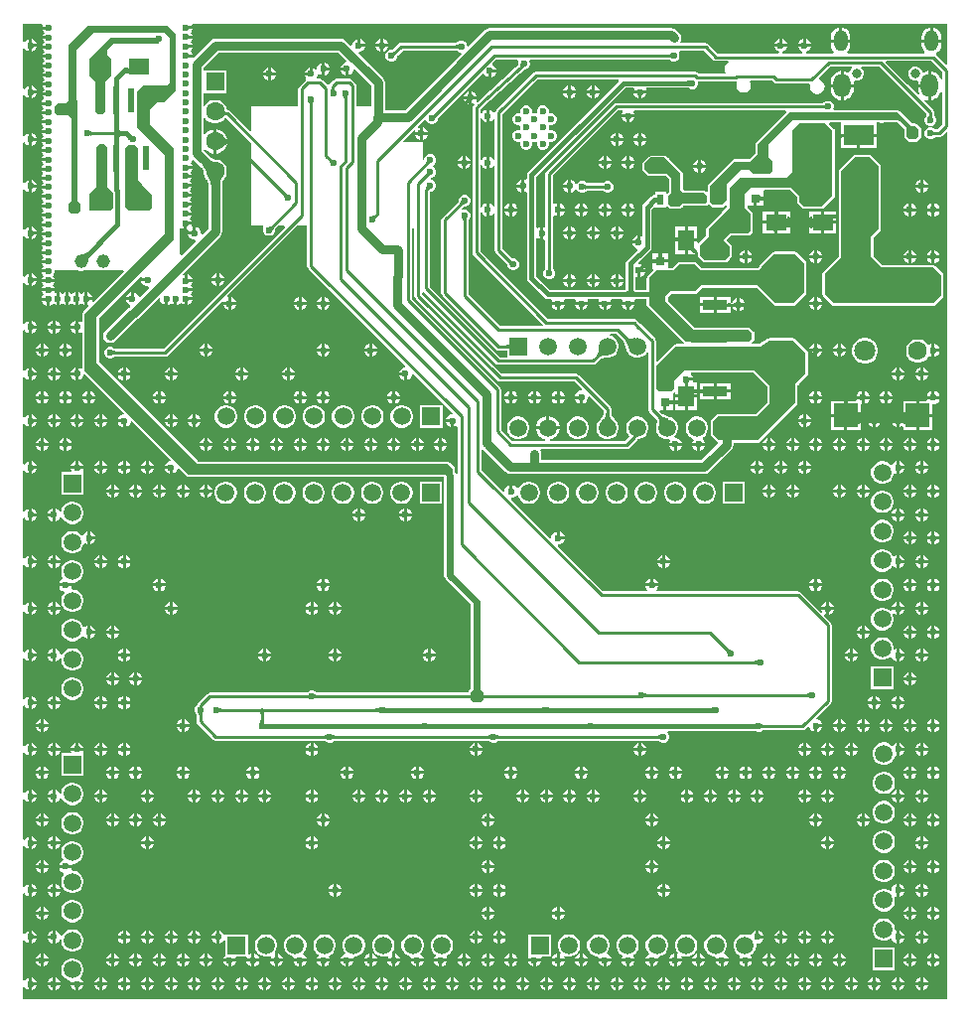
<source format=gbr>
%TF.GenerationSoftware,Altium Limited,Altium Designer,22.10.1 (41)*%
G04 Layer_Physical_Order=2*
G04 Layer_Color=16711680*
%FSLAX25Y25*%
%MOIN*%
%TF.SameCoordinates,BEAA4B2D-68BC-4382-99D5-5DCEA874A810*%
%TF.FilePolarity,Positive*%
%TF.FileFunction,Copper,L2,Bot,Signal*%
%TF.Part,Single*%
G01*
G75*
%TA.AperFunction,Conductor*%
%ADD10C,0.01000*%
%TA.AperFunction,SMDPad,CuDef*%
%ADD13R,0.03150X0.03150*%
%ADD21R,0.03150X0.03150*%
%ADD22R,0.02165X0.03543*%
%TA.AperFunction,Conductor*%
%ADD32C,0.03000*%
%ADD33C,0.01500*%
%TA.AperFunction,ComponentPad*%
%ADD34C,0.07087*%
%ADD35C,0.06299*%
%ADD36C,0.04559*%
%ADD37C,0.05984*%
%ADD38R,0.05984X0.05984*%
%ADD39C,0.05937*%
%ADD40R,0.05937X0.05937*%
%ADD41R,0.05937X0.05937*%
%ADD42O,0.05709X0.07874*%
%ADD43O,0.04528X0.07087*%
%ADD44C,0.03150*%
%ADD45R,0.06299X0.06299*%
%TA.AperFunction,ViaPad*%
%ADD46C,0.02362*%
%TA.AperFunction,SMDPad,CuDef*%
%ADD47R,0.07874X0.07874*%
%ADD48R,0.05906X0.04331*%
%ADD49R,0.06000X0.14000*%
%ADD50R,0.07150X0.05350*%
G04:AMPARAMS|DCode=51|XSize=77.56mil|YSize=23.23mil|CornerRadius=2.9mil|HoleSize=0mil|Usage=FLASHONLY|Rotation=90.000|XOffset=0mil|YOffset=0mil|HoleType=Round|Shape=RoundedRectangle|*
%AMROUNDEDRECTD51*
21,1,0.07756,0.01742,0,0,90.0*
21,1,0.07175,0.02323,0,0,90.0*
1,1,0.00581,0.00871,0.03588*
1,1,0.00581,0.00871,-0.03588*
1,1,0.00581,-0.00871,-0.03588*
1,1,0.00581,-0.00871,0.03588*
%
%ADD51ROUNDEDRECTD51*%
%ADD52R,0.09843X0.06693*%
%ADD53R,0.08465X0.12795*%
%ADD54R,0.08465X0.03543*%
%ADD55R,0.05350X0.07150*%
G36*
X148060Y320921D02*
X147993Y320983D01*
X147920Y321039D01*
X147841Y321088D01*
X147756Y321130D01*
X147666Y321166D01*
X147569Y321196D01*
X147467Y321218D01*
X147359Y321235D01*
X147245Y321245D01*
X147125Y321248D01*
Y322248D01*
X147245Y322251D01*
X147359Y322261D01*
X147467Y322277D01*
X147569Y322300D01*
X147666Y322329D01*
X147756Y322365D01*
X147841Y322408D01*
X147920Y322457D01*
X147993Y322513D01*
X148060Y322574D01*
Y320921D01*
D02*
G37*
G36*
X8483Y328687D02*
X8346Y328357D01*
X10500D01*
Y327357D01*
X8346D01*
X8651Y326622D01*
X8987Y326286D01*
X8651Y325950D01*
X8346Y325214D01*
X10500D01*
Y324214D01*
X8346D01*
X8651Y323479D01*
X8987Y323143D01*
X8651Y322807D01*
X8346Y322071D01*
X10500D01*
Y321071D01*
X8346D01*
X8651Y320336D01*
X8987Y320000D01*
X8651Y319664D01*
X8346Y318929D01*
X10500D01*
Y317929D01*
X8346D01*
X8651Y317193D01*
X8987Y316857D01*
X8651Y316521D01*
X8346Y315786D01*
X10500D01*
Y314786D01*
X8346D01*
X8651Y314050D01*
X8987Y313714D01*
X8651Y313378D01*
X8346Y312643D01*
X10500D01*
Y311643D01*
X8346D01*
X8651Y310907D01*
X8987Y310571D01*
X8651Y310236D01*
X8346Y309500D01*
X10500D01*
Y308500D01*
X8346D01*
X8651Y307765D01*
X8987Y307429D01*
X8651Y307093D01*
X8346Y306357D01*
X10500D01*
Y305357D01*
X8346D01*
X8651Y304622D01*
X8926Y304346D01*
X8434Y303854D01*
X8129Y303118D01*
X10283D01*
Y302118D01*
X8129D01*
X8434Y301383D01*
X8770Y301047D01*
X8434Y300711D01*
X8129Y299976D01*
X10283D01*
Y298976D01*
X8129D01*
X8434Y298240D01*
X8770Y297904D01*
X8434Y297568D01*
X8129Y296833D01*
X10283D01*
Y295833D01*
X8129D01*
X8434Y295097D01*
X8770Y294761D01*
X8434Y294425D01*
X8129Y293690D01*
X10283D01*
Y292690D01*
X8129D01*
X8434Y291954D01*
X8770Y291618D01*
X8434Y291283D01*
X8129Y290547D01*
X10283D01*
Y289547D01*
X8129D01*
X8434Y288811D01*
X8770Y288476D01*
X8434Y288140D01*
X8129Y287404D01*
X10283D01*
Y286404D01*
X8129D01*
X8434Y285669D01*
X8770Y285333D01*
X8434Y284997D01*
X8129Y284261D01*
X10283D01*
Y283261D01*
X8129D01*
X8434Y282526D01*
X8770Y282190D01*
X8434Y281854D01*
X8129Y281118D01*
X10283D01*
Y280118D01*
X8129D01*
X8434Y279383D01*
X8698Y279118D01*
X8434Y278854D01*
X8129Y278118D01*
X10283D01*
Y277118D01*
X8129D01*
X8434Y276383D01*
X8770Y276047D01*
X8434Y275711D01*
X8129Y274976D01*
X10283D01*
Y273976D01*
X8129D01*
X8434Y273240D01*
X8770Y272904D01*
X8434Y272568D01*
X8129Y271833D01*
X10283D01*
Y270833D01*
X8129D01*
X8434Y270097D01*
X8770Y269761D01*
X8434Y269425D01*
X8129Y268690D01*
X10283D01*
Y267690D01*
X8129D01*
X8434Y266954D01*
X8770Y266618D01*
X8434Y266283D01*
X8129Y265547D01*
X10283D01*
Y264547D01*
X8129D01*
X8434Y263811D01*
X8770Y263476D01*
X8434Y263140D01*
X8129Y262404D01*
X10283D01*
Y261404D01*
X8129D01*
X8434Y260669D01*
X8770Y260333D01*
X8434Y259997D01*
X8129Y259261D01*
X10283D01*
Y258261D01*
X8129D01*
X8434Y257526D01*
X8770Y257190D01*
X8434Y256854D01*
X8129Y256118D01*
X10283D01*
Y255118D01*
X8129D01*
X8434Y254383D01*
X8698Y254118D01*
X8434Y253854D01*
X8129Y253118D01*
X10283D01*
Y252118D01*
X8129D01*
X8434Y251383D01*
X8770Y251047D01*
X8434Y250711D01*
X8129Y249976D01*
X10283D01*
Y248976D01*
X8129D01*
X8434Y248240D01*
X8770Y247904D01*
X8434Y247568D01*
X8129Y246833D01*
X10283D01*
Y245833D01*
X8129D01*
X8434Y245097D01*
X8770Y244761D01*
X8434Y244425D01*
X8129Y243690D01*
X12437D01*
X12132Y244425D01*
X11796Y244761D01*
X12132Y245097D01*
X12464Y245899D01*
Y246171D01*
X12500Y246656D01*
X12926Y246656D01*
X19885D01*
X19994Y246594D01*
X20828Y246370D01*
X21692D01*
X22526Y246594D01*
X22634Y246656D01*
X28062D01*
X28336Y246583D01*
X29144D01*
X29419Y246656D01*
X35368D01*
X35559Y246194D01*
X25453Y236088D01*
X25029Y236371D01*
X25082Y236500D01*
X23429D01*
Y234846D01*
X23557Y234899D01*
X23840Y234476D01*
X21932Y232568D01*
X21758Y232307D01*
X21697Y232000D01*
Y229596D01*
X21235Y229405D01*
X21216Y229424D01*
X20480Y229729D01*
Y227575D01*
Y225421D01*
X21216Y225726D01*
X21235Y225745D01*
X21697Y225554D01*
X21697Y213848D01*
X21235Y213657D01*
X21216Y213676D01*
X20480Y213981D01*
Y211827D01*
Y209673D01*
X21216Y209978D01*
X21829Y210592D01*
X22162Y211393D01*
Y211550D01*
X22623Y211741D01*
X35643Y198722D01*
X35451Y198260D01*
X35295D01*
X34493Y197928D01*
X33879Y197314D01*
X33575Y196579D01*
X35728D01*
Y196079D01*
X36228D01*
Y193925D01*
X36964Y194230D01*
X37578Y194843D01*
X37909Y195645D01*
Y195802D01*
X38372Y195993D01*
X51391Y182974D01*
X51199Y182512D01*
X51043D01*
X50241Y182180D01*
X49627Y181566D01*
X49323Y180831D01*
X51477D01*
Y180331D01*
X51977D01*
Y178177D01*
X52712Y178482D01*
X53325Y179095D01*
X53658Y179897D01*
Y180054D01*
X54119Y180245D01*
X56932Y177432D01*
X57193Y177258D01*
X57500Y177197D01*
X143167D01*
X143187Y177177D01*
Y144029D01*
X143287Y143527D01*
X143572Y143101D01*
X152197Y134476D01*
Y106333D01*
X151432Y105568D01*
X151258Y105307D01*
X151197Y105000D01*
Y104836D01*
X100398D01*
X100355Y104842D01*
X100310Y104852D01*
X100275Y104863D01*
X100247Y104874D01*
X100226Y104884D01*
X100211Y104894D01*
X100199Y104903D01*
X100161Y104939D01*
X100106Y104972D01*
X99887Y105192D01*
X99163Y105492D01*
X98380D01*
X97656Y105192D01*
X97437Y104972D01*
X97382Y104939D01*
X97344Y104903D01*
X97332Y104894D01*
X97316Y104884D01*
X97296Y104874D01*
X97268Y104863D01*
X97233Y104852D01*
X97188Y104842D01*
X97145Y104836D01*
X64523D01*
X64021Y104736D01*
X63595Y104451D01*
X60604Y101460D01*
X60320Y101034D01*
X60260Y100735D01*
X60156Y100692D01*
X59603Y100138D01*
X59303Y99415D01*
Y98632D01*
X59603Y97908D01*
X59823Y97688D01*
X59856Y97634D01*
X59892Y97595D01*
X59901Y97583D01*
X59910Y97568D01*
X59921Y97548D01*
X59931Y97520D01*
X59942Y97484D01*
X59952Y97439D01*
X59959Y97397D01*
Y95228D01*
X60059Y94726D01*
X60343Y94300D01*
X65549Y89095D01*
X65974Y88810D01*
X66477Y88710D01*
X103145D01*
X103188Y88704D01*
X103233Y88694D01*
X103269Y88683D01*
X103296Y88672D01*
X103316Y88662D01*
X103332Y88652D01*
X103344Y88643D01*
X103382Y88608D01*
X103437Y88574D01*
X103656Y88354D01*
X104380Y88055D01*
X105163D01*
X105887Y88354D01*
X106106Y88574D01*
X106161Y88608D01*
X106199Y88643D01*
X106211Y88652D01*
X106227Y88662D01*
X106247Y88672D01*
X106274Y88683D01*
X106310Y88694D01*
X106355Y88704D01*
X106398Y88710D01*
X158145D01*
X158188Y88704D01*
X158233Y88694D01*
X158268Y88683D01*
X158296Y88672D01*
X158317Y88662D01*
X158332Y88652D01*
X158344Y88643D01*
X158382Y88608D01*
X158437Y88574D01*
X158656Y88354D01*
X159380Y88055D01*
X160163D01*
X160887Y88354D01*
X161106Y88574D01*
X161161Y88608D01*
X161199Y88643D01*
X161211Y88652D01*
X161226Y88662D01*
X161247Y88672D01*
X161275Y88683D01*
X161310Y88694D01*
X161355Y88704D01*
X161398Y88710D01*
X215145D01*
X215188Y88704D01*
X215233Y88694D01*
X215268Y88683D01*
X215296Y88672D01*
X215317Y88662D01*
X215332Y88652D01*
X215344Y88643D01*
X215382Y88608D01*
X215437Y88574D01*
X215656Y88354D01*
X216380Y88055D01*
X217163D01*
X217887Y88354D01*
X218440Y88908D01*
X218740Y89632D01*
Y90415D01*
X218440Y91138D01*
X218123Y91456D01*
X218330Y91956D01*
X247555D01*
X247656Y91854D01*
X248380Y91555D01*
X249163D01*
X249887Y91854D01*
X250106Y92074D01*
X250161Y92107D01*
X250199Y92143D01*
X250211Y92152D01*
X250226Y92162D01*
X250247Y92172D01*
X250274Y92183D01*
X250310Y92194D01*
X250355Y92204D01*
X250398Y92211D01*
X263523D01*
X264025Y92311D01*
X264451Y92595D01*
X265369Y93513D01*
X265831Y93321D01*
Y93283D01*
X266163Y92481D01*
X266776Y91868D01*
X267512Y91563D01*
Y93717D01*
X268012D01*
Y94217D01*
X270166D01*
X269861Y94952D01*
X269248Y95566D01*
X268446Y95898D01*
X268407D01*
X268216Y96360D01*
X272928Y101072D01*
X273213Y101498D01*
X273313Y102000D01*
Y127500D01*
X273213Y128002D01*
X272928Y128428D01*
X270622Y130735D01*
X270905Y131158D01*
X271449Y130933D01*
Y132587D01*
X269795D01*
X270021Y132043D01*
X269597Y131760D01*
X262856Y138500D01*
X262430Y138785D01*
X261928Y138885D01*
X214609D01*
X214402Y139385D01*
X214743Y139725D01*
X215048Y140461D01*
X210740D01*
X211045Y139725D01*
X211385Y139385D01*
X211178Y138885D01*
X196472D01*
X181329Y154028D01*
X181536Y154528D01*
X181832D01*
X182633Y154860D01*
X183247Y155473D01*
X183552Y156209D01*
X181398D01*
Y156709D01*
X180898D01*
Y158862D01*
X180162Y158558D01*
X179549Y157944D01*
X179217Y157143D01*
Y156847D01*
X178717Y156640D01*
X165580Y169776D01*
X165788Y170276D01*
X166084D01*
X166885Y170608D01*
X167381Y171104D01*
X167848Y171039D01*
X167928Y170997D01*
X168059Y170507D01*
X168553Y169650D01*
X169253Y168951D01*
X170109Y168456D01*
X171064Y168200D01*
X172053D01*
X173009Y168456D01*
X173865Y168951D01*
X174564Y169650D01*
X175059Y170507D01*
X175315Y171462D01*
Y172451D01*
X175059Y173406D01*
X174564Y174262D01*
X173865Y174962D01*
X173009Y175456D01*
X172053Y175712D01*
X171064D01*
X170109Y175456D01*
X169253Y174962D01*
X168553Y174262D01*
X168117Y173506D01*
X167779Y173470D01*
X167571Y173518D01*
X167499Y173692D01*
X166885Y174306D01*
X166150Y174611D01*
Y172457D01*
X165150D01*
Y174611D01*
X164414Y174306D01*
X163801Y173692D01*
X163469Y172891D01*
Y172595D01*
X162969Y172388D01*
X155813Y179544D01*
Y186233D01*
X156313Y186385D01*
X156351Y186328D01*
X163828Y178851D01*
X164585Y178345D01*
X165477Y178168D01*
X230500D01*
X231393Y178345D01*
X232149Y178851D01*
X239649Y186351D01*
X240155Y187108D01*
X240332Y188000D01*
Y188697D01*
X248500D01*
X248500Y188697D01*
X248807Y188758D01*
X249068Y188932D01*
X249068Y188932D01*
X261568Y201432D01*
X261742Y201693D01*
X261803Y202000D01*
Y207815D01*
X262275D01*
Y208639D01*
X265068Y211432D01*
X265242Y211693D01*
X265303Y212000D01*
X265303Y219000D01*
X265242Y219307D01*
X265068Y219568D01*
X265068Y219568D01*
X261068Y223568D01*
X260807Y223742D01*
X260500Y223803D01*
X252250D01*
X252173Y223787D01*
X252094Y223788D01*
X252021Y223757D01*
X251943Y223742D01*
X251877Y223698D01*
X251805Y223668D01*
X249007Y221803D01*
X246645D01*
X246438Y222303D01*
X247068Y222932D01*
X247242Y223193D01*
X247303Y223500D01*
Y225500D01*
X247242Y225807D01*
X247068Y226068D01*
X247068Y226068D01*
X246068Y227068D01*
X246068Y227068D01*
X245807Y227242D01*
X245500Y227303D01*
X227332D01*
X218303Y236333D01*
Y237599D01*
X219768Y238697D01*
X227500D01*
X227500Y238697D01*
X227807Y238758D01*
X228068Y238932D01*
X228068Y238932D01*
X229833Y240697D01*
X248167D01*
X250932Y237932D01*
X253932Y234932D01*
X254193Y234758D01*
X254500Y234697D01*
X260500D01*
X260500Y234697D01*
X260807Y234758D01*
X261068Y234932D01*
X261068Y234932D01*
X264568Y238432D01*
X264742Y238693D01*
X264803Y239000D01*
Y249000D01*
X264742Y249307D01*
X264568Y249568D01*
X261568Y252568D01*
X261307Y252742D01*
X261000Y252803D01*
X254000D01*
X254000Y252803D01*
X253693Y252742D01*
X253432Y252568D01*
X253432Y252568D01*
X249932Y249068D01*
X249900Y249020D01*
X249858Y248982D01*
X248599Y247303D01*
X229833D01*
X228068Y249068D01*
X227807Y249242D01*
X227500Y249303D01*
X222000D01*
X222000Y249303D01*
X221693Y249242D01*
X221432Y249068D01*
X221432Y249068D01*
X219668Y247303D01*
X218275D01*
Y249153D01*
X215700D01*
Y249653D01*
D01*
Y249153D01*
X214137D01*
Y248500D01*
X214127Y248595D01*
X214097Y248680D01*
X214047Y248755D01*
X213977Y248820D01*
X213887Y248875D01*
X213777Y248920D01*
X213647Y248955D01*
X213497Y248980D01*
X213327Y248995D01*
X213137Y249000D01*
Y249153D01*
X213125D01*
Y247078D01*
X213235D01*
X213443Y246578D01*
X211432Y244568D01*
X211258Y244307D01*
X211197Y244000D01*
Y240068D01*
X207819D01*
X207689Y240090D01*
X207586Y240125D01*
X207520Y240160D01*
X207477Y240195D01*
X207442Y240239D01*
X207406Y240305D01*
X207372Y240408D01*
X207349Y240537D01*
Y244166D01*
X207765Y244444D01*
X208000Y244346D01*
Y246500D01*
X208500D01*
Y247000D01*
X209193D01*
X208512Y247681D01*
X208603Y247685D01*
X208694Y247697D01*
X208784Y247718D01*
X208874Y247748D01*
X208964Y247786D01*
X209053Y247834D01*
X209141Y247890D01*
X209229Y247955D01*
X209317Y248029D01*
X209404Y248111D01*
X210111Y247404D01*
X210029Y247317D01*
X209955Y247229D01*
X209890Y247141D01*
X209834Y247053D01*
X209806Y247000D01*
X210654D01*
X210349Y247736D01*
X209735Y248349D01*
X208934Y248681D01*
X208472D01*
X208265Y249181D01*
X212327Y253243D01*
X212667Y253751D01*
X212786Y254351D01*
Y267069D01*
X213562Y267845D01*
X213921Y267696D01*
Y267696D01*
X217661D01*
Y267996D01*
X218161Y268203D01*
X218932Y267432D01*
X219193Y267258D01*
X219500Y267197D01*
X222000D01*
X222000Y267197D01*
X222307Y267258D01*
X222568Y267432D01*
X222568Y267432D01*
X222832Y267696D01*
X223370D01*
Y268197D01*
X231000D01*
X231000Y268197D01*
X231307Y268258D01*
X231568Y268432D01*
X231568Y268432D01*
X232000Y268865D01*
X232463Y268401D01*
Y268349D01*
X232516D01*
X232932Y267932D01*
X233193Y267758D01*
X233500Y267697D01*
X236500D01*
X236807Y267758D01*
X237068Y267932D01*
X237735Y268600D01*
X238197Y268408D01*
Y267832D01*
X236432Y266068D01*
X236432Y266068D01*
X235932Y265568D01*
X235932Y265568D01*
X235432Y265068D01*
X235432Y265068D01*
X231432Y261068D01*
X231258Y260807D01*
X231197Y260500D01*
Y258332D01*
X228583Y255718D01*
X228083Y255925D01*
Y256200D01*
X224908D01*
Y252125D01*
X227697D01*
X228083Y252125D01*
X228197Y251672D01*
Y251500D01*
X228258Y251193D01*
X228432Y250932D01*
X229932Y249432D01*
X230193Y249258D01*
X230500Y249197D01*
X237500D01*
X237807Y249258D01*
X238068Y249432D01*
X239092Y250457D01*
X239204D01*
Y250568D01*
X239568Y250932D01*
X239742Y251193D01*
X239803Y251500D01*
Y254500D01*
X239803Y254500D01*
X239742Y254807D01*
X239568Y255068D01*
X239568Y255068D01*
X239204Y255432D01*
Y255575D01*
X239061D01*
X237885Y256750D01*
X239333Y258197D01*
X245000D01*
X245307Y258258D01*
X245568Y258432D01*
X245568Y258432D01*
X246568Y259432D01*
X246742Y259693D01*
X246803Y260000D01*
Y265500D01*
X246803Y265500D01*
X246742Y265807D01*
X246568Y266068D01*
X246568Y266068D01*
X244943Y267692D01*
X245206Y268136D01*
X247153D01*
Y270711D01*
X247653D01*
Y271211D01*
X249203D01*
Y271711D01*
X249214Y271616D01*
X249244Y271531D01*
X249295Y271456D01*
X249365Y271391D01*
X249457Y271336D01*
X249568Y271291D01*
X249699Y271256D01*
X249851Y271231D01*
X250023Y271216D01*
X250216Y271211D01*
Y271211D01*
X250228D01*
Y273286D01*
X250630Y273521D01*
X259343D01*
X261697Y271167D01*
Y269500D01*
X261758Y269193D01*
X261932Y268932D01*
X263432Y267432D01*
X263693Y267258D01*
X264000Y267197D01*
X270000D01*
X270000Y267197D01*
X270307Y267258D01*
X270568Y267432D01*
X270568Y267432D01*
X274068Y270932D01*
X274242Y271193D01*
X274303Y271500D01*
Y293500D01*
X274242Y293807D01*
X274068Y294068D01*
X274068Y294068D01*
X272503Y295633D01*
X272609Y296127D01*
X272748Y296197D01*
X276453D01*
Y292354D01*
X276466D01*
X276657Y292359D01*
X276829Y292374D01*
X276981Y292399D01*
X277112Y292434D01*
X277224Y292479D01*
X277315Y292534D01*
X277386Y292599D01*
X277436Y292674D01*
X277467Y292759D01*
X277477Y292854D01*
Y292354D01*
X282374D01*
X288295D01*
Y296197D01*
X289209D01*
X289608Y296031D01*
X290392D01*
X290792Y296197D01*
X295446D01*
X297697Y293947D01*
Y291500D01*
X297758Y291193D01*
X297932Y290932D01*
X297932Y290932D01*
X298932Y289932D01*
X299193Y289758D01*
X299500Y289697D01*
X301500D01*
X301500Y289697D01*
X301807Y289758D01*
X302068Y289932D01*
X303068Y290932D01*
X303242Y291193D01*
X303303Y291500D01*
X303303Y294000D01*
X303242Y294307D01*
X303068Y294568D01*
X303068Y294568D01*
X302068Y295568D01*
X301807Y295742D01*
X301500Y295803D01*
X300332D01*
X296068Y300068D01*
X295807Y300242D01*
X295500Y300303D01*
X274189D01*
X273855Y300803D01*
X273969Y301077D01*
Y301860D01*
X273669Y302584D01*
X273115Y303137D01*
X272392Y303437D01*
X271608D01*
X270885Y303137D01*
X270665Y302918D01*
X270611Y302884D01*
X270572Y302848D01*
X270560Y302839D01*
X270545Y302830D01*
X270524Y302819D01*
X270497Y302808D01*
X270461Y302798D01*
X270416Y302788D01*
X270374Y302781D01*
X200969D01*
X200466Y302681D01*
X200040Y302397D01*
X177572Y279928D01*
X177287Y279502D01*
X177187Y279000D01*
Y261403D01*
X176772Y261125D01*
X176532Y261225D01*
Y259071D01*
Y256917D01*
X176772Y257017D01*
X177187Y256739D01*
Y247127D01*
X177181Y247084D01*
X177171Y247039D01*
X177160Y247003D01*
X177149Y246976D01*
X177139Y246955D01*
X177129Y246940D01*
X177120Y246928D01*
X177084Y246889D01*
X177051Y246835D01*
X176831Y246615D01*
X176532Y245892D01*
Y245108D01*
X176831Y244385D01*
X177385Y243831D01*
X178108Y243531D01*
X178892D01*
X179615Y243831D01*
X180169Y244385D01*
X180468Y245108D01*
Y245892D01*
X180169Y246615D01*
X179949Y246835D01*
X179916Y246889D01*
X179880Y246928D01*
X179871Y246940D01*
X179861Y246955D01*
X179851Y246976D01*
X179840Y247003D01*
X179829Y247039D01*
X179819Y247084D01*
X179813Y247127D01*
Y264792D01*
X180313Y265034D01*
X180898Y264791D01*
Y266945D01*
Y269099D01*
X180313Y268856D01*
X179813Y269098D01*
Y278456D01*
X201512Y300156D01*
X202997D01*
X203188Y299694D01*
X203171Y299677D01*
X202866Y298941D01*
X207174D01*
X206869Y299677D01*
X206852Y299694D01*
X207043Y300156D01*
X257813D01*
X258020Y299656D01*
X247932Y289568D01*
X247758Y289307D01*
X247697Y289000D01*
Y285833D01*
X246259Y284395D01*
X246121D01*
Y284256D01*
X245668Y283803D01*
X240500D01*
X240500Y283803D01*
X240193Y283742D01*
X239932Y283568D01*
X231932Y275568D01*
X231758Y275307D01*
X231697Y275000D01*
Y273279D01*
X231282Y273073D01*
X231059D01*
X230807Y273242D01*
X230500Y273303D01*
X223833D01*
X223303Y273833D01*
Y279000D01*
X223242Y279307D01*
X223068Y279568D01*
X223068Y279568D01*
X218562Y284073D01*
Y284395D01*
X218241D01*
X217568Y285068D01*
X217307Y285242D01*
X217000Y285303D01*
X212500D01*
X212500Y285303D01*
X212193Y285242D01*
X211932Y285068D01*
X211932Y285068D01*
X211260Y284395D01*
X211082D01*
Y284217D01*
X209932Y283068D01*
X209758Y282807D01*
X209697Y282500D01*
Y280500D01*
X209697Y280500D01*
X209758Y280193D01*
X209932Y279932D01*
X209932Y279932D01*
X211082Y278783D01*
Y278489D01*
X211375D01*
X211432Y278432D01*
X211432Y278432D01*
X211693Y278258D01*
X212000Y278197D01*
X217667D01*
X218697Y277168D01*
X218697Y272832D01*
X218161Y272297D01*
X217661Y272504D01*
Y272814D01*
X213921D01*
Y271823D01*
X213755D01*
X213155Y271703D01*
X212647Y271364D01*
X210110Y268827D01*
X209770Y268318D01*
X209651Y267719D01*
Y258334D01*
X209235Y258056D01*
X209000Y258154D01*
Y257779D01*
X209003Y257659D01*
X209013Y257544D01*
X209029Y257436D01*
X209052Y257334D01*
X209082Y257237D01*
X209118Y257147D01*
X209160Y257062D01*
X209209Y256983D01*
X209265Y256910D01*
X209327Y256843D01*
X209000D01*
Y256000D01*
X208500D01*
Y255500D01*
X206346D01*
X206651Y254765D01*
X207264Y254151D01*
X207851Y253908D01*
X208008Y253357D01*
X204673Y250023D01*
X204333Y249514D01*
X204214Y248914D01*
Y240537D01*
X204191Y240408D01*
X204157Y240305D01*
X204121Y240239D01*
X204086Y240195D01*
X204043Y240160D01*
X203977Y240125D01*
X203874Y240090D01*
X203744Y240068D01*
X178591D01*
X174067Y244591D01*
Y257243D01*
X174567Y257451D01*
X174796Y257222D01*
X175531Y256917D01*
Y259071D01*
Y261225D01*
X174796Y260920D01*
X174567Y260692D01*
X174067Y260899D01*
Y277851D01*
X204076Y307859D01*
X206763D01*
X207028Y307359D01*
X206803Y306815D01*
X211111D01*
X210885Y307359D01*
X211151Y307859D01*
X225284D01*
X225385Y307757D01*
X226108Y307458D01*
X226892D01*
X227615Y307757D01*
X228169Y308311D01*
X228468Y309035D01*
Y309818D01*
X228601Y310016D01*
X241009D01*
X241114Y310037D01*
X241290Y309855D01*
X241455Y309594D01*
X241282Y308727D01*
X241469Y307786D01*
X242002Y306989D01*
X242799Y306456D01*
X243740Y306269D01*
X244681Y306456D01*
X245478Y306989D01*
X246011Y307786D01*
X246198Y308727D01*
X246011Y309668D01*
X245866Y309884D01*
X246102Y310325D01*
X253142D01*
X253895Y309572D01*
X254321Y309287D01*
X254823Y309187D01*
X265688D01*
X266099Y308687D01*
X266011Y308244D01*
X266198Y307304D01*
X266730Y306506D01*
X267528Y305973D01*
X268468Y305786D01*
X269409Y305973D01*
X270206Y306506D01*
X270739Y307304D01*
X270926Y308244D01*
X270739Y309185D01*
X270206Y309982D01*
X269409Y310515D01*
X269063Y310584D01*
X268918Y311062D01*
X272878Y315022D01*
X279915D01*
X280122Y314522D01*
X279655Y314055D01*
X279320Y313247D01*
X278855Y312973D01*
X278778Y313032D01*
X277841Y313421D01*
X277335Y313487D01*
Y309083D01*
X280722D01*
Y309665D01*
X280665Y310102D01*
X281061Y310407D01*
X281188Y310354D01*
X282127D01*
X282996Y310714D01*
X283660Y311379D01*
X284020Y312247D01*
Y313186D01*
X283660Y314055D01*
X283193Y314522D01*
X283400Y315022D01*
X289122D01*
X296962Y307182D01*
X305187Y298956D01*
Y298626D01*
X305181Y298584D01*
X305171Y298539D01*
X305160Y298503D01*
X305149Y298476D01*
X305139Y298455D01*
X305129Y298440D01*
X305120Y298428D01*
X305084Y298389D01*
X305051Y298335D01*
X304831Y298115D01*
X304532Y297392D01*
Y296608D01*
X304831Y295885D01*
X305385Y295331D01*
X306108Y295031D01*
X306892D01*
X307615Y295331D01*
X308169Y295885D01*
X308469Y296608D01*
Y297392D01*
X308169Y298115D01*
X307949Y298335D01*
X307916Y298389D01*
X307880Y298428D01*
X307871Y298440D01*
X307861Y298455D01*
X307851Y298476D01*
X307840Y298503D01*
X307829Y298539D01*
X307819Y298584D01*
X307813Y298626D01*
Y299500D01*
X307713Y300002D01*
X307428Y300428D01*
X304294Y303562D01*
X304578Y303986D01*
X305159Y303745D01*
X305665Y303678D01*
Y308083D01*
X302278D01*
Y307500D01*
X302410Y306494D01*
X302651Y305912D01*
X302227Y305629D01*
X298818Y309038D01*
X298818Y309038D01*
X291509Y316348D01*
X291700Y316809D01*
X306834D01*
X310400Y313244D01*
Y310765D01*
X309921Y310671D01*
X309532Y311609D01*
X308914Y312414D01*
X308109Y313032D01*
X307172Y313421D01*
X306665Y313487D01*
Y308583D01*
Y303678D01*
X307172Y303745D01*
X308109Y304133D01*
X308914Y304751D01*
X309532Y305556D01*
X309921Y306494D01*
X310400Y306400D01*
Y295397D01*
X308815Y293813D01*
X308114D01*
X308071Y293819D01*
X308026Y293829D01*
X307990Y293840D01*
X307963Y293851D01*
X307942Y293861D01*
X307927Y293871D01*
X307915Y293880D01*
X307876Y293916D01*
X307822Y293949D01*
X307603Y294169D01*
X306879Y294468D01*
X306096D01*
X305372Y294169D01*
X304819Y293615D01*
X304519Y292892D01*
Y292108D01*
X304819Y291385D01*
X305372Y290831D01*
X306096Y290531D01*
X306879D01*
X307603Y290831D01*
X307822Y291051D01*
X307876Y291084D01*
X307915Y291120D01*
X307927Y291129D01*
X307942Y291139D01*
X307963Y291149D01*
X307990Y291160D01*
X308026Y291171D01*
X308071Y291181D01*
X308114Y291187D01*
X309359D01*
X309861Y291287D01*
X310287Y291572D01*
X311725Y293010D01*
X312187Y292819D01*
Y1813D01*
X1813D01*
Y5938D01*
X2313Y6038D01*
X2383Y5867D01*
X2997Y5253D01*
X3732Y4949D01*
Y7102D01*
Y9256D01*
X2997Y8952D01*
X2383Y8338D01*
X2313Y8167D01*
X1813Y8267D01*
Y21686D01*
X2313Y21786D01*
X2383Y21615D01*
X2997Y21001D01*
X3732Y20697D01*
Y22851D01*
Y25004D01*
X2997Y24700D01*
X2383Y24086D01*
X2313Y23915D01*
X1813Y24015D01*
X1813Y37434D01*
X2313Y37534D01*
X2383Y37363D01*
X2997Y36750D01*
X3732Y36445D01*
Y38598D01*
Y40752D01*
X2997Y40448D01*
X2383Y39834D01*
X2313Y39663D01*
X1813Y39763D01*
Y53182D01*
X2313Y53282D01*
X2383Y53111D01*
X2997Y52498D01*
X3732Y52193D01*
Y54347D01*
Y56500D01*
X2997Y56196D01*
X2383Y55582D01*
X2313Y55411D01*
X1813Y55511D01*
Y68930D01*
X2313Y69030D01*
X2383Y68859D01*
X2997Y68246D01*
X3732Y67941D01*
Y70095D01*
Y72248D01*
X2997Y71944D01*
X2383Y71330D01*
X2313Y71159D01*
X1813Y71259D01*
Y84678D01*
X2313Y84778D01*
X2383Y84607D01*
X2997Y83994D01*
X3732Y83689D01*
Y85843D01*
Y87996D01*
X2997Y87692D01*
X2383Y87078D01*
X2313Y86908D01*
X1813Y87007D01*
X1813Y100426D01*
X2313Y100526D01*
X2383Y100355D01*
X2997Y99742D01*
X3732Y99437D01*
Y101591D01*
Y103744D01*
X2997Y103440D01*
X2383Y102826D01*
X2313Y102655D01*
X1813Y102755D01*
Y116174D01*
X2313Y116274D01*
X2383Y116103D01*
X2997Y115490D01*
X3732Y115185D01*
Y117339D01*
Y119492D01*
X2997Y119188D01*
X2383Y118574D01*
X2313Y118404D01*
X1813Y118503D01*
Y131922D01*
X2313Y132022D01*
X2383Y131851D01*
X2997Y131238D01*
X3732Y130933D01*
Y133087D01*
Y135240D01*
X2997Y134936D01*
X2383Y134322D01*
X2313Y134152D01*
X1813Y134251D01*
Y147671D01*
X2313Y147770D01*
X2383Y147599D01*
X2997Y146986D01*
X3732Y146681D01*
Y148835D01*
Y150988D01*
X2997Y150684D01*
X2383Y150070D01*
X2313Y149900D01*
X1813Y149999D01*
Y163419D01*
X2313Y163518D01*
X2383Y163347D01*
X2997Y162734D01*
X3732Y162429D01*
Y164583D01*
Y166737D01*
X2997Y166432D01*
X2383Y165818D01*
X2313Y165648D01*
X1813Y165747D01*
Y179167D01*
X2313Y179266D01*
X2383Y179095D01*
X2997Y178482D01*
X3732Y178177D01*
Y180331D01*
Y182485D01*
X2997Y182180D01*
X2383Y181566D01*
X2313Y181396D01*
X1813Y181495D01*
Y194915D01*
X2313Y195014D01*
X2383Y194843D01*
X2997Y194230D01*
X3732Y193925D01*
Y196079D01*
Y198233D01*
X2997Y197928D01*
X2383Y197314D01*
X2313Y197144D01*
X1813Y197243D01*
Y210663D01*
X2313Y210762D01*
X2383Y210592D01*
X2997Y209978D01*
X3732Y209673D01*
Y211827D01*
Y213981D01*
X2997Y213676D01*
X2383Y213063D01*
X2313Y212892D01*
X1813Y212991D01*
Y226411D01*
X2313Y226510D01*
X2383Y226340D01*
X2997Y225726D01*
X3732Y225421D01*
Y227575D01*
Y229729D01*
X2997Y229424D01*
X2383Y228811D01*
X2313Y228640D01*
X1813Y228739D01*
X1813Y242159D01*
X2313Y242258D01*
X2383Y242088D01*
X2997Y241474D01*
X3732Y241169D01*
Y243323D01*
Y245477D01*
X2997Y245172D01*
X2383Y244559D01*
X2313Y244388D01*
X1813Y244487D01*
Y257907D01*
X2313Y258006D01*
X2383Y257836D01*
X2997Y257222D01*
X3732Y256917D01*
Y259071D01*
Y261225D01*
X2997Y260920D01*
X2383Y260307D01*
X2313Y260136D01*
X1813Y260235D01*
Y273655D01*
X2313Y273754D01*
X2383Y273584D01*
X2997Y272970D01*
X3732Y272665D01*
Y274819D01*
Y276973D01*
X2997Y276668D01*
X2383Y276055D01*
X2313Y275884D01*
X1813Y275983D01*
Y289403D01*
X2313Y289502D01*
X2383Y289332D01*
X2997Y288718D01*
X3732Y288414D01*
Y290567D01*
Y292721D01*
X2997Y292416D01*
X2383Y291803D01*
X2313Y291632D01*
X1813Y291731D01*
X1813Y305151D01*
X2313Y305251D01*
X2383Y305080D01*
X2997Y304466D01*
X3732Y304162D01*
Y306315D01*
Y308469D01*
X2997Y308164D01*
X2383Y307551D01*
X2313Y307380D01*
X1813Y307479D01*
Y320899D01*
X2313Y320999D01*
X2383Y320828D01*
X2997Y320214D01*
X3732Y319910D01*
Y322063D01*
Y324217D01*
X2997Y323912D01*
X2383Y323299D01*
X2313Y323128D01*
X1813Y323228D01*
Y329187D01*
X8149D01*
X8483Y328687D01*
D02*
G37*
G36*
X127111Y319404D02*
X127029Y319317D01*
X126955Y319229D01*
X126890Y319141D01*
X126834Y319053D01*
X126786Y318964D01*
X126748Y318874D01*
X126718Y318784D01*
X126697Y318694D01*
X126684Y318603D01*
X126681Y318512D01*
X125512Y319681D01*
X125603Y319685D01*
X125694Y319697D01*
X125784Y319718D01*
X125874Y319748D01*
X125964Y319786D01*
X126053Y319834D01*
X126141Y319890D01*
X126229Y319955D01*
X126317Y320029D01*
X126404Y320111D01*
X127111Y319404D01*
D02*
G37*
G36*
X219581Y317759D02*
X219504Y317805D01*
X219418Y317846D01*
X219321Y317882D01*
X219215Y317913D01*
X219100Y317940D01*
X218974Y317961D01*
X218694Y317990D01*
X218539Y317998D01*
X218374Y318000D01*
X218379Y319000D01*
X218500Y319004D01*
X218613Y319015D01*
X218719Y319034D01*
X218817Y319060D01*
X218907Y319094D01*
X218990Y319136D01*
X219066Y319185D01*
X219133Y319242D01*
X219193Y319306D01*
X219246Y319378D01*
X219581Y317759D01*
D02*
G37*
G36*
X233450Y317194D02*
X233876Y316909D01*
X234378Y316809D01*
X238411D01*
X238563Y316309D01*
X238065Y315977D01*
X237532Y315179D01*
X237345Y314239D01*
X237532Y313298D01*
X237677Y313082D01*
X237441Y312641D01*
X228651D01*
X228456Y312836D01*
X228030Y313120D01*
X227528Y313220D01*
X173907D01*
X173405Y313120D01*
X172979Y312836D01*
X160572Y300428D01*
X160287Y300002D01*
X160204Y299585D01*
X159985Y299505D01*
X159693Y299513D01*
X159625Y299677D01*
X159011Y300290D01*
X158276Y300595D01*
Y298441D01*
Y296287D01*
X159011Y296592D01*
X159625Y297206D01*
X159687Y297357D01*
X160187Y297257D01*
Y283877D01*
X159687Y283778D01*
X159625Y283929D01*
X159011Y284542D01*
X158276Y284847D01*
Y282693D01*
Y280539D01*
X159011Y280844D01*
X159625Y281458D01*
X159687Y281609D01*
X160187Y281509D01*
Y268129D01*
X159687Y268029D01*
X159625Y268181D01*
X159011Y268794D01*
X158276Y269099D01*
Y266945D01*
Y264791D01*
X159011Y265096D01*
X159625Y265710D01*
X159687Y265861D01*
X160187Y265761D01*
Y253207D01*
X160287Y252705D01*
X160572Y252279D01*
X164252Y248599D01*
X164280Y248562D01*
X164310Y248517D01*
X164333Y248478D01*
X164350Y248443D01*
X164362Y248413D01*
X164369Y248387D01*
X164374Y248364D01*
X164381Y248309D01*
X164387Y248291D01*
Y248108D01*
X164686Y247385D01*
X165240Y246831D01*
X165964Y246532D01*
X166747D01*
X167470Y246831D01*
X168024Y247385D01*
X168324Y248108D01*
Y248892D01*
X168024Y249615D01*
X167470Y250169D01*
X166747Y250468D01*
X166260D01*
X166202Y250477D01*
X166154Y250475D01*
X166148Y250475D01*
X166141Y250477D01*
X166129Y250480D01*
X166111Y250487D01*
X166086Y250499D01*
X166053Y250519D01*
X166022Y250542D01*
X162813Y253751D01*
Y298956D01*
X174451Y310595D01*
X201671D01*
X201878Y310095D01*
X171392Y279608D01*
X171052Y279100D01*
X170932Y278500D01*
Y277164D01*
X170432Y276830D01*
X170087Y276973D01*
Y274819D01*
Y272665D01*
X170432Y272809D01*
X170932Y272475D01*
Y243942D01*
X171052Y243342D01*
X171392Y242834D01*
X176833Y237392D01*
X177342Y237052D01*
X177942Y236932D01*
X179143D01*
X179444Y236433D01*
X179244Y235949D01*
X183552D01*
X183351Y236433D01*
X183652Y236932D01*
X187017D01*
X187318Y236433D01*
X187118Y235949D01*
X191426D01*
X191225Y236433D01*
X191526Y236932D01*
X194892D01*
X195192Y236433D01*
X194992Y235949D01*
X199300D01*
X199099Y236433D01*
X199400Y236932D01*
X202765D01*
X203066Y236433D01*
X202866Y235949D01*
X207174D01*
X206973Y236433D01*
X207274Y236932D01*
X211197D01*
Y235000D01*
X211197Y235000D01*
X211258Y234693D01*
X211432Y234432D01*
X223562Y222303D01*
X223355Y221803D01*
X221000D01*
X220693Y221742D01*
X220432Y221568D01*
X220432Y221568D01*
X217948Y219084D01*
X217458Y218756D01*
X215700Y216998D01*
X215372Y216508D01*
X214775Y215910D01*
X214313Y216101D01*
Y222887D01*
X214213Y223390D01*
X213928Y223815D01*
X209142Y228602D01*
X209142Y228602D01*
X207816Y229928D01*
X207390Y230213D01*
X206887Y230313D01*
X178044D01*
X155233Y253123D01*
Y266077D01*
X155733Y266177D01*
X155927Y265710D01*
X156540Y265096D01*
X157276Y264791D01*
Y266945D01*
Y269099D01*
X156540Y268794D01*
X155927Y268181D01*
X155733Y267714D01*
X155233Y267813D01*
Y281825D01*
X155733Y281925D01*
X155927Y281458D01*
X156540Y280844D01*
X157276Y280539D01*
Y282693D01*
Y284847D01*
X156540Y284542D01*
X155927Y283929D01*
X155733Y283462D01*
X155233Y283561D01*
Y297573D01*
X155733Y297673D01*
X155927Y297206D01*
X156540Y296592D01*
X157276Y296287D01*
Y298441D01*
Y300595D01*
X156540Y300290D01*
X155927Y299677D01*
X155733Y299210D01*
X155233Y299309D01*
Y300377D01*
X155413Y300556D01*
X168739Y312674D01*
X168739Y312675D01*
X168740Y312676D01*
X169384Y313262D01*
X169402Y313287D01*
X169427Y313304D01*
X170010Y313887D01*
X170046Y313915D01*
X170096Y313950D01*
X170140Y313977D01*
X170180Y313999D01*
X170216Y314015D01*
X170247Y314026D01*
X170267Y314032D01*
X170392D01*
X171115Y314331D01*
X171669Y314885D01*
X171968Y315608D01*
Y316392D01*
X171846Y316687D01*
X172180Y317187D01*
X218654D01*
X218864Y317166D01*
X218941Y317152D01*
X219012Y317136D01*
X219066Y317120D01*
X219080Y317115D01*
X219124Y317071D01*
X219848Y316771D01*
X220631D01*
X221354Y317071D01*
X221908Y317624D01*
X222208Y318348D01*
Y319131D01*
X221977Y319687D01*
X222229Y320187D01*
X230456D01*
X233450Y317194D01*
D02*
G37*
G36*
X312187Y315822D02*
X311725Y315631D01*
X308460Y318896D01*
X308437Y319099D01*
X308476Y319406D01*
X308524Y319506D01*
X309084Y319936D01*
X309607Y320618D01*
X309936Y321412D01*
X310048Y322264D01*
Y323043D01*
X306756D01*
X303464D01*
Y322264D01*
X303576Y321412D01*
X303905Y320618D01*
X304428Y319936D01*
X304465Y319908D01*
X304304Y319435D01*
X278696D01*
X278536Y319908D01*
X278572Y319936D01*
X279095Y320618D01*
X279424Y321412D01*
X279536Y322264D01*
Y323043D01*
X276244D01*
X272952D01*
Y322264D01*
X273064Y321412D01*
X273393Y320618D01*
X273916Y319936D01*
X273953Y319908D01*
X273792Y319435D01*
X264735D01*
X264636Y319935D01*
X265311Y320214D01*
X265924Y320828D01*
X266229Y321563D01*
X261921D01*
X262226Y320828D01*
X262840Y320214D01*
X263514Y319935D01*
X263415Y319435D01*
X256861D01*
X256762Y319935D01*
X257436Y320214D01*
X258050Y320828D01*
X258355Y321563D01*
X254047D01*
X254352Y320828D01*
X254965Y320214D01*
X255640Y319935D01*
X255541Y319435D01*
X234922D01*
X231928Y322428D01*
X231502Y322713D01*
X231000Y322813D01*
X222725D01*
X222458Y323313D01*
X222655Y323607D01*
X222832Y324500D01*
X222655Y325393D01*
X222149Y326149D01*
X221149Y327149D01*
X220392Y327655D01*
X219500Y327832D01*
X158500D01*
X157607Y327655D01*
X156851Y327149D01*
X151372Y321670D01*
X150872Y321877D01*
Y322139D01*
X150572Y322863D01*
X150018Y323417D01*
X149295Y323716D01*
X148512D01*
X147788Y323417D01*
X147568Y323197D01*
X147514Y323163D01*
X147475Y323128D01*
X147464Y323118D01*
X147448Y323109D01*
X147428Y323099D01*
X147400Y323088D01*
X147364Y323077D01*
X147319Y323067D01*
X147277Y323060D01*
X128748D01*
X128245Y322960D01*
X127820Y322676D01*
X125722Y320578D01*
X125687Y320553D01*
X125648Y320528D01*
X125615Y320510D01*
X125588Y320499D01*
X125566Y320491D01*
X125549Y320487D01*
X125534Y320485D01*
X125481Y320483D01*
X125419Y320468D01*
X125108D01*
X124385Y320169D01*
X123831Y319615D01*
X123531Y318892D01*
Y318108D01*
X123831Y317385D01*
X124385Y316831D01*
X125108Y316531D01*
X125892D01*
X126615Y316831D01*
X127169Y317385D01*
X127469Y318108D01*
Y318419D01*
X127483Y318481D01*
X127485Y318534D01*
X127487Y318549D01*
X127491Y318566D01*
X127499Y318588D01*
X127510Y318615D01*
X127528Y318648D01*
X127553Y318687D01*
X127578Y318722D01*
X129291Y320435D01*
X147277D01*
X147319Y320429D01*
X147364Y320419D01*
X147400Y320408D01*
X147428Y320397D01*
X147448Y320387D01*
X147464Y320377D01*
X147476Y320368D01*
X147514Y320332D01*
X147568Y320299D01*
X147788Y320079D01*
X148512Y319779D01*
X148774D01*
X148981Y319279D01*
X130034Y300332D01*
X123332D01*
Y309500D01*
X123155Y310392D01*
X122649Y311149D01*
X114416Y319382D01*
X114623Y319882D01*
X114902D01*
X115704Y320214D01*
X116318Y320828D01*
X116622Y321563D01*
X114469D01*
Y322063D01*
X113969D01*
Y324217D01*
X113233Y323912D01*
X112620Y323299D01*
X112287Y322497D01*
Y322218D01*
X111787Y322011D01*
X110149Y323649D01*
X109392Y324155D01*
X108500Y324332D01*
X66400D01*
X65508Y324155D01*
X64751Y323649D01*
X59143Y318041D01*
X59128Y318044D01*
X59078Y318072D01*
X56500D01*
Y319072D01*
X58654D01*
X58349Y319807D01*
X58013Y320143D01*
X58349Y320479D01*
X58654Y321214D01*
X56500D01*
Y322214D01*
X58654D01*
X58349Y322950D01*
X58013Y323286D01*
X58349Y323622D01*
X58654Y324357D01*
X56500D01*
Y325357D01*
X58654D01*
X58349Y326093D01*
X58013Y326429D01*
X58349Y326764D01*
X58654Y327500D01*
X56500D01*
Y328500D01*
X58654D01*
X58541Y328772D01*
X58819Y329187D01*
X312187Y329187D01*
Y315822D01*
D02*
G37*
G36*
X170177Y314832D02*
X170090Y314815D01*
X170002Y314791D01*
X169915Y314759D01*
X169828Y314721D01*
X169741Y314674D01*
X169654Y314621D01*
X169567Y314560D01*
X169481Y314492D01*
X169307Y314333D01*
X168473Y314913D01*
X168556Y315001D01*
X168628Y315090D01*
X168691Y315178D01*
X168742Y315266D01*
X168784Y315355D01*
X168815Y315443D01*
X168836Y315532D01*
X168846Y315621D01*
X168846Y315710D01*
X168836Y315800D01*
X170177Y314832D01*
D02*
G37*
G36*
X37149Y312370D02*
X37135Y312491D01*
X37093Y312598D01*
X37023Y312693D01*
X36926Y312776D01*
X36800Y312845D01*
X36647Y312902D01*
X36465Y312947D01*
X36256Y312978D01*
X36019Y312997D01*
X35754Y313004D01*
Y314504D01*
X36019Y314510D01*
X36256Y314529D01*
X36465Y314561D01*
X36647Y314605D01*
X36800Y314662D01*
X36926Y314732D01*
X37023Y314814D01*
X37093Y314909D01*
X37135Y315017D01*
X37149Y315137D01*
Y312370D01*
D02*
G37*
G36*
X110370Y316832D02*
X110178Y316370D01*
X110098D01*
X109296Y316038D01*
X108683Y315425D01*
X108378Y314689D01*
X110532D01*
Y314189D01*
X111032D01*
Y312035D01*
X111767Y312340D01*
X112381Y312954D01*
X112713Y313755D01*
Y313836D01*
X113175Y314027D01*
X118668Y308534D01*
Y301500D01*
X113813D01*
Y308469D01*
X113713Y308971D01*
X113428Y309397D01*
X112397Y310428D01*
X111971Y310713D01*
X111469Y310813D01*
X107000D01*
X106498Y310713D01*
X106072Y310428D01*
X104843Y309200D01*
X104651Y308912D01*
X104186Y308794D01*
X104055Y308802D01*
X102428Y310428D01*
X102002Y310713D01*
X101500Y310813D01*
X100550D01*
X100369Y311313D01*
X100681Y312066D01*
Y312374D01*
X101181Y312581D01*
X101422Y312340D01*
X102158Y312035D01*
Y314189D01*
Y316343D01*
X101422Y316038D01*
X100809Y315425D01*
X100477Y314623D01*
Y314315D01*
X99976Y314108D01*
X99735Y314349D01*
X99000Y314654D01*
Y312500D01*
X98500D01*
Y312000D01*
X97657D01*
Y311673D01*
X97589Y311735D01*
X97517Y311791D01*
X97438Y311840D01*
X97353Y311882D01*
X97263Y311918D01*
X97166Y311948D01*
X97064Y311971D01*
X96956Y311987D01*
X96841Y311997D01*
X96721Y312000D01*
X96346D01*
X96651Y311264D01*
X96776Y311140D01*
X96697Y310512D01*
X96572Y310428D01*
X94572Y308428D01*
X94287Y308002D01*
X94187Y307500D01*
Y301500D01*
X78500D01*
Y293510D01*
X78038Y293318D01*
X71190Y300167D01*
X70764Y300451D01*
X70262Y300551D01*
X70148D01*
X69937Y301340D01*
X69418Y302238D01*
X68685Y302971D01*
X67788Y303489D01*
X66786Y303757D01*
X65750D01*
X64748Y303489D01*
X63851Y302971D01*
X63118Y302238D01*
X62832Y301744D01*
X62332Y301877D01*
Y305883D01*
X70205D01*
Y313757D01*
X62332D01*
Y314634D01*
X67366Y319668D01*
X107534D01*
X110370Y316832D01*
D02*
G37*
G36*
X168154Y316687D02*
X168032Y316392D01*
Y315641D01*
X168031Y315640D01*
X168015Y315612D01*
X167995Y315584D01*
X167593Y315182D01*
X166973Y314617D01*
X154331Y303121D01*
X153912Y303415D01*
X154154Y304000D01*
X152500D01*
Y302346D01*
X152983Y302546D01*
X153266Y302122D01*
X152993Y301849D01*
X152708Y301423D01*
X152608Y300921D01*
X152608Y300506D01*
Y252579D01*
X152708Y252077D01*
X152993Y251651D01*
X176331Y228313D01*
X176124Y227813D01*
X162044D01*
X151313Y238544D01*
Y263373D01*
X151319Y263416D01*
X151329Y263461D01*
X151340Y263497D01*
X151351Y263524D01*
X151361Y263545D01*
X151371Y263560D01*
X151380Y263572D01*
X151416Y263611D01*
X151449Y263665D01*
X151669Y263885D01*
X151969Y264608D01*
Y265392D01*
X151669Y266115D01*
X151115Y266669D01*
X150392Y266968D01*
X149608D01*
X149478Y266914D01*
X149195Y267338D01*
X149778Y267922D01*
X149813Y267947D01*
X149852Y267972D01*
X149885Y267990D01*
X149912Y268001D01*
X149934Y268009D01*
X149951Y268013D01*
X149966Y268015D01*
X150019Y268017D01*
X150081Y268032D01*
X150392D01*
X151115Y268331D01*
X151669Y268885D01*
X151969Y269608D01*
Y270392D01*
X151669Y271115D01*
X151115Y271669D01*
X150392Y271969D01*
X149608D01*
X148885Y271669D01*
X148331Y271115D01*
X148031Y270392D01*
Y270081D01*
X148017Y270019D01*
X148015Y269966D01*
X148013Y269951D01*
X148009Y269934D01*
X148001Y269912D01*
X147990Y269885D01*
X147972Y269852D01*
X147947Y269813D01*
X147922Y269778D01*
X142572Y264428D01*
X142287Y264002D01*
X142187Y263500D01*
Y239000D01*
X142287Y238498D01*
X142572Y238072D01*
X160572Y220072D01*
X160998Y219787D01*
X161500Y219687D01*
X164220D01*
Y217442D01*
X161914D01*
X138313Y241044D01*
Y272947D01*
X138313Y272947D01*
X138352Y272972D01*
X138385Y272990D01*
X138412Y273001D01*
X138434Y273009D01*
X138451Y273013D01*
X138466Y273015D01*
X138519Y273017D01*
X138581Y273031D01*
X138892D01*
X139615Y273331D01*
X140169Y273885D01*
X140469Y274608D01*
Y275392D01*
X140169Y276115D01*
X139615Y276669D01*
X138980Y276932D01*
X138804Y277268D01*
X138746Y277468D01*
X138790Y277532D01*
X138892D01*
X139615Y277831D01*
X140169Y278385D01*
X140469Y279108D01*
Y279892D01*
X140169Y280615D01*
X139615Y281169D01*
X139469Y281229D01*
Y281771D01*
X139615Y281831D01*
X140169Y282385D01*
X140469Y283108D01*
Y283892D01*
X140169Y284615D01*
X139615Y285169D01*
X138892Y285469D01*
X138108D01*
X137385Y285169D01*
X136831Y284615D01*
X136531Y283892D01*
Y283857D01*
X136434Y283787D01*
X136381Y283785D01*
X136000Y284026D01*
Y289500D01*
X129510D01*
X129318Y289962D01*
X133122Y293766D01*
X133546Y293483D01*
X133346Y293000D01*
X135000D01*
Y294654D01*
X134517Y294454D01*
X134234Y294878D01*
X136570Y297213D01*
X137073Y297009D01*
X137331Y296385D01*
X137885Y295831D01*
X138608Y295532D01*
X139392D01*
X140115Y295831D01*
X140669Y296385D01*
X140969Y297108D01*
Y297419D01*
X140983Y297481D01*
X140985Y297534D01*
X140987Y297549D01*
X140991Y297566D01*
X140999Y297588D01*
X141010Y297615D01*
X141028Y297648D01*
X141053Y297687D01*
X141078Y297722D01*
X156012Y312655D01*
X156502Y312558D01*
X156629Y312251D01*
X157243Y311638D01*
X157978Y311333D01*
Y313487D01*
X158478D01*
Y313987D01*
X160632D01*
X160327Y314722D01*
X159713Y315336D01*
X159407Y315463D01*
X159310Y315953D01*
X160544Y317187D01*
X167820D01*
X168154Y316687D01*
D02*
G37*
G36*
X225657Y308599D02*
X225635Y308614D01*
X225601Y308627D01*
X225555Y308639D01*
X225496Y308649D01*
X225341Y308664D01*
X225135Y308673D01*
X224879Y308676D01*
Y310176D01*
X225013Y310177D01*
X225555Y310214D01*
X225601Y310225D01*
X225635Y310239D01*
X225657Y310253D01*
Y308599D01*
D02*
G37*
G36*
X33753Y308853D02*
X33801Y308206D01*
X33830Y308036D01*
X33866Y307889D01*
X33908Y307765D01*
X33956Y307664D01*
X34011Y307587D01*
X34072Y307532D01*
X31928D01*
X31989Y307587D01*
X32044Y307664D01*
X32092Y307765D01*
X32134Y307889D01*
X32170Y308036D01*
X32199Y308206D01*
X32221Y308398D01*
X32247Y308853D01*
X32250Y309116D01*
X33750D01*
X33753Y308853D01*
D02*
G37*
G36*
X106275Y307756D02*
X106287Y307642D01*
X106305Y307536D01*
X106331Y307437D01*
X106365Y307346D01*
X106406Y307262D01*
X106455Y307186D01*
X106511Y307116D01*
X106574Y307054D01*
X106645Y307000D01*
X105018Y306707D01*
X105066Y306781D01*
X105109Y306860D01*
X105147Y306944D01*
X105180Y307033D01*
X105208Y307128D01*
X105231Y307227D01*
X105249Y307332D01*
X105261Y307441D01*
X105271Y307676D01*
X106272Y307877D01*
X106275Y307756D01*
D02*
G37*
G36*
X110765Y305089D02*
X110709Y305017D01*
X110660Y304938D01*
X110618Y304853D01*
X110582Y304763D01*
X110552Y304666D01*
X110529Y304564D01*
X110513Y304455D01*
X110503Y304341D01*
X110500Y304221D01*
X109500D01*
X109497Y304341D01*
X109487Y304455D01*
X109471Y304564D01*
X109448Y304666D01*
X109418Y304763D01*
X109382Y304853D01*
X109340Y304938D01*
X109291Y305017D01*
X109235Y305089D01*
X109173Y305156D01*
X110827D01*
X110765Y305089D01*
D02*
G37*
G36*
X99265Y303089D02*
X99209Y303017D01*
X99160Y302938D01*
X99118Y302853D01*
X99082Y302763D01*
X99052Y302666D01*
X99029Y302564D01*
X99013Y302455D01*
X99003Y302341D01*
X99000Y302221D01*
X98000D01*
X97997Y302341D01*
X97987Y302455D01*
X97971Y302564D01*
X97948Y302666D01*
X97918Y302763D01*
X97882Y302853D01*
X97840Y302938D01*
X97791Y303017D01*
X97735Y303089D01*
X97673Y303156D01*
X99327D01*
X99265Y303089D01*
D02*
G37*
G36*
X271157Y300642D02*
X271090Y300704D01*
X271017Y300759D01*
X270938Y300808D01*
X270853Y300851D01*
X270763Y300887D01*
X270666Y300916D01*
X270564Y300939D01*
X270456Y300955D01*
X270341Y300965D01*
X270221Y300969D01*
Y301969D01*
X270341Y301972D01*
X270456Y301982D01*
X270564Y301998D01*
X270666Y302021D01*
X270763Y302050D01*
X270853Y302086D01*
X270938Y302129D01*
X271017Y302178D01*
X271090Y302233D01*
X271157Y302295D01*
Y300642D01*
D02*
G37*
G36*
X47500Y324000D02*
Y323000D01*
X47000Y322500D01*
X32000D01*
X30000Y320500D01*
Y319000D01*
X31500Y317500D01*
X31500Y312000D01*
X29500Y310000D01*
Y300000D01*
X28500Y299000D01*
X27000D01*
X26000Y300000D01*
Y310000D01*
X24000Y312000D01*
X24000Y317500D01*
X31000Y324500D01*
X47000D01*
X47500Y324000D01*
D02*
G37*
G36*
X34011Y299901D02*
X33956Y299824D01*
X33908Y299723D01*
X33866Y299599D01*
X33830Y299452D01*
X33801Y299283D01*
X33779Y299090D01*
X33753Y298635D01*
X33750Y298373D01*
X32250D01*
X32247Y298635D01*
X32199Y299283D01*
X32170Y299452D01*
X32134Y299599D01*
X32092Y299723D01*
X32044Y299824D01*
X31989Y299901D01*
X31928Y299956D01*
X34072D01*
X34011Y299901D01*
D02*
G37*
G36*
X69405Y300195D02*
X69444Y300099D01*
X69497Y300014D01*
X69563Y299941D01*
X69644Y299879D01*
X69740Y299829D01*
X69849Y299789D01*
X69972Y299761D01*
X70110Y299744D01*
X70262Y299738D01*
Y298738D01*
X70072Y298733D01*
X69897Y298719D01*
X69736Y298694D01*
X69588Y298659D01*
X69454Y298614D01*
X69334Y298560D01*
X69228Y298495D01*
X69136Y298421D01*
X69058Y298336D01*
X68993Y298242D01*
X69381Y300302D01*
X69405Y300195D01*
D02*
G37*
G36*
X307003Y298659D02*
X307013Y298545D01*
X307029Y298436D01*
X307052Y298334D01*
X307082Y298237D01*
X307118Y298147D01*
X307160Y298062D01*
X307209Y297983D01*
X307265Y297910D01*
X307327Y297844D01*
X305673D01*
X305735Y297910D01*
X305791Y297983D01*
X305840Y298062D01*
X305882Y298147D01*
X305918Y298237D01*
X305948Y298334D01*
X305971Y298436D01*
X305987Y298545D01*
X305997Y298659D01*
X306000Y298779D01*
X307000D01*
X307003Y298659D01*
D02*
G37*
G36*
X140611Y298404D02*
X140529Y298317D01*
X140455Y298229D01*
X140390Y298141D01*
X140334Y298053D01*
X140286Y297964D01*
X140248Y297874D01*
X140218Y297784D01*
X140197Y297694D01*
X140184Y297603D01*
X140181Y297512D01*
X139012Y298681D01*
X139103Y298685D01*
X139194Y298697D01*
X139284Y298718D01*
X139374Y298748D01*
X139464Y298786D01*
X139553Y298834D01*
X139641Y298890D01*
X139729Y298955D01*
X139817Y299029D01*
X139904Y299111D01*
X140611Y298404D01*
D02*
G37*
G36*
X33765Y294465D02*
X33810Y294210D01*
X33885Y293985D01*
X33990Y293790D01*
X34125Y293625D01*
X34290Y293490D01*
X34485Y293385D01*
X34710Y293310D01*
X34965Y293265D01*
X35250Y293250D01*
Y291750D01*
X34965Y291735D01*
X34710Y291690D01*
X34485Y291615D01*
X34290Y291510D01*
X34125Y291375D01*
X33990Y291210D01*
X33885Y291015D01*
X33810Y290790D01*
X33765Y290535D01*
X33750Y290250D01*
X32470Y292170D01*
Y291969D01*
X32449Y291975D01*
X32399Y291980D01*
X32211Y291989D01*
X30941Y292000D01*
Y293000D01*
X32470Y293031D01*
Y292830D01*
X33750Y294750D01*
X33765Y294465D01*
D02*
G37*
G36*
X307398Y293265D02*
X307471Y293209D01*
X307550Y293160D01*
X307634Y293118D01*
X307725Y293082D01*
X307821Y293052D01*
X307924Y293029D01*
X308032Y293013D01*
X308146Y293003D01*
X308266Y293000D01*
Y292000D01*
X308146Y291997D01*
X308032Y291987D01*
X307924Y291971D01*
X307821Y291948D01*
X307725Y291918D01*
X307634Y291882D01*
X307550Y291840D01*
X307471Y291791D01*
X307398Y291735D01*
X307331Y291673D01*
Y293327D01*
X307398Y293265D01*
D02*
G37*
G36*
X24410D02*
X24483Y293209D01*
X24562Y293160D01*
X24647Y293118D01*
X24737Y293082D01*
X24834Y293052D01*
X24936Y293029D01*
X25045Y293013D01*
X25159Y293003D01*
X25279Y293000D01*
Y292000D01*
X25159Y291997D01*
X25045Y291987D01*
X24936Y291971D01*
X24834Y291948D01*
X24737Y291918D01*
X24647Y291882D01*
X24562Y291840D01*
X24483Y291791D01*
X24410Y291735D01*
X24343Y291673D01*
Y293327D01*
X24410Y293265D01*
D02*
G37*
G36*
X300000Y295000D02*
X301500D01*
X302500Y294000D01*
X302500Y291500D01*
X301500Y290500D01*
X299500D01*
X298500Y291500D01*
Y293500D01*
Y294500D01*
X296000Y297000D01*
X260000D01*
X252000Y289000D01*
Y284500D01*
X253500Y283000D01*
Y280000D01*
X252500Y279000D01*
X247000D01*
X245500Y280500D01*
X243000Y280500D01*
X238000Y275500D01*
Y270000D01*
X236500Y268500D01*
X233500D01*
X232500Y269500D01*
Y275000D01*
X240500Y283000D01*
X246000D01*
X248500Y285500D01*
Y289000D01*
X259000Y299500D01*
X295500D01*
X300000Y295000D01*
D02*
G37*
G36*
X37968Y292015D02*
X38279Y291744D01*
X38339Y291702D01*
X38392Y291670D01*
X38438Y291648D01*
X38477Y291637D01*
X38509Y291636D01*
X37515Y290315D01*
X37509Y290327D01*
X37493Y290348D01*
X37468Y290378D01*
X37190Y290669D01*
X37010Y290851D01*
X37873Y292109D01*
X37968Y292015D01*
D02*
G37*
G36*
X33753Y289365D02*
X33801Y288717D01*
X33830Y288547D01*
X33866Y288401D01*
X33908Y288277D01*
X33956Y288176D01*
X34011Y288099D01*
X34072Y288044D01*
X31928D01*
X31989Y288099D01*
X32044Y288176D01*
X32092Y288277D01*
X32134Y288401D01*
X32170Y288547D01*
X32199Y288717D01*
X32221Y288910D01*
X32247Y289365D01*
X32250Y289627D01*
X33750D01*
X33753Y289365D01*
D02*
G37*
G36*
X63118Y297403D02*
X63851Y296670D01*
X64748Y296152D01*
X65750Y295883D01*
X66786D01*
X67788Y296152D01*
X68685Y296670D01*
X69418Y297403D01*
X69460Y297476D01*
X70044Y297576D01*
X70097Y297547D01*
X78500Y289144D01*
Y261500D01*
X82224D01*
X82509Y261000D01*
X82303Y260502D01*
Y259719D01*
X82603Y258996D01*
X83156Y258442D01*
X83880Y258142D01*
X84663D01*
X85387Y258442D01*
X85940Y258996D01*
X86240Y259719D01*
Y260030D01*
X86255Y260092D01*
X86257Y260144D01*
X86259Y260159D01*
X86263Y260177D01*
X86270Y260199D01*
X86282Y260226D01*
X86299Y260259D01*
X86324Y260298D01*
X86350Y260332D01*
X87517Y261500D01*
X89490D01*
X89682Y261038D01*
X48956Y220313D01*
X32627D01*
X32584Y220319D01*
X32539Y220329D01*
X32503Y220340D01*
X32476Y220351D01*
X32455Y220361D01*
X32440Y220371D01*
X32428Y220380D01*
X32389Y220416D01*
X32335Y220449D01*
X32115Y220669D01*
X31392Y220969D01*
X30608D01*
X29885Y220669D01*
X29331Y220115D01*
X29032Y219392D01*
Y218608D01*
X29331Y217885D01*
X29885Y217331D01*
X30608Y217032D01*
X31392D01*
X32115Y217331D01*
X32335Y217551D01*
X32389Y217584D01*
X32428Y217620D01*
X32440Y217629D01*
X32455Y217639D01*
X32476Y217649D01*
X32503Y217660D01*
X32539Y217671D01*
X32584Y217681D01*
X32627Y217687D01*
X49500D01*
X50002Y217787D01*
X50428Y218072D01*
X68581Y236224D01*
X68993Y235949D01*
X70661D01*
Y237618D01*
X70386Y238030D01*
X93856Y261500D01*
X97187D01*
Y248000D01*
X97287Y247498D01*
X97572Y247072D01*
X130174Y214470D01*
X129982Y214008D01*
X129783D01*
X128981Y213676D01*
X128368Y213063D01*
X128063Y212327D01*
X130217D01*
Y211827D01*
X130717D01*
Y209673D01*
X131452Y209978D01*
X132066Y210592D01*
X132398Y211393D01*
Y211593D01*
X132860Y211784D01*
X145922Y198722D01*
X145730Y198260D01*
X145531D01*
X144729Y197928D01*
X144116Y197314D01*
X143811Y196579D01*
X145965D01*
Y196079D01*
X146465D01*
Y193925D01*
X147200Y194230D01*
X147225Y194255D01*
X147687Y194064D01*
Y178472D01*
X147553Y178422D01*
X147187Y178389D01*
X147068Y178568D01*
X146807Y178742D01*
X146803Y178743D01*
Y180000D01*
X146742Y180307D01*
X146568Y180568D01*
X145068Y182068D01*
X144807Y182242D01*
X144500Y182303D01*
X60833D01*
X27303Y215833D01*
Y230667D01*
X41225Y244590D01*
X41649Y244306D01*
X41449Y243823D01*
X43602D01*
Y242823D01*
X41449D01*
X41753Y242088D01*
X42367Y241474D01*
X43169Y241142D01*
X43792D01*
X43999Y240642D01*
X41096Y237739D01*
X40506Y237856D01*
X40349Y238235D01*
X39735Y238849D01*
X39000Y239154D01*
Y237000D01*
X38500D01*
Y236500D01*
X36346D01*
X36651Y235765D01*
X37264Y235151D01*
X37644Y234994D01*
X37761Y234404D01*
X37339Y233982D01*
X36870Y233669D01*
X29351Y226149D01*
X28845Y225393D01*
X28668Y224500D01*
X28845Y223607D01*
X29351Y222851D01*
X30108Y222345D01*
X31000Y222168D01*
X31892Y222345D01*
X32649Y222851D01*
X39856Y230057D01*
X40324Y230370D01*
X47319Y237365D01*
X47819Y237158D01*
Y236566D01*
X48151Y235765D01*
X48765Y235151D01*
X49500Y234846D01*
Y237000D01*
X50500D01*
Y234846D01*
X51236Y235151D01*
X51500Y235416D01*
X51765Y235151D01*
X52500Y234846D01*
Y237000D01*
X53500D01*
Y234846D01*
X54236Y235151D01*
X54750Y235665D01*
X55265Y235151D01*
X56000Y234846D01*
Y237000D01*
X56500D01*
Y237500D01*
X58654D01*
X58349Y238235D01*
X58084Y238500D01*
X58349Y238765D01*
X58654Y239500D01*
X56500D01*
Y240500D01*
X58654D01*
X58349Y241235D01*
X58084Y241500D01*
X58349Y241764D01*
X58654Y242500D01*
X56500D01*
Y243000D01*
X56000D01*
Y245154D01*
X55683Y245023D01*
X55400Y245446D01*
X67917Y257963D01*
X68423Y258720D01*
X68600Y259612D01*
Y275769D01*
X68626Y275980D01*
X68666Y276202D01*
X68715Y276397D01*
X68772Y276565D01*
X68834Y276707D01*
X68899Y276825D01*
X68967Y276920D01*
X69069Y277033D01*
X69099Y277083D01*
X69418Y277403D01*
X69937Y278301D01*
X70205Y279302D01*
Y280339D01*
X69937Y281340D01*
X69418Y282238D01*
X68685Y282971D01*
X67788Y283489D01*
X66786Y283757D01*
X66334D01*
X66278Y283772D01*
X66125Y283780D01*
X66010Y283799D01*
X65881Y283836D01*
X65737Y283892D01*
X65577Y283972D01*
X65405Y284075D01*
X65229Y284197D01*
X65002Y284385D01*
X62517Y286870D01*
X62547Y286997D01*
X62590Y287027D01*
X63093Y287127D01*
X63720Y286500D01*
X64666Y285954D01*
X65722Y285671D01*
X65768D01*
Y289820D01*
Y293970D01*
X65722D01*
X64666Y293687D01*
X63720Y293141D01*
X62947Y292368D01*
X62832Y292169D01*
X62332Y292303D01*
Y297763D01*
X62832Y297897D01*
X63118Y297403D01*
D02*
G37*
G36*
X105183Y284029D02*
X105271Y283955D01*
X105359Y283890D01*
X105447Y283834D01*
X105536Y283786D01*
X105626Y283748D01*
X105716Y283718D01*
X105806Y283697D01*
X105897Y283684D01*
X105988Y283681D01*
X104819Y282512D01*
X104815Y282603D01*
X104803Y282694D01*
X104782Y282784D01*
X104752Y282874D01*
X104714Y282964D01*
X104666Y283053D01*
X104610Y283141D01*
X104545Y283229D01*
X104471Y283317D01*
X104389Y283404D01*
X105096Y284111D01*
X105183Y284029D01*
D02*
G37*
G36*
X138482Y282319D02*
X138391Y282316D01*
X138300Y282304D01*
X138209Y282283D01*
X138119Y282254D01*
X138030Y282215D01*
X137941Y282168D01*
X137852Y282112D01*
X137764Y282047D01*
X137677Y281974D01*
X137589Y281891D01*
X136886Y282602D01*
X136969Y282689D01*
X137043Y282777D01*
X137108Y282865D01*
X137164Y282954D01*
X137212Y283043D01*
X137251Y283132D01*
X137281Y283222D01*
X137302Y283312D01*
X137315Y283403D01*
X137319Y283494D01*
X138482Y282319D01*
D02*
G37*
G36*
X64275Y283945D02*
X64743Y283557D01*
X64970Y283399D01*
X65193Y283266D01*
X65411Y283158D01*
X65624Y283074D01*
X65833Y283015D01*
X66037Y282980D01*
X66237Y282970D01*
X63118Y279852D01*
X63108Y280051D01*
X63073Y280256D01*
X63014Y280465D01*
X62930Y280678D01*
X62822Y280896D01*
X62689Y281118D01*
X62532Y281346D01*
X62350Y281577D01*
X62144Y281814D01*
X61913Y282054D01*
X64034Y284176D01*
X64275Y283945D01*
D02*
G37*
G36*
X34011Y280413D02*
X33956Y280335D01*
X33908Y280235D01*
X33866Y280111D01*
X33830Y279964D01*
X33801Y279795D01*
X33779Y279602D01*
X33753Y279147D01*
X33750Y278885D01*
X32250D01*
X32247Y279147D01*
X32199Y279795D01*
X32170Y279964D01*
X32134Y280111D01*
X32092Y280235D01*
X32044Y280335D01*
X31989Y280413D01*
X31928Y280468D01*
X34072D01*
X34011Y280413D01*
D02*
G37*
G36*
X138488Y278319D02*
X138397Y278315D01*
X138306Y278303D01*
X138216Y278282D01*
X138126Y278252D01*
X138036Y278214D01*
X137947Y278166D01*
X137859Y278110D01*
X137771Y278045D01*
X137683Y277971D01*
X137596Y277889D01*
X136889Y278596D01*
X136971Y278683D01*
X137045Y278771D01*
X137110Y278859D01*
X137166Y278947D01*
X137214Y279036D01*
X137252Y279126D01*
X137282Y279216D01*
X137303Y279306D01*
X137315Y279397D01*
X137319Y279488D01*
X138488Y278319D01*
D02*
G37*
G36*
X68339Y277423D02*
X68219Y277254D01*
X68113Y277064D01*
X68022Y276854D01*
X67944Y276623D01*
X67881Y276372D01*
X67831Y276100D01*
X67796Y275808D01*
X67775Y275495D01*
X67768Y275161D01*
X64768D01*
X64761Y275495D01*
X64705Y276100D01*
X64655Y276372D01*
X64592Y276623D01*
X64514Y276854D01*
X64423Y277064D01*
X64317Y277254D01*
X64197Y277423D01*
X64063Y277571D01*
X68473D01*
X68339Y277423D01*
D02*
G37*
G36*
X138488Y273819D02*
X138397Y273815D01*
X138306Y273803D01*
X138216Y273782D01*
X138126Y273752D01*
X138036Y273714D01*
X137947Y273666D01*
X137859Y273610D01*
X137771Y273545D01*
X137683Y273471D01*
X137596Y273389D01*
X136889Y274096D01*
X136971Y274183D01*
X137045Y274271D01*
X137110Y274359D01*
X137166Y274447D01*
X137214Y274536D01*
X137252Y274626D01*
X137282Y274716D01*
X137303Y274806D01*
X137315Y274897D01*
X137319Y274988D01*
X138488Y273819D01*
D02*
G37*
G36*
X89808Y272404D02*
X89895Y272330D01*
X89983Y272265D01*
X90072Y272209D01*
X90161Y272162D01*
X90250Y272123D01*
X90341Y272093D01*
X90431Y272072D01*
X90522Y272060D01*
X90613Y272056D01*
X89444Y270887D01*
X89440Y270978D01*
X89428Y271069D01*
X89407Y271160D01*
X89377Y271249D01*
X89338Y271339D01*
X89291Y271428D01*
X89235Y271516D01*
X89170Y271605D01*
X89096Y271692D01*
X89013Y271779D01*
X89721Y272486D01*
X89808Y272404D01*
D02*
G37*
G36*
X214733Y269290D02*
X214723Y269331D01*
X214694Y269367D01*
X214645Y269400D01*
X214576Y269428D01*
X214488Y269451D01*
X214381Y269471D01*
X214254Y269486D01*
X213941Y269503D01*
X213755Y269505D01*
Y271005D01*
X213941Y271007D01*
X214381Y271040D01*
X214488Y271059D01*
X214576Y271083D01*
X214645Y271111D01*
X214694Y271143D01*
X214723Y271180D01*
X214733Y271221D01*
Y269290D01*
D02*
G37*
G36*
X149988Y268819D02*
X149897Y268815D01*
X149806Y268803D01*
X149716Y268782D01*
X149626Y268752D01*
X149536Y268714D01*
X149447Y268666D01*
X149359Y268610D01*
X149271Y268545D01*
X149183Y268471D01*
X149096Y268389D01*
X148389Y269096D01*
X148471Y269183D01*
X148545Y269271D01*
X148610Y269359D01*
X148666Y269447D01*
X148714Y269536D01*
X148752Y269626D01*
X148782Y269716D01*
X148803Y269806D01*
X148816Y269897D01*
X148819Y269988D01*
X149988Y268819D01*
D02*
G37*
G36*
X273500Y293500D02*
Y271500D01*
X270000Y268000D01*
X264000D01*
X262500Y269500D01*
Y271500D01*
X259500Y274500D01*
X246500D01*
X244000Y272000D01*
Y267500D01*
X246000Y265500D01*
Y260000D01*
X245000Y259000D01*
X239000D01*
X237000Y257000D01*
X237000Y256500D01*
X239000Y254500D01*
Y251500D01*
X237500Y250000D01*
X230500D01*
X229000Y251500D01*
Y255000D01*
X232000Y258000D01*
Y260500D01*
X236000Y264500D01*
X236500Y265000D01*
X237000Y265500D01*
X239000Y267500D01*
Y274000D01*
X242500Y277500D01*
X258000D01*
X260000Y279500D01*
Y293500D01*
X262500Y296000D01*
X271000D01*
X273500Y293500D01*
D02*
G37*
G36*
X222500Y279000D02*
Y273500D01*
X223500Y272500D01*
X230500D01*
X231500Y271500D01*
Y269500D01*
X231000Y269000D01*
X223000D01*
X222000Y268000D01*
X219500D01*
X218500Y269000D01*
Y271500D01*
X219500Y272500D01*
X219500Y277500D01*
X218000Y279000D01*
X212000D01*
X210500Y280500D01*
Y282500D01*
X212500Y284500D01*
X217000D01*
X222500Y279000D01*
D02*
G37*
G36*
X40500Y287500D02*
X40500Y276500D01*
X42000Y275000D01*
X45000Y272000D01*
Y267500D01*
X44000Y266500D01*
X37500D01*
X36000Y268000D01*
X36000Y287500D01*
X37000Y288500D01*
X39500Y288500D01*
X40500Y287500D01*
D02*
G37*
G36*
X30000Y288000D02*
Y274500D01*
X32000Y272500D01*
Y267500D01*
X31000Y266500D01*
X24500Y266500D01*
X24000Y267000D01*
X24000Y272000D01*
X26500Y274500D01*
Y285500D01*
X26500Y288000D01*
X27500Y289000D01*
X29000D01*
X30000Y288000D01*
D02*
G37*
G36*
X120546Y264665D02*
X120464Y264577D01*
X120390Y264490D01*
X120325Y264402D01*
X120269Y264313D01*
X120221Y264224D01*
X120183Y264135D01*
X120153Y264045D01*
X120132Y263954D01*
X120119Y263863D01*
X120116Y263772D01*
X118947Y264942D01*
X119038Y264945D01*
X119129Y264957D01*
X119219Y264978D01*
X119309Y265008D01*
X119399Y265047D01*
X119488Y265094D01*
X119576Y265150D01*
X119664Y265215D01*
X119752Y265289D01*
X119839Y265372D01*
X120546Y264665D01*
D02*
G37*
G36*
X150765Y264089D02*
X150709Y264017D01*
X150660Y263938D01*
X150618Y263853D01*
X150582Y263763D01*
X150552Y263666D01*
X150529Y263564D01*
X150513Y263456D01*
X150503Y263341D01*
X150500Y263221D01*
X149500D01*
X149497Y263341D01*
X149487Y263456D01*
X149471Y263564D01*
X149448Y263666D01*
X149418Y263763D01*
X149382Y263853D01*
X149340Y263938D01*
X149291Y264017D01*
X149235Y264089D01*
X149173Y264157D01*
X150827D01*
X150765Y264089D01*
D02*
G37*
G36*
X85883Y261015D02*
X85800Y260928D01*
X85726Y260840D01*
X85662Y260752D01*
X85605Y260663D01*
X85558Y260574D01*
X85519Y260485D01*
X85489Y260395D01*
X85468Y260304D01*
X85456Y260214D01*
X85453Y260122D01*
X84283Y261292D01*
X84375Y261295D01*
X84465Y261307D01*
X84556Y261328D01*
X84646Y261358D01*
X84735Y261397D01*
X84824Y261444D01*
X84913Y261501D01*
X85001Y261565D01*
X85088Y261639D01*
X85176Y261722D01*
X85883Y261015D01*
D02*
G37*
G36*
X61754Y281036D02*
X61886Y280869D01*
X62014Y280684D01*
X62117Y280511D01*
X62196Y280352D01*
X62253Y280207D01*
X62289Y280078D01*
X62309Y279963D01*
X62317Y279811D01*
X62331Y279754D01*
Y279302D01*
X62599Y278301D01*
X63118Y277403D01*
X63437Y277083D01*
X63467Y277033D01*
X63569Y276920D01*
X63637Y276825D01*
X63702Y276707D01*
X63764Y276565D01*
X63821Y276397D01*
X63870Y276202D01*
X63908Y275991D01*
X63936Y275697D01*
Y260578D01*
X62032Y258674D01*
X61532Y258881D01*
Y259505D01*
X61199Y260307D01*
X60586Y260920D01*
X59851Y261225D01*
Y259071D01*
X59351D01*
Y258571D01*
X57197D01*
X57501Y257836D01*
X58115Y257222D01*
X58917Y256890D01*
X59540D01*
X59747Y256390D01*
X54962Y251605D01*
X54500Y251796D01*
Y260548D01*
X54962Y260739D01*
X55102Y260600D01*
X55837Y260295D01*
Y262449D01*
X56337D01*
Y262949D01*
X58491D01*
X58186Y263684D01*
X57850Y264020D01*
X58186Y264356D01*
X58491Y265091D01*
X56337D01*
Y266091D01*
X58491D01*
X58186Y266827D01*
X57850Y267163D01*
X58186Y267499D01*
X58491Y268234D01*
X56337D01*
Y269234D01*
X58491D01*
X58186Y269970D01*
X57850Y270306D01*
X58186Y270642D01*
X58491Y271377D01*
X56337D01*
Y272377D01*
X58491D01*
X58186Y273113D01*
X57850Y273449D01*
X58186Y273784D01*
X58491Y274520D01*
X56337D01*
Y275520D01*
X58491D01*
X58186Y276255D01*
X57850Y276591D01*
X58186Y276927D01*
X58491Y277663D01*
X56337D01*
Y278663D01*
X58491D01*
X58186Y279398D01*
X58084Y279500D01*
X58349Y279765D01*
X58654Y280500D01*
X56500D01*
Y281500D01*
X58654D01*
X58349Y282236D01*
X58013Y282572D01*
X58349Y282907D01*
X58591Y283492D01*
X59143Y283647D01*
X61754Y281036D01*
D02*
G37*
G36*
X227015Y254357D02*
X226997Y254279D01*
X227005Y254187D01*
X227038Y254080D01*
X227097Y253959D01*
X227182Y253823D01*
X227293Y253673D01*
X227429Y253509D01*
X227778Y253137D01*
X227071Y252430D01*
X226878Y252617D01*
X226535Y252915D01*
X226385Y253026D01*
X226249Y253110D01*
X226128Y253169D01*
X226021Y253203D01*
X225929Y253211D01*
X225851Y253193D01*
X225787Y253149D01*
X227059Y254421D01*
X227015Y254357D01*
D02*
G37*
G36*
X24279Y251608D02*
X24137Y251454D01*
X24009Y251290D01*
X23897Y251118D01*
X23800Y250938D01*
X23718Y250748D01*
X23652Y250551D01*
X23601Y250344D01*
X23565Y250129D01*
X23544Y249905D01*
X23539Y249672D01*
X21283Y251929D01*
X21515Y251934D01*
X21739Y251955D01*
X21954Y251991D01*
X22161Y252042D01*
X22359Y252108D01*
X22548Y252190D01*
X22729Y252287D01*
X22901Y252399D01*
X23064Y252526D01*
X23219Y252669D01*
X24279Y251608D01*
D02*
G37*
G36*
X165434Y249985D02*
X165522Y249912D01*
X165611Y249849D01*
X165699Y249795D01*
X165788Y249751D01*
X165878Y249716D01*
X165967Y249692D01*
X166058Y249677D01*
X166148Y249671D01*
X166239Y249675D01*
X165178Y248407D01*
X165167Y248497D01*
X165148Y248587D01*
X165121Y248676D01*
X165086Y248765D01*
X165043Y248853D01*
X164992Y248942D01*
X164933Y249029D01*
X164866Y249117D01*
X164792Y249204D01*
X164709Y249291D01*
X165347Y250068D01*
X165434Y249985D01*
D02*
G37*
G36*
X264000Y249000D02*
Y239000D01*
X260500Y235500D01*
X254500D01*
X251500Y238500D01*
X248500Y241500D01*
X229500D01*
X227500Y239500D01*
X219500D01*
X217500Y238000D01*
Y236000D01*
X227000Y226500D01*
X245500D01*
X246500Y225500D01*
Y223500D01*
X245500Y222500D01*
X229964Y222500D01*
Y222256D01*
X229934Y222305D01*
X229844Y222350D01*
X229694Y222389D01*
X229484Y222422D01*
X229214Y222451D01*
X228159Y222500D01*
X224500D01*
X212000Y235000D01*
Y242994D01*
Y244000D01*
X214500Y246500D01*
X220000D01*
X222000Y248500D01*
X227500D01*
X229500Y246500D01*
X249000D01*
X250500Y248500D01*
X254000Y252000D01*
X261000D01*
X264000Y249000D01*
D02*
G37*
G36*
X179003Y247159D02*
X179013Y247044D01*
X179029Y246936D01*
X179052Y246834D01*
X179082Y246737D01*
X179118Y246647D01*
X179160Y246562D01*
X179209Y246483D01*
X179265Y246410D01*
X179327Y246343D01*
X177673D01*
X177735Y246410D01*
X177791Y246483D01*
X177840Y246562D01*
X177882Y246647D01*
X177918Y246737D01*
X177948Y246834D01*
X177971Y246936D01*
X177987Y247044D01*
X177997Y247159D01*
X178000Y247279D01*
X179000D01*
X179003Y247159D01*
D02*
G37*
G36*
X206546Y240465D02*
X206592Y240210D01*
X206666Y239985D01*
X206771Y239790D01*
X206907Y239625D01*
X207071Y239490D01*
X207266Y239385D01*
X207491Y239310D01*
X207747Y239265D01*
X208032Y239250D01*
X208032Y239250D01*
X208032D01*
X205782Y237750D01*
X203532Y239250D01*
X203532D01*
X203532Y239250D01*
X203817Y239265D01*
X204071Y239310D01*
X204296Y239385D01*
X204491Y239490D01*
X204657Y239625D01*
X204791Y239790D01*
X204896Y239985D01*
X204972Y240210D01*
X205016Y240465D01*
X205031Y240750D01*
X206532D01*
X206546Y240465D01*
D02*
G37*
G36*
X204651Y224081D02*
X204851Y223954D01*
X205073Y223855D01*
X205319Y223781D01*
X205587Y223735D01*
X205877Y223715D01*
X206190Y223721D01*
X206525Y223754D01*
X206883Y223814D01*
X207264Y223900D01*
X205086Y220322D01*
X204971Y220795D01*
X204514Y222308D01*
X204399Y222592D01*
X204170Y223047D01*
X204056Y223218D01*
X203941Y223352D01*
X204473Y224234D01*
X204651Y224081D01*
D02*
G37*
G36*
X165032Y220000D02*
X165022Y220095D01*
X164991Y220180D01*
X164941Y220255D01*
X164870Y220320D01*
X164779Y220375D01*
X164668Y220420D01*
X164536Y220455D01*
X164384Y220480D01*
X164212Y220495D01*
X164020Y220500D01*
Y221500D01*
X164212Y221505D01*
X164384Y221520D01*
X164536Y221545D01*
X164668Y221580D01*
X164779Y221625D01*
X164870Y221680D01*
X164941Y221745D01*
X164991Y221820D01*
X165022Y221905D01*
X165032Y222000D01*
Y220000D01*
D02*
G37*
G36*
X31910Y219765D02*
X31983Y219709D01*
X32062Y219660D01*
X32147Y219618D01*
X32237Y219582D01*
X32334Y219552D01*
X32436Y219529D01*
X32544Y219513D01*
X32659Y219503D01*
X32779Y219500D01*
Y218500D01*
X32659Y218497D01*
X32544Y218487D01*
X32436Y218471D01*
X32334Y218448D01*
X32237Y218418D01*
X32147Y218382D01*
X32062Y218340D01*
X31983Y218291D01*
X31910Y218235D01*
X31844Y218173D01*
Y219827D01*
X31910Y219765D01*
D02*
G37*
G36*
X197970Y218008D02*
X197538Y218005D01*
X196765Y217953D01*
X196423Y217904D01*
X196111Y217840D01*
X195828Y217761D01*
X195576Y217666D01*
X195354Y217556D01*
X195161Y217431D01*
X194998Y217291D01*
X194291Y217998D01*
X194431Y218161D01*
X194556Y218354D01*
X194666Y218576D01*
X194761Y218829D01*
X194840Y219111D01*
X194904Y219423D01*
X194953Y219765D01*
X195005Y220538D01*
X195008Y220970D01*
X197970Y218008D01*
D02*
G37*
G36*
X225265Y209089D02*
X225209Y209017D01*
X225160Y208938D01*
X225118Y208853D01*
X225082Y208763D01*
X225052Y208666D01*
X225029Y208564D01*
X225020Y208500D01*
X225020Y208499D01*
X225045Y208347D01*
X225080Y208215D01*
X225125Y208104D01*
X225180Y208013D01*
X225245Y207942D01*
X225320Y207892D01*
X225405Y207861D01*
X225500Y207851D01*
X223500D01*
X223595Y207861D01*
X223680Y207892D01*
X223755Y207942D01*
X223820Y208013D01*
X223875Y208104D01*
X223920Y208215D01*
X223955Y208347D01*
X223980Y208499D01*
X223980Y208500D01*
X223971Y208564D01*
X223948Y208666D01*
X223918Y208763D01*
X223882Y208853D01*
X223840Y208938D01*
X223791Y209017D01*
X223735Y209089D01*
X223673Y209156D01*
X225327D01*
X225265Y209089D01*
D02*
G37*
G36*
X227161Y206889D02*
X227191Y206804D01*
X227241Y206729D01*
X227311Y206664D01*
X227401Y206609D01*
X227511Y206564D01*
X227641Y206529D01*
X227791Y206504D01*
X227961Y206489D01*
X228151Y206484D01*
Y205484D01*
X227961Y205479D01*
X227791Y205464D01*
X227641Y205439D01*
X227511Y205404D01*
X227401Y205359D01*
X227311Y205304D01*
X227241Y205239D01*
X227191Y205164D01*
X227161Y205079D01*
X227151Y204984D01*
Y206984D01*
X227161Y206889D01*
D02*
G37*
G36*
X198516Y198261D02*
X198564Y198036D01*
X198644Y197801D01*
X198755Y197556D01*
X198899Y197300D01*
X199074Y197034D01*
X199281Y196758D01*
X199792Y196174D01*
X200095Y195867D01*
X195905D01*
X196209Y196174D01*
X196719Y196758D01*
X196926Y197034D01*
X197101Y197300D01*
X197245Y197556D01*
X197356Y197801D01*
X197436Y198036D01*
X197484Y198261D01*
X197500Y198475D01*
X198500D01*
X198516Y198261D01*
D02*
G37*
G36*
X215969Y197756D02*
X216129Y197648D01*
X216331Y197535D01*
X216572Y197416D01*
X217176Y197163D01*
X217942Y196888D01*
X218869Y196593D01*
X215155Y194657D01*
X215262Y195021D01*
X215340Y195364D01*
X215389Y195687D01*
X215409Y195990D01*
X215400Y196273D01*
X215361Y196535D01*
X215294Y196776D01*
X215197Y196997D01*
X215070Y197198D01*
X214915Y197378D01*
X215849Y197859D01*
X215969Y197756D01*
D02*
G37*
G36*
X264500Y219000D02*
X264500Y212000D01*
X261000Y208500D01*
Y202000D01*
X248500Y189500D01*
X235500D01*
X233500Y191500D01*
Y196000D01*
X235000Y197500D01*
X248000D01*
X252500Y202000D01*
Y208000D01*
X247500Y213000D01*
X224000D01*
X220500Y209500D01*
Y207000D01*
X219500Y206000D01*
X215500D01*
X214500Y207000D01*
Y214500D01*
X221000Y221000D01*
X249250D01*
X252250Y223000D01*
X260500D01*
X264500Y219000D01*
D02*
G37*
G36*
X133187Y238000D02*
X133287Y237498D01*
X133572Y237072D01*
X161072Y209572D01*
X161498Y209287D01*
X162000Y209187D01*
X186956D01*
X189510Y206634D01*
X189303Y206134D01*
X188838D01*
X188036Y205802D01*
X187423Y205188D01*
X187118Y204453D01*
X189272D01*
Y203953D01*
X189772D01*
Y201799D01*
X190507Y202104D01*
X191121Y202717D01*
X191453Y203519D01*
Y203984D01*
X191953Y204191D01*
X196687Y199456D01*
Y198374D01*
X196661Y198249D01*
X196609Y198097D01*
X196528Y197919D01*
X196415Y197718D01*
X196269Y197496D01*
X196095Y197264D01*
X195620Y196720D01*
X195334Y196430D01*
X195292Y196367D01*
X194976Y196051D01*
X194478Y195189D01*
X194220Y194227D01*
Y193232D01*
X194478Y192271D01*
X194976Y191409D01*
X195679Y190706D01*
X196541Y190208D01*
X197502Y189950D01*
X198498D01*
X199459Y190208D01*
X200321Y190706D01*
X201024Y191409D01*
X201522Y192271D01*
X201780Y193232D01*
Y194227D01*
X201522Y195189D01*
X201024Y196051D01*
X200708Y196367D01*
X200666Y196430D01*
X200380Y196720D01*
X199906Y197264D01*
X199731Y197496D01*
X199585Y197718D01*
X199472Y197919D01*
X199391Y198097D01*
X199339Y198249D01*
X199313Y198374D01*
Y200000D01*
X199213Y200502D01*
X198928Y200928D01*
X188428Y211428D01*
X188002Y211713D01*
X187500Y211813D01*
X162544D01*
X135813Y238544D01*
Y239124D01*
X136313Y239331D01*
X160442Y215202D01*
X160868Y214917D01*
X161370Y214817D01*
X193130D01*
X193632Y214917D01*
X194058Y215202D01*
X195644Y216788D01*
X195751Y216857D01*
X195895Y216928D01*
X196078Y216997D01*
X196300Y217059D01*
X196561Y217113D01*
X196849Y217154D01*
X197568Y217202D01*
X197976Y217205D01*
X198050Y217220D01*
X198498D01*
X199459Y217478D01*
X200321Y217976D01*
X201024Y218679D01*
X201522Y219541D01*
X201780Y220502D01*
Y221498D01*
X201522Y222459D01*
X201024Y223321D01*
X200321Y224024D01*
X199459Y224522D01*
X198842Y224687D01*
X198907Y225187D01*
X200956D01*
X203422Y222722D01*
X203475Y222642D01*
X203667Y222261D01*
X203756Y222041D01*
X204196Y220584D01*
X204305Y220133D01*
X204306Y220133D01*
X204306Y220132D01*
X204339Y220061D01*
X204478Y219541D01*
X204976Y218679D01*
X205679Y217976D01*
X206541Y217478D01*
X207502Y217220D01*
X208498D01*
X209459Y217478D01*
X210321Y217976D01*
X211024Y218679D01*
X211187Y218962D01*
X211687Y218828D01*
Y200000D01*
X211787Y199498D01*
X212072Y199072D01*
X214413Y196731D01*
X214423Y196719D01*
X214485Y196620D01*
X214536Y196505D01*
X214575Y196367D01*
X214599Y196201D01*
X214605Y196003D01*
X214591Y195774D01*
X214551Y195514D01*
X214485Y195223D01*
X214385Y194884D01*
X214379Y194819D01*
X214220Y194227D01*
Y193232D01*
X214478Y192271D01*
X214976Y191409D01*
X215679Y190706D01*
X216541Y190208D01*
X217502Y189950D01*
X218498D01*
X218804Y190032D01*
X219062Y189584D01*
X218919Y189440D01*
X218614Y188705D01*
X222922D01*
X222617Y189440D01*
X222003Y190054D01*
X221202Y190386D01*
X220708D01*
X220501Y190886D01*
X221024Y191409D01*
X221522Y192271D01*
X221779Y193232D01*
Y194227D01*
X221522Y195189D01*
X221024Y196051D01*
X220321Y196754D01*
X219459Y197252D01*
X219160Y197332D01*
X219113Y197358D01*
X218199Y197649D01*
X217467Y197912D01*
X216904Y198147D01*
X216705Y198245D01*
X216551Y198332D01*
X216470Y198386D01*
X215546Y199311D01*
X215737Y199772D01*
X216849D01*
Y202347D01*
X217349D01*
Y202847D01*
X218912D01*
Y203347D01*
X218922Y203252D01*
X218952Y203167D01*
X219002Y203092D01*
X219072Y203027D01*
X219162Y202972D01*
X219272Y202927D01*
X219402Y202892D01*
X219552Y202867D01*
X219722Y202852D01*
X219912Y202847D01*
X219924D01*
Y204922D01*
X219924Y204922D01*
X220003Y205389D01*
X220068Y205432D01*
X220068Y205432D01*
X220351Y205715D01*
X220813Y205524D01*
Y204800D01*
X224488D01*
X228163D01*
Y208875D01*
X226845D01*
X226567Y209291D01*
X226654Y209500D01*
X224500D01*
Y210500D01*
X226654D01*
X226349Y211235D01*
X225887Y211697D01*
X226095Y212197D01*
X247167D01*
X251697Y207667D01*
Y202332D01*
X247668Y198303D01*
X235000D01*
X234693Y198242D01*
X234432Y198068D01*
X232932Y196568D01*
X232758Y196307D01*
X232697Y196000D01*
Y191500D01*
X232697Y191500D01*
X232758Y191193D01*
X232932Y190932D01*
X232932Y190932D01*
X234932Y188932D01*
X235023Y188321D01*
X229534Y182832D01*
X175832D01*
Y185000D01*
X175655Y185892D01*
X175458Y186187D01*
X175725Y186687D01*
X204500D01*
X205002Y186787D01*
X205428Y187072D01*
X207975Y189618D01*
X208196Y189950D01*
X208498D01*
X209459Y190208D01*
X210321Y190706D01*
X211024Y191409D01*
X211522Y192271D01*
X211779Y193232D01*
Y194227D01*
X211522Y195189D01*
X211024Y196051D01*
X210321Y196754D01*
X209459Y197252D01*
X208498Y197509D01*
X207502D01*
X206541Y197252D01*
X205679Y196754D01*
X204976Y196051D01*
X204478Y195189D01*
X204221Y194227D01*
Y193232D01*
X204478Y192271D01*
X204976Y191409D01*
X205514Y190871D01*
X203956Y189313D01*
X178871D01*
X178805Y189813D01*
X179541Y190010D01*
X180451Y190535D01*
X181194Y191279D01*
X181720Y192189D01*
X181992Y193204D01*
Y193230D01*
X178000D01*
X174008D01*
Y193204D01*
X174280Y192189D01*
X174805Y191279D01*
X175549Y190535D01*
X176459Y190010D01*
X177195Y189813D01*
X177129Y189313D01*
X166044D01*
X162313Y193044D01*
Y206500D01*
X162213Y207002D01*
X161928Y207428D01*
X132313Y237044D01*
Y260500D01*
X133187D01*
Y238000D01*
D02*
G37*
G36*
X53000Y326000D02*
Y307000D01*
X49000Y303000D01*
X47000D01*
X44500Y300500D01*
Y295500D01*
X52500Y287500D01*
Y257000D01*
X26500Y231000D01*
Y215500D01*
X60500Y181500D01*
X144500D01*
X146000Y180000D01*
Y178000D01*
X145020D01*
Y178000D01*
X146500D01*
Y144500D01*
X155500Y135500D01*
Y106000D01*
X156500Y105000D01*
Y102500D01*
X155500Y101500D01*
X153000D01*
X152000Y102500D01*
Y105000D01*
X153000Y106000D01*
Y135000D01*
X144000Y144000D01*
Y177441D01*
X143999Y177501D01*
X143500Y178000D01*
X143980D01*
Y178000D01*
X57500D01*
X22500Y213000D01*
X22500Y232000D01*
X49500Y259000D01*
Y285000D01*
X40000Y294500D01*
Y306500D01*
X42000Y308500D01*
X50000D01*
X51000Y309500D01*
X51000Y324500D01*
X49000Y326500D01*
X25500Y326500D01*
X19500Y320500D01*
Y303500D01*
X20000D01*
Y295500D01*
Y270000D01*
X21000Y269000D01*
Y266500D01*
X20000Y265500D01*
X18000D01*
X17000Y266500D01*
Y269000D01*
X18000Y270000D01*
Y295500D01*
Y297500D01*
X17000Y298500D01*
X13500D01*
X12500Y299500D01*
X12500Y301500D01*
X13500Y302500D01*
X16000D01*
X17000Y303500D01*
Y322000D01*
X23500Y328500D01*
X50500D01*
X53000Y326000D01*
D02*
G37*
G36*
X238455Y119552D02*
X238542Y119478D01*
X238630Y119413D01*
X238719Y119357D01*
X238808Y119309D01*
X238897Y119271D01*
X238987Y119241D01*
X239078Y119220D01*
X239168Y119208D01*
X239260Y119204D01*
X238090Y118035D01*
X238087Y118126D01*
X238075Y118217D01*
X238054Y118307D01*
X238024Y118397D01*
X237985Y118487D01*
X237938Y118576D01*
X237882Y118664D01*
X237817Y118753D01*
X237743Y118840D01*
X237660Y118927D01*
X238367Y119634D01*
X238455Y119552D01*
D02*
G37*
G36*
X248428Y114196D02*
X248361Y114259D01*
X248288Y114314D01*
X248209Y114363D01*
X248125Y114406D01*
X248034Y114442D01*
X247938Y114471D01*
X247835Y114494D01*
X247727Y114510D01*
X247613Y114520D01*
X247493Y114523D01*
Y115523D01*
X247613Y115526D01*
X247727Y115536D01*
X247835Y115553D01*
X247938Y115575D01*
X248034Y115605D01*
X248125Y115641D01*
X248209Y115683D01*
X248288Y115732D01*
X248361Y115788D01*
X248428Y115850D01*
Y114196D01*
D02*
G37*
G36*
X265928Y103196D02*
X265861Y103259D01*
X265788Y103314D01*
X265709Y103363D01*
X265625Y103405D01*
X265534Y103442D01*
X265438Y103471D01*
X265335Y103494D01*
X265227Y103510D01*
X265113Y103520D01*
X264993Y103523D01*
Y104523D01*
X265113Y104526D01*
X265227Y104536D01*
X265335Y104553D01*
X265438Y104575D01*
X265534Y104605D01*
X265625Y104641D01*
X265709Y104683D01*
X265788Y104732D01*
X265861Y104788D01*
X265928Y104850D01*
Y103196D01*
D02*
G37*
G36*
X210182Y104788D02*
X210255Y104732D01*
X210334Y104683D01*
X210418Y104641D01*
X210509Y104605D01*
X210605Y104575D01*
X210708Y104553D01*
X210816Y104536D01*
X210930Y104526D01*
X211050Y104523D01*
Y103523D01*
X210930Y103520D01*
X210816Y103510D01*
X210708Y103494D01*
X210605Y103471D01*
X210509Y103442D01*
X210418Y103405D01*
X210334Y103363D01*
X210255Y103314D01*
X210182Y103259D01*
X210115Y103196D01*
Y104850D01*
X210182Y104788D01*
D02*
G37*
G36*
X208843Y102922D02*
X208783Y102942D01*
X208706Y102959D01*
X208613Y102974D01*
X208376Y102998D01*
X207896Y103019D01*
X207493Y103023D01*
X207382Y104023D01*
X207504Y104027D01*
X207617Y104039D01*
X207719Y104058D01*
X207812Y104086D01*
X207894Y104121D01*
X207967Y104164D01*
X208030Y104215D01*
X208082Y104274D01*
X208125Y104341D01*
X208157Y104415D01*
X208843Y102922D01*
D02*
G37*
G36*
X99682Y104288D02*
X99755Y104232D01*
X99834Y104183D01*
X99918Y104141D01*
X100009Y104105D01*
X100105Y104075D01*
X100208Y104053D01*
X100316Y104036D01*
X100430Y104026D01*
X100550Y104023D01*
Y103023D01*
X100430Y103020D01*
X100316Y103010D01*
X100208Y102994D01*
X100105Y102971D01*
X100009Y102942D01*
X99918Y102905D01*
X99834Y102863D01*
X99755Y102814D01*
X99682Y102759D01*
X99615Y102696D01*
Y104350D01*
X99682Y104288D01*
D02*
G37*
G36*
X97928Y102696D02*
X97861Y102759D01*
X97788Y102814D01*
X97709Y102863D01*
X97625Y102905D01*
X97534Y102942D01*
X97438Y102971D01*
X97335Y102994D01*
X97227Y103010D01*
X97113Y103020D01*
X96993Y103023D01*
Y104023D01*
X97113Y104026D01*
X97227Y104036D01*
X97335Y104053D01*
X97438Y104075D01*
X97534Y104105D01*
X97625Y104141D01*
X97709Y104183D01*
X97788Y104232D01*
X97861Y104288D01*
X97928Y104350D01*
Y102696D01*
D02*
G37*
G36*
X121428Y99547D02*
X121741Y99554D01*
Y98492D01*
X121721Y98498D01*
X121670Y98504D01*
X121482Y98512D01*
X121428Y98513D01*
Y98196D01*
X121361Y98259D01*
X121288Y98314D01*
X121209Y98363D01*
X121125Y98405D01*
X121034Y98441D01*
X120938Y98471D01*
X120835Y98494D01*
X120727Y98510D01*
X120616Y98520D01*
X120212Y98523D01*
Y99523D01*
X120685Y99533D01*
X120727Y99536D01*
X120835Y99553D01*
X120938Y99575D01*
X121034Y99605D01*
X121125Y99641D01*
X121209Y99683D01*
X121288Y99732D01*
X121361Y99788D01*
X121428Y99850D01*
Y99547D01*
D02*
G37*
G36*
X233428Y98196D02*
X233407Y98211D01*
X233373Y98224D01*
X233327Y98235D01*
X233267Y98246D01*
X233112Y98261D01*
X232906Y98270D01*
X232650Y98273D01*
Y99773D01*
X232785Y99774D01*
X233327Y99811D01*
X233373Y99822D01*
X233407Y99835D01*
X233428Y99850D01*
Y98196D01*
D02*
G37*
G36*
X178136Y99835D02*
X178170Y99822D01*
X178217Y99811D01*
X178276Y99801D01*
X178431Y99785D01*
X178637Y99776D01*
X178893Y99773D01*
Y98273D01*
X178758Y98272D01*
X178217Y98235D01*
X178170Y98224D01*
X178136Y98211D01*
X178115Y98196D01*
Y99850D01*
X178136Y99835D01*
D02*
G37*
G36*
X176428Y98196D02*
X176407Y98211D01*
X176373Y98224D01*
X176327Y98235D01*
X176268Y98246D01*
X176112Y98261D01*
X175906Y98270D01*
X175651Y98273D01*
Y99773D01*
X175785Y99774D01*
X176327Y99811D01*
X176373Y99822D01*
X176407Y99835D01*
X176428Y99850D01*
Y98196D01*
D02*
G37*
G36*
X123136Y99835D02*
X123170Y99822D01*
X123217Y99811D01*
X123275Y99801D01*
X123431Y99785D01*
X123637Y99776D01*
X123893Y99773D01*
Y98273D01*
X123758Y98272D01*
X123217Y98235D01*
X123170Y98224D01*
X123136Y98211D01*
X123115Y98196D01*
Y99850D01*
X123136Y99835D01*
D02*
G37*
G36*
X67682Y99788D02*
X67755Y99732D01*
X67834Y99683D01*
X67918Y99641D01*
X68009Y99605D01*
X68105Y99575D01*
X68208Y99553D01*
X68316Y99536D01*
X68430Y99526D01*
X68550Y99523D01*
Y98523D01*
X68430Y98520D01*
X68316Y98510D01*
X68208Y98494D01*
X68105Y98471D01*
X68009Y98441D01*
X67918Y98405D01*
X67834Y98363D01*
X67755Y98314D01*
X67682Y98259D01*
X67615Y98196D01*
Y99850D01*
X67682Y99788D01*
D02*
G37*
G36*
X83500Y98523D02*
X83500D01*
X83500Y98523D01*
X83310Y98513D01*
X83140Y98483D01*
X82990Y98433D01*
X82860Y98363D01*
X82750Y98273D01*
X82660Y98163D01*
X82590Y98033D01*
X82540Y97883D01*
X82510Y97713D01*
X82500Y97523D01*
X81500D01*
Y97523D01*
X81500D01*
X81490Y97713D01*
X81460Y97883D01*
X81410Y98033D01*
X81340Y98163D01*
X81250Y98273D01*
X81140Y98363D01*
X81010Y98433D01*
X80860Y98483D01*
X80690Y98513D01*
X80500Y98523D01*
X80500Y98523D01*
X80500D01*
X82000Y99523D01*
X83500Y98523D01*
D02*
G37*
G36*
X62036Y98113D02*
X61981Y98040D01*
X61932Y97961D01*
X61889Y97876D01*
X61853Y97786D01*
X61824Y97689D01*
X61801Y97587D01*
X61785Y97479D01*
X61775Y97364D01*
X61772Y97244D01*
X60772D01*
X60768Y97364D01*
X60759Y97479D01*
X60742Y97587D01*
X60719Y97689D01*
X60690Y97786D01*
X60654Y97876D01*
X60611Y97961D01*
X60562Y98040D01*
X60507Y98113D01*
X60445Y98180D01*
X62098D01*
X62036Y98113D01*
D02*
G37*
G36*
X249682Y94288D02*
X249755Y94232D01*
X249834Y94183D01*
X249918Y94141D01*
X250009Y94105D01*
X250105Y94075D01*
X250208Y94053D01*
X250316Y94036D01*
X250427Y94027D01*
X250831Y94023D01*
Y93023D01*
X250358Y93014D01*
X250316Y93010D01*
X250208Y92994D01*
X250105Y92971D01*
X250009Y92941D01*
X249918Y92905D01*
X249834Y92863D01*
X249755Y92814D01*
X249682Y92759D01*
X249615Y92696D01*
Y92999D01*
X249302Y92993D01*
Y94054D01*
X249322Y94048D01*
X249373Y94043D01*
X249561Y94034D01*
X249615Y94034D01*
Y94350D01*
X249682Y94288D01*
D02*
G37*
G36*
X82509Y95086D02*
X82513Y95044D01*
X82529Y94936D01*
X82552Y94834D01*
X82582Y94737D01*
X82618Y94647D01*
X82660Y94562D01*
X82709Y94483D01*
X82765Y94411D01*
X82827Y94344D01*
X82524D01*
X82531Y94030D01*
X81469D01*
X81475Y94051D01*
X81480Y94101D01*
X81489Y94289D01*
X81489Y94344D01*
X81173D01*
X81235Y94411D01*
X81291Y94483D01*
X81340Y94562D01*
X81382Y94647D01*
X81418Y94737D01*
X81448Y94834D01*
X81471Y94936D01*
X81487Y95044D01*
X81497Y95156D01*
X81500Y95559D01*
X82500D01*
X82509Y95086D01*
D02*
G37*
G36*
X247928Y92696D02*
X247907Y92711D01*
X247873Y92724D01*
X247827Y92735D01*
X247767Y92746D01*
X247612Y92761D01*
X247406Y92770D01*
X247150Y92773D01*
Y94273D01*
X247285Y94274D01*
X247827Y94311D01*
X247873Y94322D01*
X247907Y94335D01*
X247928Y94350D01*
Y92696D01*
D02*
G37*
G36*
X193136Y94335D02*
X193170Y94322D01*
X193217Y94311D01*
X193275Y94301D01*
X193431Y94285D01*
X193637Y94276D01*
X193893Y94273D01*
Y92773D01*
X193758Y92772D01*
X193217Y92735D01*
X193170Y92724D01*
X193136Y92711D01*
X193115Y92696D01*
Y94350D01*
X193136Y94335D01*
D02*
G37*
G36*
X191428Y92696D02*
X191407Y92711D01*
X191373Y92724D01*
X191326Y92735D01*
X191268Y92746D01*
X191112Y92761D01*
X190906Y92770D01*
X190650Y92773D01*
Y94273D01*
X190785Y94274D01*
X191326Y94311D01*
X191373Y94322D01*
X191407Y94335D01*
X191428Y94350D01*
Y92696D01*
D02*
G37*
G36*
X137636Y94335D02*
X137670Y94322D01*
X137717Y94311D01*
X137776Y94301D01*
X137931Y94285D01*
X138137Y94276D01*
X138393Y94273D01*
Y92773D01*
X138258Y92772D01*
X137717Y92735D01*
X137670Y92724D01*
X137636Y92711D01*
X137615Y92696D01*
Y94350D01*
X137636Y94335D01*
D02*
G37*
G36*
X135936Y92688D02*
X135915Y92702D01*
X135882Y92715D01*
X135836Y92726D01*
X135777Y92735D01*
X135622Y92750D01*
X135294Y92761D01*
X135160Y92762D01*
X135141Y94262D01*
X135275Y94262D01*
X135818Y94301D01*
X135864Y94313D01*
X135898Y94326D01*
X135920Y94342D01*
X135936Y92688D01*
D02*
G37*
G36*
X82856Y94321D02*
X82890Y94309D01*
X82936Y94298D01*
X82995Y94288D01*
X83150Y94273D01*
X83477Y94262D01*
X83611Y94262D01*
X83631Y92762D01*
X83496Y92761D01*
X82954Y92722D01*
X82907Y92710D01*
X82873Y92697D01*
X82851Y92681D01*
X82835Y94335D01*
X82856Y94321D01*
D02*
G37*
G36*
X215928Y89196D02*
X215861Y89258D01*
X215788Y89314D01*
X215709Y89363D01*
X215625Y89406D01*
X215534Y89442D01*
X215438Y89471D01*
X215335Y89494D01*
X215227Y89510D01*
X215113Y89520D01*
X214993Y89523D01*
Y90523D01*
X215113Y90526D01*
X215227Y90536D01*
X215335Y90553D01*
X215438Y90575D01*
X215534Y90605D01*
X215625Y90641D01*
X215709Y90683D01*
X215788Y90732D01*
X215861Y90788D01*
X215928Y90850D01*
Y89196D01*
D02*
G37*
G36*
X160682Y90788D02*
X160755Y90732D01*
X160834Y90683D01*
X160918Y90641D01*
X161009Y90605D01*
X161105Y90575D01*
X161208Y90553D01*
X161316Y90536D01*
X161430Y90526D01*
X161550Y90523D01*
Y89523D01*
X161430Y89520D01*
X161316Y89510D01*
X161208Y89494D01*
X161105Y89471D01*
X161009Y89442D01*
X160918Y89406D01*
X160834Y89363D01*
X160755Y89314D01*
X160682Y89258D01*
X160615Y89196D01*
Y90850D01*
X160682Y90788D01*
D02*
G37*
G36*
X158928Y89196D02*
X158861Y89258D01*
X158788Y89314D01*
X158709Y89363D01*
X158625Y89406D01*
X158534Y89442D01*
X158438Y89471D01*
X158335Y89494D01*
X158227Y89510D01*
X158113Y89520D01*
X157993Y89523D01*
Y90523D01*
X158113Y90526D01*
X158227Y90536D01*
X158335Y90553D01*
X158438Y90575D01*
X158534Y90605D01*
X158625Y90641D01*
X158709Y90683D01*
X158788Y90732D01*
X158861Y90788D01*
X158928Y90850D01*
Y89196D01*
D02*
G37*
G36*
X105682Y90788D02*
X105755Y90732D01*
X105834Y90683D01*
X105918Y90641D01*
X106009Y90605D01*
X106105Y90575D01*
X106208Y90553D01*
X106316Y90536D01*
X106430Y90526D01*
X106550Y90523D01*
Y89523D01*
X106430Y89520D01*
X106316Y89510D01*
X106208Y89494D01*
X106105Y89471D01*
X106009Y89442D01*
X105918Y89406D01*
X105834Y89363D01*
X105755Y89314D01*
X105682Y89258D01*
X105615Y89196D01*
Y90850D01*
X105682Y90788D01*
D02*
G37*
G36*
X103928Y89196D02*
X103861Y89258D01*
X103788Y89314D01*
X103709Y89363D01*
X103625Y89406D01*
X103534Y89442D01*
X103438Y89471D01*
X103335Y89494D01*
X103227Y89510D01*
X103113Y89520D01*
X102993Y89523D01*
Y90523D01*
X103113Y90526D01*
X103227Y90536D01*
X103335Y90553D01*
X103438Y90575D01*
X103534Y90605D01*
X103625Y90641D01*
X103709Y90683D01*
X103788Y90732D01*
X103861Y90788D01*
X103928Y90850D01*
Y89196D01*
D02*
G37*
%LPC*%
G36*
X4732Y324217D02*
Y322563D01*
X6386D01*
X6081Y323299D01*
X5468Y323912D01*
X4732Y324217D01*
D02*
G37*
G36*
X6386Y321563D02*
X4732D01*
Y319910D01*
X5468Y320214D01*
X6081Y320828D01*
X6386Y321563D01*
D02*
G37*
G36*
X276335Y313487D02*
X275829Y313421D01*
X274891Y313032D01*
X274086Y312414D01*
X273468Y311609D01*
X273079Y310671D01*
X272947Y309665D01*
Y309083D01*
X276335D01*
Y313487D01*
D02*
G37*
G36*
X301812Y315079D02*
X300873D01*
X300004Y314719D01*
X299340Y314055D01*
X298980Y313186D01*
Y312247D01*
X299340Y311379D01*
X300004Y310714D01*
X300873Y310354D01*
X301812D01*
X301939Y310407D01*
X302335Y310102D01*
X302278Y309665D01*
Y309083D01*
X305665D01*
Y313487D01*
X305159Y313421D01*
X304222Y313032D01*
X304145Y312973D01*
X303680Y313247D01*
X303345Y314055D01*
X302681Y314719D01*
X301812Y315079D01*
D02*
G37*
G36*
X4732Y308469D02*
Y306815D01*
X6386D01*
X6081Y307551D01*
X5468Y308164D01*
X4732Y308469D01*
D02*
G37*
G36*
X211111Y305815D02*
X209457D01*
Y304162D01*
X210192Y304466D01*
X210806Y305080D01*
X211111Y305815D01*
D02*
G37*
G36*
X208457D02*
X206803D01*
X207108Y305080D01*
X207721Y304466D01*
X208457Y304162D01*
Y305815D01*
D02*
G37*
G36*
X6386D02*
X4732D01*
Y304162D01*
X5468Y304466D01*
X6081Y305080D01*
X6386Y305815D01*
D02*
G37*
G36*
X276335Y308083D02*
X272947D01*
Y307500D01*
X273079Y306494D01*
X273468Y305556D01*
X274086Y304751D01*
X274891Y304133D01*
X275829Y303745D01*
X276335Y303678D01*
Y308083D01*
D02*
G37*
G36*
X280722D02*
X277335D01*
Y303678D01*
X277841Y303745D01*
X278778Y304133D01*
X279584Y304751D01*
X280201Y305556D01*
X280590Y306494D01*
X280722Y307500D01*
Y308083D01*
D02*
G37*
G36*
X207174Y297941D02*
X205520D01*
Y296287D01*
X206255Y296592D01*
X206869Y297206D01*
X207174Y297941D01*
D02*
G37*
G36*
X204520D02*
X202866D01*
X203171Y297206D01*
X203784Y296592D01*
X204520Y296287D01*
Y297941D01*
D02*
G37*
G36*
X209457Y292721D02*
Y291067D01*
X211111D01*
X210806Y291803D01*
X210192Y292416D01*
X209457Y292721D01*
D02*
G37*
G36*
X208457D02*
X207721Y292416D01*
X207108Y291803D01*
X206803Y291067D01*
X208457D01*
Y292721D01*
D02*
G37*
G36*
X201583D02*
Y291067D01*
X203237D01*
X202932Y291803D01*
X202318Y292416D01*
X201583Y292721D01*
D02*
G37*
G36*
X200583D02*
X199847Y292416D01*
X199234Y291803D01*
X198929Y291067D01*
X200583D01*
Y292721D01*
D02*
G37*
G36*
X4732D02*
Y291067D01*
X6386D01*
X6081Y291803D01*
X5468Y292416D01*
X4732Y292721D01*
D02*
G37*
G36*
X281874Y291354D02*
X277477D01*
Y290854D01*
X277467Y290949D01*
X277436Y291034D01*
X277386Y291109D01*
X277315Y291174D01*
X277224Y291229D01*
X277112Y291274D01*
X276981Y291309D01*
X276829Y291334D01*
X276657Y291349D01*
X276465Y291354D01*
Y291354D01*
X276453D01*
Y287507D01*
X281874D01*
Y291354D01*
D02*
G37*
G36*
X211111Y290067D02*
X209457D01*
Y288414D01*
X210192Y288718D01*
X210806Y289332D01*
X211111Y290067D01*
D02*
G37*
G36*
X208457D02*
X206803D01*
X207108Y289332D01*
X207721Y288718D01*
X208457Y288414D01*
Y290067D01*
D02*
G37*
G36*
X203237D02*
X201583D01*
Y288414D01*
X202318Y288718D01*
X202932Y289332D01*
X203237Y290067D01*
D02*
G37*
G36*
X200583D02*
X198929D01*
X199234Y289332D01*
X199847Y288718D01*
X200583Y288414D01*
Y290067D01*
D02*
G37*
G36*
X6386D02*
X4732D01*
Y288414D01*
X5468Y288718D01*
X6081Y289332D01*
X6386Y290067D01*
D02*
G37*
G36*
X288295Y291354D02*
X282874D01*
Y287507D01*
X288295D01*
Y291354D01*
D02*
G37*
G36*
X205520Y284847D02*
Y283193D01*
X207174D01*
X206869Y283929D01*
X206255Y284542D01*
X205520Y284847D01*
D02*
G37*
G36*
X204520D02*
X203784Y284542D01*
X203171Y283929D01*
X202866Y283193D01*
X204520D01*
Y284847D01*
D02*
G37*
G36*
X197646D02*
Y283193D01*
X199300D01*
X198995Y283929D01*
X198381Y284542D01*
X197646Y284847D01*
D02*
G37*
G36*
X196646D02*
X195910Y284542D01*
X195297Y283929D01*
X194992Y283193D01*
X196646D01*
Y284847D01*
D02*
G37*
G36*
X229500Y283654D02*
Y282000D01*
X231154D01*
X230849Y282735D01*
X230236Y283349D01*
X229500Y283654D01*
D02*
G37*
G36*
X228500D02*
X227765Y283349D01*
X227151Y282735D01*
X226846Y282000D01*
X227221D01*
X227341Y282003D01*
X227455Y282013D01*
X227564Y282029D01*
X227666Y282052D01*
X227763Y282082D01*
X227853Y282118D01*
X227938Y282160D01*
X228017Y282209D01*
X228089Y282265D01*
X228156Y282327D01*
Y282000D01*
X228500D01*
Y283654D01*
D02*
G37*
G36*
Y281000D02*
X228156D01*
Y280673D01*
X228089Y280735D01*
X228017Y280791D01*
X227938Y280840D01*
X227853Y280882D01*
X227763Y280918D01*
X227666Y280948D01*
X227564Y280971D01*
X227455Y280987D01*
X227341Y280997D01*
X227221Y281000D01*
X226846D01*
X227151Y280264D01*
X227765Y279651D01*
X228500Y279346D01*
Y281000D01*
D02*
G37*
G36*
X207174Y282193D02*
X205520D01*
Y280539D01*
X206255Y280844D01*
X206869Y281458D01*
X207174Y282193D01*
D02*
G37*
G36*
X204520D02*
X202866D01*
X203171Y281458D01*
X203784Y280844D01*
X204520Y280539D01*
Y282193D01*
D02*
G37*
G36*
X199300D02*
X197646D01*
Y280539D01*
X198381Y280844D01*
X198995Y281458D01*
X199300Y282193D01*
D02*
G37*
G36*
X196646D02*
X194992D01*
X195297Y281458D01*
X195910Y280844D01*
X196646Y280539D01*
Y282193D01*
D02*
G37*
G36*
X231154Y281000D02*
X229500D01*
Y279346D01*
X230236Y279651D01*
X230849Y280264D01*
X231154Y281000D01*
D02*
G37*
G36*
X303945Y276973D02*
Y275319D01*
X305599D01*
X305294Y276055D01*
X304681Y276668D01*
X303945Y276973D01*
D02*
G37*
G36*
X302945D02*
X302210Y276668D01*
X301596Y276055D01*
X301291Y275319D01*
X302945D01*
Y276973D01*
D02*
G37*
G36*
X184835D02*
X184099Y276668D01*
X183486Y276055D01*
X183181Y275319D01*
X184835D01*
Y276973D01*
D02*
G37*
G36*
X4732D02*
Y275319D01*
X6386D01*
X6081Y276055D01*
X5468Y276668D01*
X4732Y276973D01*
D02*
G37*
G36*
X305599Y274319D02*
X303945D01*
Y272665D01*
X304681Y272970D01*
X305294Y273584D01*
X305599Y274319D01*
D02*
G37*
G36*
X302945D02*
X301291D01*
X301596Y273584D01*
X302210Y272970D01*
X302945Y272665D01*
Y274319D01*
D02*
G37*
G36*
X184835D02*
X183181D01*
X183486Y273584D01*
X184099Y272970D01*
X184835Y272665D01*
Y274319D01*
D02*
G37*
G36*
X6386D02*
X4732D01*
Y272665D01*
X5468Y272970D01*
X6081Y273584D01*
X6386Y274319D01*
D02*
G37*
G36*
X185835Y276973D02*
Y274819D01*
Y272665D01*
X186570Y272970D01*
X187184Y273584D01*
X187196Y273612D01*
X187737D01*
X187831Y273385D01*
X188385Y272831D01*
X189108Y272532D01*
X189892D01*
X190615Y272831D01*
X190835Y273051D01*
X190889Y273084D01*
X190928Y273120D01*
X190940Y273129D01*
X190955Y273139D01*
X190975Y273149D01*
X191003Y273160D01*
X191039Y273171D01*
X191084Y273181D01*
X191127Y273187D01*
X196373D01*
X196416Y273181D01*
X196461Y273171D01*
X196497Y273160D01*
X196524Y273149D01*
X196545Y273139D01*
X196560Y273129D01*
X196572Y273120D01*
X196611Y273084D01*
X196665Y273051D01*
X196885Y272831D01*
X197608Y272532D01*
X198392D01*
X199115Y272831D01*
X199669Y273385D01*
X199969Y274108D01*
Y274892D01*
X199669Y275615D01*
X199115Y276169D01*
X198392Y276468D01*
X197608D01*
X196885Y276169D01*
X196665Y275949D01*
X196611Y275916D01*
X196572Y275880D01*
X196560Y275871D01*
X196545Y275861D01*
X196525Y275851D01*
X196497Y275840D01*
X196461Y275829D01*
X196416Y275819D01*
X196373Y275813D01*
X191127D01*
X191084Y275819D01*
X191039Y275829D01*
X191003Y275840D01*
X190976Y275851D01*
X190955Y275861D01*
X190940Y275871D01*
X190928Y275880D01*
X190889Y275916D01*
X190835Y275949D01*
X190615Y276169D01*
X189892Y276468D01*
X189108D01*
X188385Y276169D01*
X187885Y275669D01*
X187574Y275662D01*
X187328Y275707D01*
X187184Y276055D01*
X186570Y276668D01*
X185835Y276973D01*
D02*
G37*
G36*
X250228Y270211D02*
X250214D01*
X250023Y270206D01*
X249851Y270191D01*
X249699Y270166D01*
X249568Y270131D01*
X249457Y270086D01*
X249365Y270031D01*
X249295Y269966D01*
X249244Y269891D01*
X249214Y269806D01*
X249203Y269711D01*
Y270211D01*
X248153D01*
Y268136D01*
X250228D01*
Y270211D01*
D02*
G37*
G36*
X307882Y269099D02*
Y267445D01*
X309536D01*
X309231Y268181D01*
X308618Y268794D01*
X307882Y269099D01*
D02*
G37*
G36*
X306882D02*
X306147Y268794D01*
X305533Y268181D01*
X305228Y267445D01*
X306882D01*
Y269099D01*
D02*
G37*
G36*
X300008D02*
Y267445D01*
X301662D01*
X301357Y268181D01*
X300744Y268794D01*
X300008Y269099D01*
D02*
G37*
G36*
X299008D02*
X298273Y268794D01*
X297659Y268181D01*
X297354Y267445D01*
X299008D01*
Y269099D01*
D02*
G37*
G36*
X205520D02*
Y267445D01*
X207174D01*
X206869Y268181D01*
X206255Y268794D01*
X205520Y269099D01*
D02*
G37*
G36*
X204520D02*
X203784Y268794D01*
X203171Y268181D01*
X202866Y267445D01*
X204520D01*
Y269099D01*
D02*
G37*
G36*
X197646D02*
Y267445D01*
X199300D01*
X198995Y268181D01*
X198381Y268794D01*
X197646Y269099D01*
D02*
G37*
G36*
X196646D02*
X195910Y268794D01*
X195297Y268181D01*
X194992Y267445D01*
X196646D01*
Y269099D01*
D02*
G37*
G36*
X189772D02*
Y267445D01*
X191426D01*
X191121Y268181D01*
X190507Y268794D01*
X189772Y269099D01*
D02*
G37*
G36*
X188772D02*
X188036Y268794D01*
X187423Y268181D01*
X187118Y267445D01*
X188772D01*
Y269099D01*
D02*
G37*
G36*
X181898D02*
Y267445D01*
X183552D01*
X183247Y268181D01*
X182633Y268794D01*
X181898Y269099D01*
D02*
G37*
G36*
X309536Y266445D02*
X307882D01*
Y264791D01*
X308618Y265096D01*
X309231Y265710D01*
X309536Y266445D01*
D02*
G37*
G36*
X306882D02*
X305228D01*
X305533Y265710D01*
X306147Y265096D01*
X306882Y264791D01*
Y266445D01*
D02*
G37*
G36*
X301662D02*
X300008D01*
Y264791D01*
X300744Y265096D01*
X301357Y265710D01*
X301662Y266445D01*
D02*
G37*
G36*
X299008D02*
X297354D01*
X297659Y265710D01*
X298273Y265096D01*
X299008Y264791D01*
Y266445D01*
D02*
G37*
G36*
X207174D02*
X205520D01*
Y264791D01*
X206255Y265096D01*
X206869Y265710D01*
X207174Y266445D01*
D02*
G37*
G36*
X204520D02*
X202866D01*
X203171Y265710D01*
X203784Y265096D01*
X204520Y264791D01*
Y266445D01*
D02*
G37*
G36*
X199300D02*
X197646D01*
Y264791D01*
X198381Y265096D01*
X198995Y265710D01*
X199300Y266445D01*
D02*
G37*
G36*
X196646D02*
X194992D01*
X195297Y265710D01*
X195910Y265096D01*
X196646Y264791D01*
Y266445D01*
D02*
G37*
G36*
X191426D02*
X189772D01*
Y264791D01*
X190507Y265096D01*
X191121Y265710D01*
X191426Y266445D01*
D02*
G37*
G36*
X188772D02*
X187118D01*
X187423Y265710D01*
X188036Y265096D01*
X188772Y264791D01*
Y266445D01*
D02*
G37*
G36*
X183552D02*
X181898D01*
Y264791D01*
X182633Y265096D01*
X183247Y265710D01*
X183552Y266445D01*
D02*
G37*
G36*
X259275Y266428D02*
X255200D01*
Y266416D01*
X255240D01*
X255245Y266226D01*
X255260Y266056D01*
X255285Y265906D01*
X255320Y265776D01*
X255365Y265666D01*
X255420Y265576D01*
X255485Y265506D01*
X255560Y265456D01*
X255645Y265426D01*
X255740Y265416D01*
X255200D01*
Y263253D01*
X258263D01*
Y265416D01*
X258293Y265187D01*
X258383Y264983D01*
X258533Y264802D01*
X258743Y264646D01*
X259013Y264513D01*
X259275Y264427D01*
Y266428D01*
D02*
G37*
G36*
X254200D02*
X250125D01*
Y263253D01*
X254200D01*
Y265416D01*
X253740D01*
X253835Y265426D01*
X253920Y265456D01*
X253995Y265506D01*
X254060Y265576D01*
X254115Y265666D01*
X254160Y265776D01*
X254195Y265906D01*
X254200Y265936D01*
Y266428D01*
D02*
G37*
G36*
X274875Y266348D02*
X270800D01*
Y264378D01*
X270900Y264413D01*
X271089Y264495D01*
X271270Y264587D01*
X271443Y264691D01*
X271608Y264807D01*
X271763Y264933D01*
X271911Y265071D01*
X272618Y264364D01*
X272480Y264216D01*
X272354Y264060D01*
X272239Y263896D01*
X272135Y263723D01*
X272042Y263542D01*
X271960Y263352D01*
X271897Y263173D01*
X274875D01*
Y266348D01*
D02*
G37*
G36*
X270800Y263456D02*
Y263173D01*
X271083D01*
X270800Y263456D01*
D02*
G37*
G36*
X269800Y266348D02*
X265725D01*
Y264413D01*
X265987Y264493D01*
X266257Y264617D01*
X266467Y264763D01*
X266617Y264931D01*
X266707Y265122D01*
X266737Y265336D01*
Y263173D01*
X269800D01*
Y266348D01*
D02*
G37*
G36*
Y262173D02*
X266737D01*
Y260010D01*
X266707Y260238D01*
X266617Y260443D01*
X266467Y260623D01*
X266257Y260780D01*
X265987Y260912D01*
X265725Y260998D01*
Y258998D01*
X269800D01*
Y262173D01*
D02*
G37*
G36*
X201583Y261225D02*
Y259571D01*
X203237D01*
X202932Y260307D01*
X202318Y260920D01*
X201583Y261225D01*
D02*
G37*
G36*
X200583D02*
X199847Y260920D01*
X199234Y260307D01*
X198929Y259571D01*
X200583D01*
Y261225D01*
D02*
G37*
G36*
X193709D02*
Y259571D01*
X195362D01*
X195058Y260307D01*
X194444Y260920D01*
X193709Y261225D01*
D02*
G37*
G36*
X192709D02*
X191973Y260920D01*
X191360Y260307D01*
X191055Y259571D01*
X192709D01*
Y261225D01*
D02*
G37*
G36*
X185835D02*
Y259571D01*
X187488D01*
X187184Y260307D01*
X186570Y260920D01*
X185835Y261225D01*
D02*
G37*
G36*
X184835D02*
X184099Y260920D01*
X183486Y260307D01*
X183181Y259571D01*
X184835D01*
Y261225D01*
D02*
G37*
G36*
X4732D02*
Y259571D01*
X6386D01*
X6081Y260307D01*
X5468Y260920D01*
X4732Y261225D01*
D02*
G37*
G36*
X258263Y262253D02*
X255200D01*
Y260102D01*
X255500D01*
X255405Y260091D01*
X255320Y260061D01*
X255245Y260011D01*
X255200Y259962D01*
Y259078D01*
X259275D01*
Y261012D01*
X259013Y260932D01*
X258743Y260808D01*
X258533Y260662D01*
X258383Y260494D01*
X258293Y260303D01*
X258263Y260090D01*
Y262253D01*
D02*
G37*
G36*
X254200D02*
X250125D01*
Y259078D01*
X254200D01*
Y259090D01*
X254000D01*
X253995Y259282D01*
X253980Y259454D01*
X253955Y259606D01*
X253920Y259737D01*
X253875Y259849D01*
X253820Y259940D01*
X253755Y260011D01*
X253680Y260061D01*
X253595Y260091D01*
X253500Y260102D01*
X254200D01*
Y262253D01*
D02*
G37*
G36*
X274875Y262173D02*
X270800D01*
Y258998D01*
X274875D01*
Y262173D01*
D02*
G37*
G36*
X228083Y261275D02*
X224908D01*
Y257200D01*
X228083D01*
Y261275D01*
D02*
G37*
G36*
X223908D02*
X220733D01*
Y257200D01*
X220745D01*
Y257500D01*
X220935Y257505D01*
X221105Y257520D01*
X221255Y257545D01*
X221385Y257580D01*
X221495Y257625D01*
X221585Y257680D01*
X221655Y257745D01*
X221705Y257820D01*
X221735Y257905D01*
X221745Y258000D01*
Y257200D01*
X223908D01*
Y261275D01*
D02*
G37*
G36*
X203237Y258571D02*
X201583D01*
Y256917D01*
X202318Y257222D01*
X202932Y257836D01*
X203237Y258571D01*
D02*
G37*
G36*
X200583D02*
X198929D01*
X199234Y257836D01*
X199847Y257222D01*
X200583Y256917D01*
Y258571D01*
D02*
G37*
G36*
X195362D02*
X193709D01*
Y256917D01*
X194444Y257222D01*
X195058Y257836D01*
X195362Y258571D01*
D02*
G37*
G36*
X192709D02*
X191055D01*
X191360Y257836D01*
X191973Y257222D01*
X192709Y256917D01*
Y258571D01*
D02*
G37*
G36*
X187488D02*
X185835D01*
Y256917D01*
X186570Y257222D01*
X187184Y257836D01*
X187488Y258571D01*
D02*
G37*
G36*
X184835D02*
X183181D01*
X183486Y257836D01*
X184099Y257222D01*
X184835Y256917D01*
Y258571D01*
D02*
G37*
G36*
X6386D02*
X4732D01*
Y256917D01*
X5468Y257222D01*
X6081Y257836D01*
X6386Y258571D01*
D02*
G37*
G36*
X208000Y258154D02*
X207264Y257849D01*
X206651Y257236D01*
X206346Y256500D01*
X208000D01*
Y256843D01*
X207673D01*
X207735Y256910D01*
X207791Y256983D01*
X207840Y257062D01*
X207882Y257147D01*
X207918Y257237D01*
X207948Y257334D01*
X207971Y257436D01*
X207987Y257544D01*
X207997Y257659D01*
X208000Y257779D01*
Y258154D01*
D02*
G37*
G36*
X223908Y256200D02*
X221745D01*
Y256000D01*
X221735Y256095D01*
X221705Y256180D01*
X221691Y256200D01*
X220733D01*
Y252125D01*
X223908D01*
Y256200D01*
D02*
G37*
G36*
X307882Y253351D02*
Y251697D01*
X309536D01*
X309231Y252433D01*
X308618Y253046D01*
X307882Y253351D01*
D02*
G37*
G36*
X306882D02*
X306147Y253046D01*
X305533Y252433D01*
X305228Y251697D01*
X306882D01*
Y253351D01*
D02*
G37*
G36*
X300008D02*
Y251697D01*
X301662D01*
X301357Y252433D01*
X300744Y253046D01*
X300008Y253351D01*
D02*
G37*
G36*
X299008D02*
X298273Y253046D01*
X297659Y252433D01*
X297354Y251697D01*
X299008D01*
Y253351D01*
D02*
G37*
G36*
X268512D02*
Y251697D01*
X270166D01*
X269861Y252433D01*
X269248Y253046D01*
X268512Y253351D01*
D02*
G37*
G36*
X267512D02*
X266776Y253046D01*
X266163Y252433D01*
X265858Y251697D01*
X267512D01*
Y253351D01*
D02*
G37*
G36*
X244890D02*
Y251697D01*
X246544D01*
X246239Y252433D01*
X245625Y253046D01*
X244890Y253351D01*
D02*
G37*
G36*
X243890D02*
X243155Y253046D01*
X242541Y252433D01*
X242236Y251697D01*
X243890D01*
Y253351D01*
D02*
G37*
G36*
X218275Y252228D02*
X216200D01*
Y252216D01*
D01*
X216205Y252023D01*
X216220Y251851D01*
X216245Y251699D01*
X216280Y251568D01*
X216325Y251457D01*
X216380Y251365D01*
X216445Y251295D01*
X216520Y251244D01*
X216605Y251214D01*
X216700Y251204D01*
X216200D01*
Y250153D01*
X218275D01*
Y252228D01*
D02*
G37*
G36*
X215200D02*
X213125D01*
Y250153D01*
X213933D01*
X213977Y250180D01*
X214047Y250245D01*
X214097Y250320D01*
X214127Y250405D01*
X214137Y250500D01*
Y250153D01*
X215200D01*
Y251204D01*
X214700D01*
X214795Y251214D01*
X214880Y251244D01*
X214955Y251295D01*
X215020Y251365D01*
X215075Y251457D01*
X215120Y251568D01*
X215155Y251699D01*
X215180Y251851D01*
X215195Y252023D01*
X215200Y252216D01*
Y252228D01*
D02*
G37*
G36*
X309536Y250697D02*
X307882D01*
Y249043D01*
X308618Y249348D01*
X309231Y249962D01*
X309536Y250697D01*
D02*
G37*
G36*
X306882D02*
X305228D01*
X305533Y249962D01*
X306147Y249348D01*
X306882Y249043D01*
Y250697D01*
D02*
G37*
G36*
X301662D02*
X300008D01*
Y249043D01*
X300744Y249348D01*
X301357Y249962D01*
X301662Y250697D01*
D02*
G37*
G36*
X299008D02*
X297354D01*
X297659Y249962D01*
X298273Y249348D01*
X299008Y249043D01*
Y250697D01*
D02*
G37*
G36*
X270166D02*
X268512D01*
Y249043D01*
X269248Y249348D01*
X269861Y249962D01*
X270166Y250697D01*
D02*
G37*
G36*
X267512D02*
X265858D01*
X266163Y249962D01*
X266776Y249348D01*
X267512Y249043D01*
Y250697D01*
D02*
G37*
G36*
X246544D02*
X244890D01*
Y249043D01*
X245625Y249348D01*
X246239Y249962D01*
X246544Y250697D01*
D02*
G37*
G36*
X243890D02*
X242236D01*
X242541Y249962D01*
X243155Y249348D01*
X243890Y249043D01*
Y250697D01*
D02*
G37*
G36*
X210654Y246000D02*
X209000D01*
Y244346D01*
X209735Y244651D01*
X210349Y245265D01*
X210654Y246000D01*
D02*
G37*
G36*
X4732Y245477D02*
Y243823D01*
X6386D01*
X6081Y244559D01*
X5468Y245172D01*
X4732Y245477D01*
D02*
G37*
G36*
X201583Y245185D02*
Y243531D01*
X203237D01*
X202932Y244267D01*
X202318Y244881D01*
X201583Y245185D01*
D02*
G37*
G36*
X200583D02*
X199847Y244881D01*
X199234Y244267D01*
X198929Y243531D01*
X200583D01*
Y245185D01*
D02*
G37*
G36*
X193709D02*
Y243531D01*
X195362D01*
X195058Y244267D01*
X194444Y244881D01*
X193709Y245185D01*
D02*
G37*
G36*
X192709D02*
X191973Y244881D01*
X191360Y244267D01*
X191055Y243531D01*
X192709D01*
Y245185D01*
D02*
G37*
G36*
X185835D02*
Y243531D01*
X187488D01*
X187184Y244267D01*
X186570Y244881D01*
X185835Y245185D01*
D02*
G37*
G36*
X184835D02*
X184099Y244881D01*
X183486Y244267D01*
X183181Y243531D01*
X184835D01*
Y245185D01*
D02*
G37*
G36*
X6386Y242823D02*
X4732D01*
Y241169D01*
X5468Y241474D01*
X6081Y242088D01*
X6386Y242823D01*
D02*
G37*
G36*
X203237Y242531D02*
X201583D01*
Y240878D01*
X202318Y241182D01*
X202932Y241796D01*
X203237Y242531D01*
D02*
G37*
G36*
X200583D02*
X198929D01*
X199234Y241796D01*
X199847Y241182D01*
X200583Y240878D01*
Y242531D01*
D02*
G37*
G36*
X195362D02*
X193709D01*
Y240878D01*
X194444Y241182D01*
X195058Y241796D01*
X195362Y242531D01*
D02*
G37*
G36*
X192709D02*
X191055D01*
X191360Y241796D01*
X191973Y241182D01*
X192709Y240878D01*
Y242531D01*
D02*
G37*
G36*
X187488D02*
X185835D01*
Y240878D01*
X186570Y241182D01*
X187184Y241796D01*
X187488Y242531D01*
D02*
G37*
G36*
X184835D02*
X183181D01*
X183486Y241796D01*
X184099Y241182D01*
X184835Y240878D01*
Y242531D01*
D02*
G37*
G36*
X12437Y242690D02*
X8129D01*
X8434Y241954D01*
X8770Y241618D01*
X8434Y241283D01*
X8129Y240547D01*
X12437D01*
X12132Y241283D01*
X11796Y241618D01*
X12132Y241954D01*
X12437Y242690D01*
D02*
G37*
G36*
X22429Y239154D02*
X21693Y238849D01*
X21357Y238513D01*
X21021Y238849D01*
X20286Y239154D01*
Y237000D01*
Y234846D01*
X21021Y235151D01*
X21357Y235487D01*
X21693Y235151D01*
X22429Y234846D01*
Y237000D01*
Y239154D01*
D02*
G37*
G36*
X19286D02*
X18550Y238849D01*
X18214Y238513D01*
X17878Y238849D01*
X17143Y239154D01*
Y237000D01*
Y234846D01*
X17878Y235151D01*
X18214Y235487D01*
X18550Y235151D01*
X19286Y234846D01*
Y237000D01*
Y239154D01*
D02*
G37*
G36*
X16143D02*
X15407Y238849D01*
X15071Y238513D01*
X14736Y238849D01*
X14000Y239154D01*
Y237000D01*
Y234846D01*
X14736Y235151D01*
X15071Y235487D01*
X15407Y235151D01*
X16143Y234846D01*
Y237000D01*
Y239154D01*
D02*
G37*
G36*
X23429D02*
Y237500D01*
X25082D01*
X24778Y238235D01*
X24164Y238849D01*
X23429Y239154D01*
D02*
G37*
G36*
X268512Y237603D02*
Y235949D01*
X270166D01*
X269861Y236684D01*
X269248Y237298D01*
X268512Y237603D01*
D02*
G37*
G36*
X267512D02*
X266776Y237298D01*
X266163Y236684D01*
X265858Y235949D01*
X267512D01*
Y237603D01*
D02*
G37*
G36*
X242500Y237154D02*
Y235500D01*
X242844D01*
Y235827D01*
X242911Y235765D01*
X242983Y235709D01*
X243062Y235660D01*
X243147Y235618D01*
X243237Y235582D01*
X243334Y235552D01*
X243436Y235529D01*
X243545Y235513D01*
X243659Y235503D01*
X243779Y235500D01*
X244154D01*
X243849Y236235D01*
X243235Y236849D01*
X242500Y237154D01*
D02*
G37*
G36*
X233684Y237756D02*
X228952D01*
Y235484D01*
X233684D01*
Y237756D01*
D02*
G37*
G36*
X12437Y239547D02*
X8129D01*
X8434Y238811D01*
X8770Y238476D01*
X8434Y238140D01*
X8129Y237404D01*
X10283D01*
Y236904D01*
X10783D01*
Y234751D01*
X11518Y235055D01*
X11939Y235476D01*
X12264Y235151D01*
X13000Y234846D01*
Y237000D01*
Y239154D01*
X12777Y239061D01*
X12394Y239444D01*
X12437Y239547D01*
D02*
G37*
G36*
X9783Y236404D02*
X8129D01*
X8434Y235669D01*
X9048Y235055D01*
X9783Y234751D01*
Y236404D01*
D02*
G37*
G36*
X286000Y285303D02*
X281000D01*
X280693Y285242D01*
X280432Y285068D01*
X277432Y282068D01*
X275932Y280568D01*
X275758Y280307D01*
X275697Y280000D01*
Y251332D01*
X270432Y246068D01*
X270258Y245807D01*
X270197Y245500D01*
X270197Y238500D01*
X270197Y238500D01*
X270258Y238193D01*
X270432Y237932D01*
X273432Y234932D01*
X273693Y234758D01*
X274000Y234697D01*
X307500D01*
X307807Y234758D01*
X308068Y234932D01*
X308068Y234932D01*
X310568Y237432D01*
X310742Y237693D01*
X310803Y238000D01*
Y245000D01*
X310742Y245307D01*
X310568Y245568D01*
X310568Y245568D01*
X308068Y248068D01*
X307807Y248242D01*
X307500Y248303D01*
X290333D01*
X287303Y251332D01*
X287303Y254000D01*
Y257667D01*
X289568Y259932D01*
X289742Y260193D01*
X289803Y260500D01*
Y281500D01*
X289742Y281807D01*
X289568Y282068D01*
X286568Y285068D01*
X286307Y285242D01*
X286000Y285303D01*
D02*
G37*
G36*
X244154Y234500D02*
X243779D01*
X243659Y234497D01*
X243545Y234487D01*
X243436Y234471D01*
X243334Y234448D01*
X243237Y234418D01*
X243147Y234382D01*
X243062Y234340D01*
X242983Y234291D01*
X242911Y234235D01*
X242844Y234173D01*
Y234500D01*
X242500D01*
Y232846D01*
X243235Y233151D01*
X243849Y233765D01*
X244154Y234500D01*
D02*
G37*
G36*
X270166Y234949D02*
X268512D01*
Y233295D01*
X269248Y233600D01*
X269861Y234213D01*
X270166Y234949D01*
D02*
G37*
G36*
X267512D02*
X265858D01*
X266163Y234213D01*
X266776Y233600D01*
X267512Y233295D01*
Y234949D01*
D02*
G37*
G36*
X239416Y237756D02*
X234684D01*
Y234984D01*
Y232213D01*
X239416D01*
Y234231D01*
X239916Y234331D01*
X240151Y233765D01*
X240764Y233151D01*
X241500Y232846D01*
Y235000D01*
Y237154D01*
X240764Y236849D01*
X240151Y236235D01*
X239916Y235669D01*
X239416Y235769D01*
Y237756D01*
D02*
G37*
G36*
X233684Y234484D02*
X228952D01*
Y232213D01*
X233684D01*
Y234484D01*
D02*
G37*
G36*
X19480Y229729D02*
X18745Y229424D01*
X18131Y228811D01*
X17827Y228075D01*
X19480D01*
Y229729D01*
D02*
G37*
G36*
X12606D02*
Y228075D01*
X14260D01*
X13955Y228811D01*
X13342Y229424D01*
X12606Y229729D01*
D02*
G37*
G36*
X11606D02*
X10871Y229424D01*
X10257Y228811D01*
X9953Y228075D01*
X11606D01*
Y229729D01*
D02*
G37*
G36*
X4732D02*
Y228075D01*
X6386D01*
X6081Y228811D01*
X5468Y229424D01*
X4732Y229729D01*
D02*
G37*
G36*
X19480Y227075D02*
X17827D01*
X18131Y226340D01*
X18745Y225726D01*
X19480Y225421D01*
Y227075D01*
D02*
G37*
G36*
X14260D02*
X12606D01*
Y225421D01*
X13342Y225726D01*
X13955Y226340D01*
X14260Y227075D01*
D02*
G37*
G36*
X11606D02*
X9953D01*
X10257Y226340D01*
X10871Y225726D01*
X11606Y225421D01*
Y227075D01*
D02*
G37*
G36*
X6386D02*
X4732D01*
Y225421D01*
X5468Y225726D01*
X6081Y226340D01*
X6386Y227075D01*
D02*
G37*
G36*
X307882Y221855D02*
Y220201D01*
X309536D01*
X309231Y220936D01*
X308618Y221550D01*
X307882Y221855D01*
D02*
G37*
G36*
X276386D02*
Y220201D01*
X278040D01*
X277735Y220936D01*
X277121Y221550D01*
X276386Y221855D01*
D02*
G37*
G36*
X275386D02*
X274651Y221550D01*
X274037Y220936D01*
X273732Y220201D01*
X275386D01*
Y221855D01*
D02*
G37*
G36*
X268512D02*
Y220201D01*
X270166D01*
X269861Y220936D01*
X269248Y221550D01*
X268512Y221855D01*
D02*
G37*
G36*
X267512D02*
X266776Y221550D01*
X266163Y220936D01*
X265858Y220201D01*
X267512D01*
Y221855D01*
D02*
G37*
G36*
X16543D02*
Y220201D01*
X18197D01*
X17892Y220936D01*
X17279Y221550D01*
X16543Y221855D01*
D02*
G37*
G36*
X15543D02*
X14808Y221550D01*
X14194Y220936D01*
X13890Y220201D01*
X15543D01*
Y221855D01*
D02*
G37*
G36*
X8669D02*
Y220201D01*
X10323D01*
X10018Y220936D01*
X9405Y221550D01*
X8669Y221855D01*
D02*
G37*
G36*
X7669D02*
X6934Y221550D01*
X6320Y220936D01*
X6016Y220201D01*
X7669D01*
Y221855D01*
D02*
G37*
G36*
X309536Y219201D02*
X307882D01*
Y217547D01*
X308618Y217852D01*
X309231Y218465D01*
X309536Y219201D01*
D02*
G37*
G36*
X302735Y223437D02*
X301698D01*
X300697Y223169D01*
X299799Y222650D01*
X299066Y221917D01*
X298548Y221020D01*
X298280Y220018D01*
Y218982D01*
X298548Y217980D01*
X299066Y217083D01*
X299799Y216350D01*
X300697Y215831D01*
X301698Y215563D01*
X302735D01*
X303736Y215831D01*
X304634Y216350D01*
X305367Y217083D01*
X305675Y217616D01*
X306147Y217852D01*
X306882Y217547D01*
Y219701D01*
Y221855D01*
X306147Y221550D01*
X306077Y221481D01*
X305581Y221546D01*
X305367Y221917D01*
X304634Y222650D01*
X303736Y223169D01*
X302735Y223437D01*
D02*
G37*
G36*
X278040Y219201D02*
X276386D01*
Y217547D01*
X277121Y217852D01*
X277735Y218465D01*
X278040Y219201D01*
D02*
G37*
G36*
X275386D02*
X273732D01*
X274037Y218465D01*
X274651Y217852D01*
X275386Y217547D01*
Y219201D01*
D02*
G37*
G36*
X270166D02*
X268512D01*
Y217547D01*
X269248Y217852D01*
X269861Y218465D01*
X270166Y219201D01*
D02*
G37*
G36*
X267512D02*
X265858D01*
X266163Y218465D01*
X266776Y217852D01*
X267512Y217547D01*
Y219201D01*
D02*
G37*
G36*
X18197D02*
X16543D01*
Y217547D01*
X17279Y217852D01*
X17892Y218465D01*
X18197Y219201D01*
D02*
G37*
G36*
X15543D02*
X13890D01*
X14194Y218465D01*
X14808Y217852D01*
X15543Y217547D01*
Y219201D01*
D02*
G37*
G36*
X10323D02*
X8669D01*
Y217547D01*
X9405Y217852D01*
X10018Y218465D01*
X10323Y219201D01*
D02*
G37*
G36*
X7669D02*
X6016D01*
X6320Y218465D01*
X6934Y217852D01*
X7669Y217547D01*
Y219201D01*
D02*
G37*
G36*
X285070Y223831D02*
X283930D01*
X282828Y223536D01*
X281841Y222965D01*
X281035Y222159D01*
X280464Y221172D01*
X280169Y220070D01*
Y218930D01*
X280464Y217828D01*
X281035Y216841D01*
X281841Y216035D01*
X282828Y215464D01*
X283930Y215169D01*
X285070D01*
X286172Y215464D01*
X287159Y216035D01*
X287965Y216841D01*
X288536Y217828D01*
X288831Y218930D01*
Y220070D01*
X288536Y221172D01*
X287965Y222159D01*
X287159Y222965D01*
X286172Y223536D01*
X285070Y223831D01*
D02*
G37*
G36*
X303945Y213981D02*
Y212327D01*
X305599D01*
X305294Y213063D01*
X304681Y213676D01*
X303945Y213981D01*
D02*
G37*
G36*
X302945D02*
X302210Y213676D01*
X301596Y213063D01*
X301291Y212327D01*
X302945D01*
Y213981D01*
D02*
G37*
G36*
X296071D02*
Y212327D01*
X297725D01*
X297420Y213063D01*
X296807Y213676D01*
X296071Y213981D01*
D02*
G37*
G36*
X295071D02*
X294336Y213676D01*
X293722Y213063D01*
X293417Y212327D01*
X295071D01*
Y213981D01*
D02*
G37*
G36*
X19480D02*
X18745Y213676D01*
X18131Y213063D01*
X17827Y212327D01*
X19480D01*
Y213981D01*
D02*
G37*
G36*
X12606D02*
Y212327D01*
X14260D01*
X13955Y213063D01*
X13342Y213676D01*
X12606Y213981D01*
D02*
G37*
G36*
X11606D02*
X10871Y213676D01*
X10257Y213063D01*
X9953Y212327D01*
X11606D01*
Y213981D01*
D02*
G37*
G36*
X4732D02*
Y212327D01*
X6386D01*
X6081Y213063D01*
X5468Y213676D01*
X4732Y213981D01*
D02*
G37*
G36*
X305599Y211327D02*
X303945D01*
Y209673D01*
X304681Y209978D01*
X305294Y210592D01*
X305599Y211327D01*
D02*
G37*
G36*
X302945D02*
X301291D01*
X301596Y210592D01*
X302210Y209978D01*
X302945Y209673D01*
Y211327D01*
D02*
G37*
G36*
X297725D02*
X296071D01*
Y209673D01*
X296807Y209978D01*
X297420Y210592D01*
X297725Y211327D01*
D02*
G37*
G36*
X295071D02*
X293417D01*
X293722Y210592D01*
X294336Y209978D01*
X295071Y209673D01*
Y211327D01*
D02*
G37*
G36*
X19480D02*
X17827D01*
X18131Y210592D01*
X18745Y209978D01*
X19480Y209673D01*
Y211327D01*
D02*
G37*
G36*
X14260D02*
X12606D01*
Y209673D01*
X13342Y209978D01*
X13955Y210592D01*
X14260Y211327D01*
D02*
G37*
G36*
X11606D02*
X9953D01*
X10257Y210592D01*
X10871Y209978D01*
X11606Y209673D01*
Y211327D01*
D02*
G37*
G36*
X6386D02*
X4732D01*
Y209673D01*
X5468Y209978D01*
X6081Y210592D01*
X6386Y211327D01*
D02*
G37*
G36*
X307882Y206107D02*
Y204453D01*
X309536D01*
X309231Y205188D01*
X308618Y205802D01*
X307882Y206107D01*
D02*
G37*
G36*
X306882D02*
X306147Y205802D01*
X305533Y205188D01*
X305228Y204453D01*
X306882D01*
Y206107D01*
D02*
G37*
G36*
X292134D02*
Y204453D01*
X293788D01*
X293483Y205188D01*
X292870Y205802D01*
X292134Y206107D01*
D02*
G37*
G36*
X291134D02*
X290399Y205802D01*
X289785Y205188D01*
X289480Y204453D01*
X291134D01*
Y206107D01*
D02*
G37*
G36*
X284260D02*
Y204453D01*
X285914D01*
X285609Y205188D01*
X284996Y205802D01*
X284260Y206107D01*
D02*
G37*
G36*
X283260D02*
X282525Y205802D01*
X281911Y205188D01*
X281606Y204453D01*
X283260D01*
Y206107D01*
D02*
G37*
G36*
X268512D02*
Y204453D01*
X270166D01*
X269861Y205188D01*
X269248Y205802D01*
X268512Y206107D01*
D02*
G37*
G36*
X267512D02*
X266776Y205802D01*
X266163Y205188D01*
X265858Y204453D01*
X267512D01*
Y206107D01*
D02*
G37*
G36*
X24417D02*
Y204453D01*
X26071D01*
X25767Y205188D01*
X25153Y205802D01*
X24417Y206107D01*
D02*
G37*
G36*
X23417D02*
X22682Y205802D01*
X22068Y205188D01*
X21764Y204453D01*
X23417D01*
Y206107D01*
D02*
G37*
G36*
X16543D02*
Y204453D01*
X18197D01*
X17892Y205188D01*
X17279Y205802D01*
X16543Y206107D01*
D02*
G37*
G36*
X15543D02*
X14808Y205802D01*
X14194Y205188D01*
X13890Y204453D01*
X15543D01*
Y206107D01*
D02*
G37*
G36*
X8669D02*
Y204453D01*
X10323D01*
X10018Y205188D01*
X9405Y205802D01*
X8669Y206107D01*
D02*
G37*
G36*
X7669D02*
X6934Y205802D01*
X6320Y205188D01*
X6016Y204453D01*
X7669D01*
Y206107D01*
D02*
G37*
G36*
X293788Y203453D02*
X292134D01*
Y201799D01*
X292870Y202104D01*
X293483Y202717D01*
X293788Y203453D01*
D02*
G37*
G36*
X291134D02*
X289480D01*
X289785Y202717D01*
X290399Y202104D01*
X291134Y201799D01*
Y203453D01*
D02*
G37*
G36*
X285914D02*
X284260D01*
Y201799D01*
X284996Y202104D01*
X285609Y202717D01*
X285914Y203453D01*
D02*
G37*
G36*
X270166D02*
X268512D01*
Y201799D01*
X269248Y202104D01*
X269861Y202717D01*
X270166Y203453D01*
D02*
G37*
G36*
X267512D02*
X265858D01*
X266163Y202717D01*
X266776Y202104D01*
X267512Y201799D01*
Y203453D01*
D02*
G37*
G36*
X26071D02*
X24417D01*
Y201799D01*
X25153Y202104D01*
X25767Y202717D01*
X26071Y203453D01*
D02*
G37*
G36*
X23417D02*
X21764D01*
X22068Y202717D01*
X22682Y202104D01*
X23417Y201799D01*
Y203453D01*
D02*
G37*
G36*
X18197D02*
X16543D01*
Y201799D01*
X17279Y202104D01*
X17892Y202717D01*
X18197Y203453D01*
D02*
G37*
G36*
X15543D02*
X13890D01*
X14194Y202717D01*
X14808Y202104D01*
X15543Y201799D01*
Y203453D01*
D02*
G37*
G36*
X10323D02*
X8669D01*
Y201799D01*
X9405Y202104D01*
X10018Y202717D01*
X10323Y203453D01*
D02*
G37*
G36*
X7669D02*
X6016D01*
X6320Y202717D01*
X6934Y202104D01*
X7669Y201799D01*
Y203453D01*
D02*
G37*
G36*
X283260D02*
X281606D01*
X281712Y203199D01*
X281434Y202783D01*
X278702D01*
X278706Y202641D01*
X278721Y202470D01*
X278746Y202321D01*
X278781Y202190D01*
X278826Y202080D01*
X278881Y201991D01*
X278946Y201921D01*
X279021Y201870D01*
X279106Y201840D01*
X279201Y201831D01*
X278976D01*
X279021Y201800D01*
X279106Y201770D01*
X279201Y201760D01*
X278504D01*
Y198346D01*
X281917D01*
Y200059D01*
X281947Y199774D01*
X282037Y199519D01*
X282188Y199294D01*
X282399Y199099D01*
X282670Y198934D01*
X282941Y198824D01*
Y201514D01*
X283260Y201728D01*
Y203453D01*
D02*
G37*
G36*
X309536D02*
X305228D01*
X305333Y203199D01*
X305056Y202783D01*
X302716D01*
Y198346D01*
X307154D01*
Y201772D01*
X307816D01*
X308618Y202104D01*
X309231Y202717D01*
X309536Y203453D01*
D02*
G37*
G36*
X277504Y202783D02*
X273067D01*
Y198346D01*
X277504D01*
Y201760D01*
X277201D01*
X277296Y201770D01*
X277381Y201800D01*
X277426Y201831D01*
X277201D01*
X277296Y201840D01*
X277381Y201870D01*
X277456Y201921D01*
X277504Y201972D01*
Y202783D01*
D02*
G37*
G36*
X295071Y198233D02*
X294336Y197928D01*
X293722Y197314D01*
X293417Y196579D01*
X295071D01*
Y198233D01*
D02*
G37*
G36*
X288197D02*
Y196579D01*
X289851D01*
X289546Y197314D01*
X288933Y197928D01*
X288197Y198233D01*
D02*
G37*
G36*
X287197D02*
X286462Y197928D01*
X285848Y197314D01*
X285543Y196579D01*
X287197D01*
Y198233D01*
D02*
G37*
G36*
X264575D02*
Y196579D01*
X266229D01*
X265924Y197314D01*
X265311Y197928D01*
X264575Y198233D01*
D02*
G37*
G36*
X263575D02*
X262840Y197928D01*
X262226Y197314D01*
X261921Y196579D01*
X263575D01*
Y198233D01*
D02*
G37*
G36*
X28354D02*
Y196579D01*
X30008D01*
X29704Y197314D01*
X29090Y197928D01*
X28354Y198233D01*
D02*
G37*
G36*
X27354D02*
X26619Y197928D01*
X26005Y197314D01*
X25701Y196579D01*
X27354D01*
Y198233D01*
D02*
G37*
G36*
X20480D02*
Y196579D01*
X22134D01*
X21829Y197314D01*
X21216Y197928D01*
X20480Y198233D01*
D02*
G37*
G36*
X19480D02*
X18745Y197928D01*
X18131Y197314D01*
X17827Y196579D01*
X19480D01*
Y198233D01*
D02*
G37*
G36*
X12606D02*
Y196579D01*
X14260D01*
X13955Y197314D01*
X13342Y197928D01*
X12606Y198233D01*
D02*
G37*
G36*
X11606D02*
X10871Y197928D01*
X10257Y197314D01*
X9953Y196579D01*
X11606D01*
Y198233D01*
D02*
G37*
G36*
X4732D02*
Y196579D01*
X6386D01*
X6081Y197314D01*
X5468Y197928D01*
X4732Y198233D01*
D02*
G37*
G36*
X301716Y202783D02*
X297280D01*
Y198827D01*
X297541Y198934D01*
X297812Y199099D01*
X298022Y199294D01*
X298171Y199519D01*
X298261Y199774D01*
X298291Y200059D01*
Y194059D01*
X298261Y194344D01*
X298171Y194599D01*
X298022Y194824D01*
X297812Y195019D01*
X297541Y195184D01*
X297212Y195319D01*
X296821Y195424D01*
X296372Y195499D01*
X296071Y195526D01*
Y193925D01*
X296807Y194230D01*
X296818Y194241D01*
X297280Y194050D01*
Y192909D01*
X301716D01*
Y197846D01*
Y202783D01*
D02*
G37*
G36*
X295071Y195579D02*
X293417D01*
X293722Y194843D01*
X294336Y194230D01*
X295071Y193925D01*
Y195579D01*
D02*
G37*
G36*
X289851D02*
X288197D01*
Y193925D01*
X288933Y194230D01*
X289546Y194843D01*
X289851Y195579D01*
D02*
G37*
G36*
X287197D02*
X285543D01*
X285848Y194843D01*
X286462Y194230D01*
X287197Y193925D01*
Y195579D01*
D02*
G37*
G36*
X266229D02*
X264575D01*
Y193925D01*
X265311Y194230D01*
X265924Y194843D01*
X266229Y195579D01*
D02*
G37*
G36*
X263575D02*
X261921D01*
X262226Y194843D01*
X262840Y194230D01*
X263575Y193925D01*
Y195579D01*
D02*
G37*
G36*
X35228D02*
X33575D01*
X33879Y194843D01*
X34493Y194230D01*
X35228Y193925D01*
Y195579D01*
D02*
G37*
G36*
X30008D02*
X28354D01*
Y193925D01*
X29090Y194230D01*
X29704Y194843D01*
X30008Y195579D01*
D02*
G37*
G36*
X27354D02*
X25701D01*
X26005Y194843D01*
X26619Y194230D01*
X27354Y193925D01*
Y195579D01*
D02*
G37*
G36*
X22134D02*
X20480D01*
Y193925D01*
X21216Y194230D01*
X21829Y194843D01*
X22134Y195579D01*
D02*
G37*
G36*
X19480D02*
X17827D01*
X18131Y194843D01*
X18745Y194230D01*
X19480Y193925D01*
Y195579D01*
D02*
G37*
G36*
X14260D02*
X12606D01*
Y193925D01*
X13342Y194230D01*
X13955Y194843D01*
X14260Y195579D01*
D02*
G37*
G36*
X11606D02*
X9953D01*
X10257Y194843D01*
X10871Y194230D01*
X11606Y193925D01*
Y195579D01*
D02*
G37*
G36*
X6386D02*
X4732D01*
Y193925D01*
X5468Y194230D01*
X6081Y194843D01*
X6386Y195579D01*
D02*
G37*
G36*
X307154Y197346D02*
X302716D01*
Y192909D01*
X307154D01*
Y197346D01*
D02*
G37*
G36*
X281917D02*
X278504D01*
Y192909D01*
X282941D01*
Y195294D01*
X282670Y195184D01*
X282399Y195019D01*
X282188Y194824D01*
X282037Y194599D01*
X281947Y194344D01*
X281917Y194059D01*
Y197346D01*
D02*
G37*
G36*
X277504D02*
X273067D01*
Y192909D01*
X277504D01*
Y197346D01*
D02*
G37*
G36*
X307882Y190359D02*
Y188705D01*
X309536D01*
X309231Y189440D01*
X308618Y190054D01*
X307882Y190359D01*
D02*
G37*
G36*
X306882D02*
X306147Y190054D01*
X305533Y189440D01*
X305228Y188705D01*
X306882D01*
Y190359D01*
D02*
G37*
G36*
X300008D02*
Y188705D01*
X301662D01*
X301357Y189440D01*
X300744Y190054D01*
X300008Y190359D01*
D02*
G37*
G36*
X299008D02*
X298273Y190054D01*
X297659Y189440D01*
X297354Y188705D01*
X299008D01*
Y190359D01*
D02*
G37*
G36*
X292134D02*
Y188705D01*
X293788D01*
X293483Y189440D01*
X292870Y190054D01*
X292134Y190359D01*
D02*
G37*
G36*
X291134D02*
X290399Y190054D01*
X289785Y189440D01*
X289480Y188705D01*
X291134D01*
Y190359D01*
D02*
G37*
G36*
X284260D02*
Y188705D01*
X285914D01*
X285609Y189440D01*
X284996Y190054D01*
X284260Y190359D01*
D02*
G37*
G36*
X283260D02*
X282525Y190054D01*
X281911Y189440D01*
X281606Y188705D01*
X283260D01*
Y190359D01*
D02*
G37*
G36*
X276386D02*
Y188705D01*
X278040D01*
X277735Y189440D01*
X277121Y190054D01*
X276386Y190359D01*
D02*
G37*
G36*
X275386D02*
X274651Y190054D01*
X274037Y189440D01*
X273732Y188705D01*
X275386D01*
Y190359D01*
D02*
G37*
G36*
X268512D02*
Y188705D01*
X270166D01*
X269861Y189440D01*
X269248Y190054D01*
X268512Y190359D01*
D02*
G37*
G36*
X267512D02*
X266776Y190054D01*
X266163Y189440D01*
X265858Y188705D01*
X267512D01*
Y190359D01*
D02*
G37*
G36*
X260638D02*
Y188705D01*
X262292D01*
X261987Y189440D01*
X261373Y190054D01*
X260638Y190359D01*
D02*
G37*
G36*
X259638D02*
X258903Y190054D01*
X258289Y189440D01*
X257984Y188705D01*
X259638D01*
Y190359D01*
D02*
G37*
G36*
X252764D02*
Y188705D01*
X254418D01*
X254113Y189440D01*
X253500Y190054D01*
X252764Y190359D01*
D02*
G37*
G36*
X251764D02*
X251028Y190054D01*
X250415Y189440D01*
X250110Y188705D01*
X251764D01*
Y190359D01*
D02*
G37*
G36*
X16543D02*
Y188705D01*
X18197D01*
X17892Y189440D01*
X17279Y190054D01*
X16543Y190359D01*
D02*
G37*
G36*
X15543D02*
X14808Y190054D01*
X14194Y189440D01*
X13890Y188705D01*
X15543D01*
Y190359D01*
D02*
G37*
G36*
X8669D02*
Y188705D01*
X10323D01*
X10018Y189440D01*
X9405Y190054D01*
X8669Y190359D01*
D02*
G37*
G36*
X7669D02*
X6934Y190054D01*
X6320Y189440D01*
X6016Y188705D01*
X7669D01*
Y190359D01*
D02*
G37*
G36*
X309536Y187705D02*
X307882D01*
Y186051D01*
X308618Y186356D01*
X309231Y186969D01*
X309536Y187705D01*
D02*
G37*
G36*
X306882D02*
X305228D01*
X305533Y186969D01*
X306147Y186356D01*
X306882Y186051D01*
Y187705D01*
D02*
G37*
G36*
X301662D02*
X300008D01*
Y186051D01*
X300744Y186356D01*
X301357Y186969D01*
X301662Y187705D01*
D02*
G37*
G36*
X299008D02*
X297354D01*
X297659Y186969D01*
X298273Y186356D01*
X299008Y186051D01*
Y187705D01*
D02*
G37*
G36*
X293788D02*
X292134D01*
Y186051D01*
X292870Y186356D01*
X293483Y186969D01*
X293788Y187705D01*
D02*
G37*
G36*
X291134D02*
X289480D01*
X289785Y186969D01*
X290399Y186356D01*
X291134Y186051D01*
Y187705D01*
D02*
G37*
G36*
X285914D02*
X284260D01*
Y186051D01*
X284996Y186356D01*
X285609Y186969D01*
X285914Y187705D01*
D02*
G37*
G36*
X283260D02*
X281606D01*
X281911Y186969D01*
X282525Y186356D01*
X283260Y186051D01*
Y187705D01*
D02*
G37*
G36*
X278040D02*
X276386D01*
Y186051D01*
X277121Y186356D01*
X277735Y186969D01*
X278040Y187705D01*
D02*
G37*
G36*
X275386D02*
X273732D01*
X274037Y186969D01*
X274651Y186356D01*
X275386Y186051D01*
Y187705D01*
D02*
G37*
G36*
X270166D02*
X268512D01*
Y186051D01*
X269248Y186356D01*
X269861Y186969D01*
X270166Y187705D01*
D02*
G37*
G36*
X267512D02*
X265858D01*
X266163Y186969D01*
X266776Y186356D01*
X267512Y186051D01*
Y187705D01*
D02*
G37*
G36*
X262292D02*
X260638D01*
Y186051D01*
X261373Y186356D01*
X261987Y186969D01*
X262292Y187705D01*
D02*
G37*
G36*
X259638D02*
X257984D01*
X258289Y186969D01*
X258903Y186356D01*
X259638Y186051D01*
Y187705D01*
D02*
G37*
G36*
X254418D02*
X252764D01*
Y186051D01*
X253500Y186356D01*
X254113Y186969D01*
X254418Y187705D01*
D02*
G37*
G36*
X251764D02*
X250110D01*
X250415Y186969D01*
X251028Y186356D01*
X251764Y186051D01*
Y187705D01*
D02*
G37*
G36*
X18197D02*
X16543D01*
Y186051D01*
X17279Y186356D01*
X17892Y186969D01*
X18197Y187705D01*
D02*
G37*
G36*
X15543D02*
X13890D01*
X14194Y186969D01*
X14808Y186356D01*
X15543Y186051D01*
Y187705D01*
D02*
G37*
G36*
X10323D02*
X8669D01*
Y186051D01*
X9405Y186356D01*
X10018Y186969D01*
X10323Y187705D01*
D02*
G37*
G36*
X7669D02*
X6016D01*
X6320Y186969D01*
X6934Y186356D01*
X7669Y186051D01*
Y187705D01*
D02*
G37*
G36*
X303945Y182485D02*
Y180831D01*
X305599D01*
X305294Y181566D01*
X304681Y182180D01*
X303945Y182485D01*
D02*
G37*
G36*
X302945D02*
X302210Y182180D01*
X301596Y181566D01*
X301291Y180831D01*
X302945D01*
Y182485D01*
D02*
G37*
G36*
X296071D02*
Y180831D01*
X297725D01*
X297420Y181566D01*
X296807Y182180D01*
X296071Y182485D01*
D02*
G37*
G36*
X264575D02*
Y180831D01*
X266229D01*
X265924Y181566D01*
X265311Y182180D01*
X264575Y182485D01*
D02*
G37*
G36*
X263575D02*
X262840Y182180D01*
X262226Y181566D01*
X261921Y180831D01*
X263575D01*
Y182485D01*
D02*
G37*
G36*
X256701D02*
Y180831D01*
X258355D01*
X258050Y181566D01*
X257436Y182180D01*
X256701Y182485D01*
D02*
G37*
G36*
X255701D02*
X254965Y182180D01*
X254352Y181566D01*
X254047Y180831D01*
X255701D01*
Y182485D01*
D02*
G37*
G36*
X248827D02*
Y180831D01*
X250481D01*
X250176Y181566D01*
X249563Y182180D01*
X248827Y182485D01*
D02*
G37*
G36*
X247827D02*
X247092Y182180D01*
X246478Y181566D01*
X246173Y180831D01*
X247827D01*
Y182485D01*
D02*
G37*
G36*
X44102D02*
Y180831D01*
X45756D01*
X45452Y181566D01*
X44838Y182180D01*
X44102Y182485D01*
D02*
G37*
G36*
X43102D02*
X42367Y182180D01*
X41753Y181566D01*
X41449Y180831D01*
X43102D01*
Y182485D01*
D02*
G37*
G36*
X36228D02*
Y180831D01*
X37882D01*
X37578Y181566D01*
X36964Y182180D01*
X36228Y182485D01*
D02*
G37*
G36*
X35228D02*
X34493Y182180D01*
X33879Y181566D01*
X33575Y180831D01*
X35228D01*
Y182485D01*
D02*
G37*
G36*
X28354D02*
Y180831D01*
X30008D01*
X29704Y181566D01*
X29090Y182180D01*
X28354Y182485D01*
D02*
G37*
G36*
X27354D02*
X26619Y182180D01*
X26005Y181566D01*
X25701Y180831D01*
X27354D01*
Y182485D01*
D02*
G37*
G36*
X20480D02*
Y180831D01*
X22134D01*
X21829Y181566D01*
X21216Y182180D01*
X20480Y182485D01*
D02*
G37*
G36*
X19480D02*
X18745Y182180D01*
X18131Y181566D01*
X17827Y180831D01*
X19480D01*
Y182485D01*
D02*
G37*
G36*
X4732D02*
Y180831D01*
X6386D01*
X6081Y181566D01*
X5468Y182180D01*
X4732Y182485D01*
D02*
G37*
G36*
X22134Y179831D02*
X17827D01*
X18044Y179307D01*
X17767Y178807D01*
X14583D01*
Y171295D01*
X22094D01*
Y178807D01*
X22094D01*
X21917Y179307D01*
X22134Y179831D01*
D02*
G37*
G36*
X305599D02*
X303945D01*
Y178177D01*
X304681Y178482D01*
X305294Y179095D01*
X305599Y179831D01*
D02*
G37*
G36*
X302945D02*
X301291D01*
X301596Y179095D01*
X302210Y178482D01*
X302945Y178177D01*
Y179831D01*
D02*
G37*
G36*
X297725D02*
X296071D01*
Y178177D01*
X296807Y178482D01*
X297420Y179095D01*
X297725Y179831D01*
D02*
G37*
G36*
X290766Y182494D02*
X289777D01*
X288822Y182238D01*
X287965Y181743D01*
X287266Y181044D01*
X286772Y180187D01*
X286516Y179232D01*
Y178243D01*
X286772Y177288D01*
X287266Y176432D01*
X287965Y175732D01*
X288822Y175238D01*
X289777Y174982D01*
X290766D01*
X291721Y175238D01*
X292578Y175732D01*
X293277Y176432D01*
X293772Y177288D01*
X293995Y178123D01*
X294059Y178191D01*
X294303Y178331D01*
X294527Y178402D01*
X295071Y178177D01*
Y180331D01*
Y182485D01*
X294336Y182180D01*
X293722Y181566D01*
X293641Y181371D01*
X293056Y181265D01*
X292578Y181743D01*
X291721Y182238D01*
X290766Y182494D01*
D02*
G37*
G36*
X266229Y179831D02*
X264575D01*
Y178177D01*
X265311Y178482D01*
X265924Y179095D01*
X266229Y179831D01*
D02*
G37*
G36*
X263575D02*
X261921D01*
X262226Y179095D01*
X262840Y178482D01*
X263575Y178177D01*
Y179831D01*
D02*
G37*
G36*
X258355D02*
X256701D01*
Y178177D01*
X257436Y178482D01*
X258050Y179095D01*
X258355Y179831D01*
D02*
G37*
G36*
X255701D02*
X254047D01*
X254352Y179095D01*
X254965Y178482D01*
X255701Y178177D01*
Y179831D01*
D02*
G37*
G36*
X250481D02*
X248827D01*
Y178177D01*
X249563Y178482D01*
X250176Y179095D01*
X250481Y179831D01*
D02*
G37*
G36*
X247827D02*
X246173D01*
X246478Y179095D01*
X247092Y178482D01*
X247827Y178177D01*
Y179831D01*
D02*
G37*
G36*
X50977D02*
X49323D01*
X49627Y179095D01*
X50241Y178482D01*
X50977Y178177D01*
Y179831D01*
D02*
G37*
G36*
X45756D02*
X44102D01*
Y178177D01*
X44838Y178482D01*
X45452Y179095D01*
X45756Y179831D01*
D02*
G37*
G36*
X43102D02*
X41449D01*
X41753Y179095D01*
X42367Y178482D01*
X43102Y178177D01*
Y179831D01*
D02*
G37*
G36*
X37882D02*
X36228D01*
Y178177D01*
X36964Y178482D01*
X37578Y179095D01*
X37882Y179831D01*
D02*
G37*
G36*
X35228D02*
X33575D01*
X33879Y179095D01*
X34493Y178482D01*
X35228Y178177D01*
Y179831D01*
D02*
G37*
G36*
X30008D02*
X28354D01*
Y178177D01*
X29090Y178482D01*
X29704Y179095D01*
X30008Y179831D01*
D02*
G37*
G36*
X27354D02*
X25701D01*
X26005Y179095D01*
X26619Y178482D01*
X27354Y178177D01*
Y179831D01*
D02*
G37*
G36*
X6386D02*
X4732D01*
Y178177D01*
X5468Y178482D01*
X6081Y179095D01*
X6386Y179831D01*
D02*
G37*
G36*
X307882Y174611D02*
Y172957D01*
X309536D01*
X309231Y173692D01*
X308618Y174306D01*
X307882Y174611D01*
D02*
G37*
G36*
X306882D02*
X306147Y174306D01*
X305533Y173692D01*
X305228Y172957D01*
X306882D01*
Y174611D01*
D02*
G37*
G36*
X300008D02*
Y172957D01*
X301662D01*
X301357Y173692D01*
X300744Y174306D01*
X300008Y174611D01*
D02*
G37*
G36*
X299008D02*
X298273Y174306D01*
X297659Y173692D01*
X297354Y172957D01*
X299008D01*
Y174611D01*
D02*
G37*
G36*
X284260D02*
Y172957D01*
X285914D01*
X285609Y173692D01*
X284996Y174306D01*
X284260Y174611D01*
D02*
G37*
G36*
X283260D02*
X282525Y174306D01*
X281911Y173692D01*
X281606Y172957D01*
X283260D01*
Y174611D01*
D02*
G37*
G36*
X276386D02*
Y172957D01*
X278040D01*
X277735Y173692D01*
X277121Y174306D01*
X276386Y174611D01*
D02*
G37*
G36*
X275386D02*
X274651Y174306D01*
X274037Y173692D01*
X273732Y172957D01*
X275386D01*
Y174611D01*
D02*
G37*
G36*
X260638D02*
Y172957D01*
X262292D01*
X261987Y173692D01*
X261373Y174306D01*
X260638Y174611D01*
D02*
G37*
G36*
X259638D02*
X258903Y174306D01*
X258289Y173692D01*
X257984Y172957D01*
X259638D01*
Y174611D01*
D02*
G37*
G36*
X252764D02*
Y172957D01*
X254418D01*
X254113Y173692D01*
X253500Y174306D01*
X252764Y174611D01*
D02*
G37*
G36*
X251764D02*
X251028Y174306D01*
X250415Y173692D01*
X250110Y172957D01*
X251764D01*
Y174611D01*
D02*
G37*
G36*
X63788D02*
Y172957D01*
X65441D01*
X65137Y173692D01*
X64523Y174306D01*
X63788Y174611D01*
D02*
G37*
G36*
X62787D02*
X62052Y174306D01*
X61439Y173692D01*
X61134Y172957D01*
X62787D01*
Y174611D01*
D02*
G37*
G36*
X55914D02*
Y172957D01*
X57567D01*
X57262Y173692D01*
X56649Y174306D01*
X55914Y174611D01*
D02*
G37*
G36*
X54914D02*
X54178Y174306D01*
X53564Y173692D01*
X53260Y172957D01*
X54914D01*
Y174611D01*
D02*
G37*
G36*
X48039D02*
Y172957D01*
X49693D01*
X49389Y173692D01*
X48775Y174306D01*
X48039Y174611D01*
D02*
G37*
G36*
X47039D02*
X46304Y174306D01*
X45690Y173692D01*
X45386Y172957D01*
X47039D01*
Y174611D01*
D02*
G37*
G36*
X40165D02*
Y172957D01*
X41819D01*
X41515Y173692D01*
X40901Y174306D01*
X40165Y174611D01*
D02*
G37*
G36*
X39165D02*
X38430Y174306D01*
X37816Y173692D01*
X37512Y172957D01*
X39165D01*
Y174611D01*
D02*
G37*
G36*
X32291D02*
Y172957D01*
X33945D01*
X33641Y173692D01*
X33027Y174306D01*
X32291Y174611D01*
D02*
G37*
G36*
X31291D02*
X30556Y174306D01*
X29942Y173692D01*
X29638Y172957D01*
X31291D01*
Y174611D01*
D02*
G37*
G36*
X309536Y171957D02*
X307882D01*
Y170303D01*
X308618Y170608D01*
X309231Y171221D01*
X309536Y171957D01*
D02*
G37*
G36*
X306882D02*
X305228D01*
X305533Y171221D01*
X306147Y170608D01*
X306882Y170303D01*
Y171957D01*
D02*
G37*
G36*
X301662D02*
X300008D01*
Y170303D01*
X300744Y170608D01*
X301357Y171221D01*
X301662Y171957D01*
D02*
G37*
G36*
X299008D02*
X297354D01*
X297659Y171221D01*
X298273Y170608D01*
X299008Y170303D01*
Y171957D01*
D02*
G37*
G36*
X285914D02*
X284260D01*
Y170303D01*
X284996Y170608D01*
X285609Y171221D01*
X285914Y171957D01*
D02*
G37*
G36*
X283260D02*
X281606D01*
X281911Y171221D01*
X282525Y170608D01*
X283260Y170303D01*
Y171957D01*
D02*
G37*
G36*
X278040D02*
X276386D01*
Y170303D01*
X277121Y170608D01*
X277735Y171221D01*
X278040Y171957D01*
D02*
G37*
G36*
X275386D02*
X273732D01*
X274037Y171221D01*
X274651Y170608D01*
X275386Y170303D01*
Y171957D01*
D02*
G37*
G36*
X262292D02*
X260638D01*
Y170303D01*
X261373Y170608D01*
X261987Y171221D01*
X262292Y171957D01*
D02*
G37*
G36*
X259638D02*
X257984D01*
X258289Y171221D01*
X258903Y170608D01*
X259638Y170303D01*
Y171957D01*
D02*
G37*
G36*
X254418D02*
X252764D01*
Y170303D01*
X253500Y170608D01*
X254113Y171221D01*
X254418Y171957D01*
D02*
G37*
G36*
X251764D02*
X250110D01*
X250415Y171221D01*
X251028Y170608D01*
X251764Y170303D01*
Y171957D01*
D02*
G37*
G36*
X65441D02*
X63788D01*
Y170303D01*
X64523Y170608D01*
X65137Y171221D01*
X65441Y171957D01*
D02*
G37*
G36*
X62787D02*
X61134D01*
X61439Y171221D01*
X62052Y170608D01*
X62787Y170303D01*
Y171957D01*
D02*
G37*
G36*
X57567D02*
X55914D01*
Y170303D01*
X56649Y170608D01*
X57262Y171221D01*
X57567Y171957D01*
D02*
G37*
G36*
X54914D02*
X53260D01*
X53564Y171221D01*
X54178Y170608D01*
X54914Y170303D01*
Y171957D01*
D02*
G37*
G36*
X49693D02*
X48039D01*
Y170303D01*
X48775Y170608D01*
X49389Y171221D01*
X49693Y171957D01*
D02*
G37*
G36*
X47039D02*
X45386D01*
X45690Y171221D01*
X46304Y170608D01*
X47039Y170303D01*
Y171957D01*
D02*
G37*
G36*
X41819D02*
X40165D01*
Y170303D01*
X40901Y170608D01*
X41515Y171221D01*
X41819Y171957D01*
D02*
G37*
G36*
X39165D02*
X37512D01*
X37816Y171221D01*
X38430Y170608D01*
X39165Y170303D01*
Y171957D01*
D02*
G37*
G36*
X33945D02*
X32291D01*
Y170303D01*
X33027Y170608D01*
X33641Y171221D01*
X33945Y171957D01*
D02*
G37*
G36*
X31291D02*
X29638D01*
X29942Y171221D01*
X30556Y170608D01*
X31291Y170303D01*
Y171957D01*
D02*
G37*
G36*
X244213Y175712D02*
X236701D01*
Y168200D01*
X244213D01*
Y175712D01*
D02*
G37*
G36*
X231108D02*
X230120D01*
X229164Y175456D01*
X228308Y174962D01*
X227609Y174262D01*
X227114Y173406D01*
X226858Y172451D01*
Y171462D01*
X227114Y170507D01*
X227609Y169650D01*
X228308Y168951D01*
X229164Y168456D01*
X230120Y168200D01*
X231108D01*
X232064Y168456D01*
X232920Y168951D01*
X233619Y169650D01*
X234114Y170507D01*
X234370Y171462D01*
Y172451D01*
X234114Y173406D01*
X233619Y174262D01*
X232920Y174962D01*
X232064Y175456D01*
X231108Y175712D01*
D02*
G37*
G36*
X221266D02*
X220277D01*
X219322Y175456D01*
X218465Y174962D01*
X217766Y174262D01*
X217272Y173406D01*
X217016Y172451D01*
Y171462D01*
X217272Y170507D01*
X217766Y169650D01*
X218465Y168951D01*
X219322Y168456D01*
X220277Y168200D01*
X221266D01*
X222221Y168456D01*
X223078Y168951D01*
X223777Y169650D01*
X224271Y170507D01*
X224527Y171462D01*
Y172451D01*
X224271Y173406D01*
X223777Y174262D01*
X223078Y174962D01*
X222221Y175456D01*
X221266Y175712D01*
D02*
G37*
G36*
X211423D02*
X210435D01*
X209479Y175456D01*
X208623Y174962D01*
X207924Y174262D01*
X207429Y173406D01*
X207173Y172451D01*
Y171462D01*
X207429Y170507D01*
X207924Y169650D01*
X208623Y168951D01*
X209479Y168456D01*
X210435Y168200D01*
X211423D01*
X212379Y168456D01*
X213235Y168951D01*
X213934Y169650D01*
X214429Y170507D01*
X214685Y171462D01*
Y172451D01*
X214429Y173406D01*
X213934Y174262D01*
X213235Y174962D01*
X212379Y175456D01*
X211423Y175712D01*
D02*
G37*
G36*
X201581D02*
X200592D01*
X199637Y175456D01*
X198780Y174962D01*
X198081Y174262D01*
X197587Y173406D01*
X197331Y172451D01*
Y171462D01*
X197587Y170507D01*
X198081Y169650D01*
X198780Y168951D01*
X199637Y168456D01*
X200592Y168200D01*
X201581D01*
X202536Y168456D01*
X203393Y168951D01*
X204092Y169650D01*
X204586Y170507D01*
X204842Y171462D01*
Y172451D01*
X204586Y173406D01*
X204092Y174262D01*
X203393Y174962D01*
X202536Y175456D01*
X201581Y175712D01*
D02*
G37*
G36*
X191738D02*
X190750D01*
X189794Y175456D01*
X188938Y174962D01*
X188239Y174262D01*
X187744Y173406D01*
X187488Y172451D01*
Y171462D01*
X187744Y170507D01*
X188239Y169650D01*
X188938Y168951D01*
X189794Y168456D01*
X190750Y168200D01*
X191738D01*
X192694Y168456D01*
X193550Y168951D01*
X194249Y169650D01*
X194744Y170507D01*
X195000Y171462D01*
Y172451D01*
X194744Y173406D01*
X194249Y174262D01*
X193550Y174962D01*
X192694Y175456D01*
X191738Y175712D01*
D02*
G37*
G36*
X181896D02*
X180907D01*
X179952Y175456D01*
X179095Y174962D01*
X178396Y174262D01*
X177901Y173406D01*
X177646Y172451D01*
Y171462D01*
X177901Y170507D01*
X178396Y169650D01*
X179095Y168951D01*
X179952Y168456D01*
X180907Y168200D01*
X181896D01*
X182851Y168456D01*
X183708Y168951D01*
X184407Y169650D01*
X184901Y170507D01*
X185157Y171462D01*
Y172451D01*
X184901Y173406D01*
X184407Y174262D01*
X183708Y174962D01*
X182851Y175456D01*
X181896Y175712D01*
D02*
G37*
G36*
X142476D02*
X134964D01*
Y168200D01*
X142476D01*
Y175712D01*
D02*
G37*
G36*
X129372D02*
X128383D01*
X127428Y175456D01*
X126572Y174962D01*
X125872Y174262D01*
X125378Y173406D01*
X125122Y172451D01*
Y171462D01*
X125378Y170507D01*
X125872Y169650D01*
X126572Y168951D01*
X127428Y168456D01*
X128383Y168200D01*
X129372D01*
X130327Y168456D01*
X131184Y168951D01*
X131883Y169650D01*
X132378Y170507D01*
X132634Y171462D01*
Y172451D01*
X132378Y173406D01*
X131883Y174262D01*
X131184Y174962D01*
X130327Y175456D01*
X129372Y175712D01*
D02*
G37*
G36*
X119530D02*
X118541D01*
X117586Y175456D01*
X116729Y174962D01*
X116030Y174262D01*
X115535Y173406D01*
X115279Y172451D01*
Y171462D01*
X115535Y170507D01*
X116030Y169650D01*
X116729Y168951D01*
X117586Y168456D01*
X118541Y168200D01*
X119530D01*
X120485Y168456D01*
X121342Y168951D01*
X122041Y169650D01*
X122535Y170507D01*
X122791Y171462D01*
Y172451D01*
X122535Y173406D01*
X122041Y174262D01*
X121342Y174962D01*
X120485Y175456D01*
X119530Y175712D01*
D02*
G37*
G36*
X109687D02*
X108698D01*
X107743Y175456D01*
X106887Y174962D01*
X106187Y174262D01*
X105693Y173406D01*
X105437Y172451D01*
Y171462D01*
X105693Y170507D01*
X106187Y169650D01*
X106887Y168951D01*
X107743Y168456D01*
X108698Y168200D01*
X109687D01*
X110643Y168456D01*
X111499Y168951D01*
X112198Y169650D01*
X112693Y170507D01*
X112949Y171462D01*
Y172451D01*
X112693Y173406D01*
X112198Y174262D01*
X111499Y174962D01*
X110643Y175456D01*
X109687Y175712D01*
D02*
G37*
G36*
X99845D02*
X98856D01*
X97900Y175456D01*
X97044Y174962D01*
X96345Y174262D01*
X95850Y173406D01*
X95594Y172451D01*
Y171462D01*
X95850Y170507D01*
X96345Y169650D01*
X97044Y168951D01*
X97900Y168456D01*
X98856Y168200D01*
X99845D01*
X100800Y168456D01*
X101656Y168951D01*
X102356Y169650D01*
X102850Y170507D01*
X103106Y171462D01*
Y172451D01*
X102850Y173406D01*
X102356Y174262D01*
X101656Y174962D01*
X100800Y175456D01*
X99845Y175712D01*
D02*
G37*
G36*
X90002D02*
X89013D01*
X88058Y175456D01*
X87202Y174962D01*
X86502Y174262D01*
X86008Y173406D01*
X85752Y172451D01*
Y171462D01*
X86008Y170507D01*
X86502Y169650D01*
X87202Y168951D01*
X88058Y168456D01*
X89013Y168200D01*
X90002D01*
X90957Y168456D01*
X91814Y168951D01*
X92513Y169650D01*
X93008Y170507D01*
X93264Y171462D01*
Y172451D01*
X93008Y173406D01*
X92513Y174262D01*
X91814Y174962D01*
X90957Y175456D01*
X90002Y175712D01*
D02*
G37*
G36*
X80160D02*
X79171D01*
X78215Y175456D01*
X77359Y174962D01*
X76660Y174262D01*
X76165Y173406D01*
X75909Y172451D01*
Y171462D01*
X76165Y170507D01*
X76660Y169650D01*
X77359Y168951D01*
X78215Y168456D01*
X79171Y168200D01*
X80160D01*
X81115Y168456D01*
X81971Y168951D01*
X82671Y169650D01*
X83165Y170507D01*
X83421Y171462D01*
Y172451D01*
X83165Y173406D01*
X82671Y174262D01*
X81971Y174962D01*
X81115Y175456D01*
X80160Y175712D01*
D02*
G37*
G36*
X70317D02*
X69328D01*
X68373Y175456D01*
X67516Y174962D01*
X66817Y174262D01*
X66323Y173406D01*
X66067Y172451D01*
Y171462D01*
X66323Y170507D01*
X66817Y169650D01*
X67516Y168951D01*
X68373Y168456D01*
X69328Y168200D01*
X70317D01*
X71272Y168456D01*
X72129Y168951D01*
X72828Y169650D01*
X73323Y170507D01*
X73579Y171462D01*
Y172451D01*
X73323Y173406D01*
X72828Y174262D01*
X72129Y174962D01*
X71272Y175456D01*
X70317Y175712D01*
D02*
G37*
G36*
X18833Y168964D02*
X17844D01*
X16889Y168708D01*
X16032Y168214D01*
X15333Y167514D01*
X14839Y166658D01*
X14583Y165703D01*
Y165611D01*
X14083Y165512D01*
X13955Y165818D01*
X13342Y166432D01*
X12606Y166737D01*
Y164583D01*
Y162429D01*
X13342Y162734D01*
X13955Y163347D01*
X14244Y164045D01*
X14674Y164084D01*
X14755Y164070D01*
X14839Y163759D01*
X15333Y162902D01*
X16032Y162203D01*
X16889Y161708D01*
X17844Y161452D01*
X18833D01*
X19788Y161708D01*
X20645Y162203D01*
X21344Y162902D01*
X21838Y163759D01*
X22094Y164714D01*
Y165703D01*
X21838Y166658D01*
X21344Y167514D01*
X20645Y168214D01*
X19788Y168708D01*
X18833Y168964D01*
D02*
G37*
G36*
X290766Y172651D02*
X289777D01*
X288822Y172395D01*
X287965Y171901D01*
X287266Y171201D01*
X286772Y170345D01*
X286516Y169390D01*
Y168401D01*
X286772Y167446D01*
X287266Y166589D01*
X287965Y165890D01*
X288822Y165395D01*
X289777Y165139D01*
X290766D01*
X291721Y165395D01*
X292578Y165890D01*
X293277Y166589D01*
X293772Y167446D01*
X294027Y168401D01*
Y169390D01*
X293772Y170345D01*
X293277Y171201D01*
X292578Y171901D01*
X291721Y172395D01*
X290766Y172651D01*
D02*
G37*
G36*
X303945Y166737D02*
Y165083D01*
X305599D01*
X305294Y165818D01*
X304681Y166432D01*
X303945Y166737D01*
D02*
G37*
G36*
X302945D02*
X302210Y166432D01*
X301596Y165818D01*
X301291Y165083D01*
X302945D01*
Y166737D01*
D02*
G37*
G36*
X296071D02*
Y165083D01*
X297725D01*
X297420Y165818D01*
X296807Y166432D01*
X296071Y166737D01*
D02*
G37*
G36*
X295071D02*
X294336Y166432D01*
X293722Y165818D01*
X293417Y165083D01*
X295071D01*
Y166737D01*
D02*
G37*
G36*
X130717D02*
Y165083D01*
X132370D01*
X132066Y165818D01*
X131452Y166432D01*
X130717Y166737D01*
D02*
G37*
G36*
X129717D02*
X128981Y166432D01*
X128368Y165818D01*
X128063Y165083D01*
X129717D01*
Y166737D01*
D02*
G37*
G36*
X114969D02*
Y165083D01*
X116622D01*
X116318Y165818D01*
X115704Y166432D01*
X114969Y166737D01*
D02*
G37*
G36*
X113969D02*
X113233Y166432D01*
X112620Y165818D01*
X112315Y165083D01*
X113969D01*
Y166737D01*
D02*
G37*
G36*
X11606D02*
X10871Y166432D01*
X10257Y165818D01*
X9953Y165083D01*
X11606D01*
Y166737D01*
D02*
G37*
G36*
X4732D02*
Y165083D01*
X6386D01*
X6081Y165818D01*
X5468Y166432D01*
X4732Y166737D01*
D02*
G37*
G36*
X305599Y164083D02*
X303945D01*
Y162429D01*
X304681Y162734D01*
X305294Y163347D01*
X305599Y164083D01*
D02*
G37*
G36*
X302945D02*
X301291D01*
X301596Y163347D01*
X302210Y162734D01*
X302945Y162429D01*
Y164083D01*
D02*
G37*
G36*
X297725D02*
X296071D01*
Y162429D01*
X296807Y162734D01*
X297420Y163347D01*
X297725Y164083D01*
D02*
G37*
G36*
X295071D02*
X293417D01*
X293722Y163347D01*
X294336Y162734D01*
X295071Y162429D01*
Y164083D01*
D02*
G37*
G36*
X132370D02*
X130717D01*
Y162429D01*
X131452Y162734D01*
X132066Y163347D01*
X132370Y164083D01*
D02*
G37*
G36*
X129717D02*
X128063D01*
X128368Y163347D01*
X128981Y162734D01*
X129717Y162429D01*
Y164083D01*
D02*
G37*
G36*
X116622D02*
X114969D01*
Y162429D01*
X115704Y162734D01*
X116318Y163347D01*
X116622Y164083D01*
D02*
G37*
G36*
X113969D02*
X112315D01*
X112620Y163347D01*
X113233Y162734D01*
X113969Y162429D01*
Y164083D01*
D02*
G37*
G36*
X11606D02*
X9953D01*
X10257Y163347D01*
X10871Y162734D01*
X11606Y162429D01*
Y164083D01*
D02*
G37*
G36*
X6386D02*
X4732D01*
Y162429D01*
X5468Y162734D01*
X6081Y163347D01*
X6386Y164083D01*
D02*
G37*
G36*
X307882Y158862D02*
Y157209D01*
X309536D01*
X309231Y157944D01*
X308618Y158558D01*
X307882Y158862D01*
D02*
G37*
G36*
X306882D02*
X306147Y158558D01*
X305533Y157944D01*
X305228Y157209D01*
X306882D01*
Y158862D01*
D02*
G37*
G36*
X300008D02*
Y157209D01*
X301662D01*
X301357Y157944D01*
X300744Y158558D01*
X300008Y158862D01*
D02*
G37*
G36*
X299008D02*
X298273Y158558D01*
X297659Y157944D01*
X297354Y157209D01*
X299008D01*
Y158862D01*
D02*
G37*
G36*
X181898D02*
Y157209D01*
X183552D01*
X183247Y157944D01*
X182633Y158558D01*
X181898Y158862D01*
D02*
G37*
G36*
X24417D02*
Y157209D01*
X26071D01*
X25767Y157944D01*
X25153Y158558D01*
X24417Y158862D01*
D02*
G37*
G36*
X290766Y162809D02*
X289777D01*
X288822Y162553D01*
X287965Y162058D01*
X287266Y161359D01*
X286772Y160502D01*
X286516Y159547D01*
Y158558D01*
X286772Y157603D01*
X287266Y156746D01*
X287965Y156047D01*
X288822Y155553D01*
X289777Y155297D01*
X290766D01*
X291721Y155553D01*
X292578Y156047D01*
X293277Y156746D01*
X293772Y157603D01*
X294027Y158558D01*
Y159547D01*
X293772Y160502D01*
X293277Y161359D01*
X292578Y162058D01*
X291721Y162553D01*
X290766Y162809D01*
D02*
G37*
G36*
X309536Y156209D02*
X307882D01*
Y154555D01*
X308618Y154860D01*
X309231Y155473D01*
X309536Y156209D01*
D02*
G37*
G36*
X306882D02*
X305228D01*
X305533Y155473D01*
X306147Y154860D01*
X306882Y154555D01*
Y156209D01*
D02*
G37*
G36*
X301662D02*
X300008D01*
Y154555D01*
X300744Y154860D01*
X301357Y155473D01*
X301662Y156209D01*
D02*
G37*
G36*
X299008D02*
X297354D01*
X297659Y155473D01*
X298273Y154860D01*
X299008Y154555D01*
Y156209D01*
D02*
G37*
G36*
X26071D02*
X24417D01*
Y154555D01*
X25153Y154860D01*
X25767Y155473D01*
X26071Y156209D01*
D02*
G37*
G36*
X18833Y159122D02*
X17844D01*
X16889Y158866D01*
X16032Y158371D01*
X15333Y157672D01*
X14839Y156815D01*
X14583Y155860D01*
Y154871D01*
X14839Y153916D01*
X15333Y153059D01*
X16032Y152360D01*
X16889Y151866D01*
X17844Y151610D01*
X18833D01*
X19788Y151866D01*
X20645Y152360D01*
X21344Y153059D01*
X21838Y153916D01*
X22067Y154768D01*
X22544Y154998D01*
X22682Y154860D01*
X23417Y154555D01*
Y156709D01*
Y158862D01*
X22682Y158558D01*
X22068Y157944D01*
X21941Y157637D01*
X21385Y157601D01*
X21344Y157672D01*
X20645Y158371D01*
X19788Y158866D01*
X18833Y159122D01*
D02*
G37*
G36*
X303945Y150988D02*
Y149335D01*
X305599D01*
X305294Y150070D01*
X304681Y150684D01*
X303945Y150988D01*
D02*
G37*
G36*
X302945D02*
X302210Y150684D01*
X301596Y150070D01*
X301291Y149335D01*
X302945D01*
Y150988D01*
D02*
G37*
G36*
X296071D02*
Y149335D01*
X297725D01*
X297420Y150070D01*
X296807Y150684D01*
X296071Y150988D01*
D02*
G37*
G36*
X217331D02*
Y149335D01*
X218985D01*
X218680Y150070D01*
X218066Y150684D01*
X217331Y150988D01*
D02*
G37*
G36*
X216331D02*
X215595Y150684D01*
X214982Y150070D01*
X214677Y149335D01*
X216331D01*
Y150988D01*
D02*
G37*
G36*
X36228D02*
Y149335D01*
X37882D01*
X37578Y150070D01*
X36964Y150684D01*
X36228Y150988D01*
D02*
G37*
G36*
X35228D02*
X34493Y150684D01*
X33879Y150070D01*
X33575Y149335D01*
X35228D01*
Y150988D01*
D02*
G37*
G36*
X28354D02*
Y149335D01*
X30008D01*
X29704Y150070D01*
X29090Y150684D01*
X28354Y150988D01*
D02*
G37*
G36*
X27354D02*
X26619Y150684D01*
X26005Y150070D01*
X25701Y149335D01*
X27354D01*
Y150988D01*
D02*
G37*
G36*
X12606D02*
Y149335D01*
X14260D01*
X13955Y150070D01*
X13342Y150684D01*
X12606Y150988D01*
D02*
G37*
G36*
X11606D02*
X10871Y150684D01*
X10257Y150070D01*
X9953Y149335D01*
X11606D01*
Y150988D01*
D02*
G37*
G36*
X4732D02*
Y149335D01*
X6386D01*
X6081Y150070D01*
X5468Y150684D01*
X4732Y150988D01*
D02*
G37*
G36*
X305599Y148335D02*
X303945D01*
Y146681D01*
X304681Y146986D01*
X305294Y147599D01*
X305599Y148335D01*
D02*
G37*
G36*
X302945D02*
X301291D01*
X301596Y147599D01*
X302210Y146986D01*
X302945Y146681D01*
Y148335D01*
D02*
G37*
G36*
X297725D02*
X296071D01*
Y146681D01*
X296807Y146986D01*
X297420Y147599D01*
X297725Y148335D01*
D02*
G37*
G36*
X290766Y152966D02*
X289777D01*
X288822Y152710D01*
X287965Y152216D01*
X287266Y151516D01*
X286772Y150660D01*
X286516Y149705D01*
Y148716D01*
X286772Y147760D01*
X287266Y146904D01*
X287965Y146205D01*
X288822Y145710D01*
X289777Y145454D01*
X290766D01*
X291721Y145710D01*
X292578Y146205D01*
X293277Y146904D01*
X293436Y147179D01*
X294060Y147261D01*
X294336Y146986D01*
X295071Y146681D01*
Y148835D01*
Y150988D01*
X294336Y150684D01*
X294246Y150594D01*
X293710Y150766D01*
X293277Y151516D01*
X292578Y152216D01*
X291721Y152710D01*
X290766Y152966D01*
D02*
G37*
G36*
X218985Y148335D02*
X217331D01*
Y146681D01*
X218066Y146986D01*
X218680Y147599D01*
X218985Y148335D01*
D02*
G37*
G36*
X216331D02*
X214677D01*
X214982Y147599D01*
X215595Y146986D01*
X216331Y146681D01*
Y148335D01*
D02*
G37*
G36*
X37882D02*
X36228D01*
Y146681D01*
X36964Y146986D01*
X37578Y147599D01*
X37882Y148335D01*
D02*
G37*
G36*
X35228D02*
X33575D01*
X33879Y147599D01*
X34493Y146986D01*
X35228Y146681D01*
Y148335D01*
D02*
G37*
G36*
X30008D02*
X28354D01*
Y146681D01*
X29090Y146986D01*
X29704Y147599D01*
X30008Y148335D01*
D02*
G37*
G36*
X27354D02*
X25701D01*
X26005Y147599D01*
X26619Y146986D01*
X27354Y146681D01*
Y148335D01*
D02*
G37*
G36*
X14260D02*
X12606D01*
Y146681D01*
X13342Y146986D01*
X13955Y147599D01*
X14260Y148335D01*
D02*
G37*
G36*
X11606D02*
X9953D01*
X10257Y147599D01*
X10871Y146986D01*
X11606Y146681D01*
Y148335D01*
D02*
G37*
G36*
X6386D02*
X4732D01*
Y146681D01*
X5468Y146986D01*
X6081Y147599D01*
X6386Y148335D01*
D02*
G37*
G36*
X307882Y143114D02*
Y141461D01*
X309536D01*
X309231Y142196D01*
X308618Y142810D01*
X307882Y143114D01*
D02*
G37*
G36*
X306882D02*
X306147Y142810D01*
X305533Y142196D01*
X305228Y141461D01*
X306882D01*
Y143114D01*
D02*
G37*
G36*
X300008D02*
Y141461D01*
X301662D01*
X301357Y142196D01*
X300744Y142810D01*
X300008Y143114D01*
D02*
G37*
G36*
X299008D02*
X298273Y142810D01*
X297659Y142196D01*
X297354Y141461D01*
X299008D01*
Y143114D01*
D02*
G37*
G36*
X268512D02*
Y141461D01*
X270166D01*
X269861Y142196D01*
X269248Y142810D01*
X268512Y143114D01*
D02*
G37*
G36*
X267512D02*
X266776Y142810D01*
X266163Y142196D01*
X265858Y141461D01*
X267512D01*
Y143114D01*
D02*
G37*
G36*
X213394D02*
Y141461D01*
X215048D01*
X214743Y142196D01*
X214129Y142810D01*
X213394Y143114D01*
D02*
G37*
G36*
X212394D02*
X211658Y142810D01*
X211045Y142196D01*
X210740Y141461D01*
X212394D01*
Y143114D01*
D02*
G37*
G36*
X103158D02*
Y141461D01*
X104811D01*
X104507Y142196D01*
X103893Y142810D01*
X103158Y143114D01*
D02*
G37*
G36*
X102158D02*
X101422Y142810D01*
X100809Y142196D01*
X100504Y141461D01*
X102158D01*
Y143114D01*
D02*
G37*
G36*
X48039D02*
Y141461D01*
X49693D01*
X49389Y142196D01*
X48775Y142810D01*
X48039Y143114D01*
D02*
G37*
G36*
X47039D02*
X46304Y142810D01*
X45690Y142196D01*
X45386Y141461D01*
X47039D01*
Y143114D01*
D02*
G37*
G36*
X18833Y149279D02*
X17844D01*
X16889Y149023D01*
X16032Y148529D01*
X15333Y147829D01*
X14839Y146973D01*
X14583Y146018D01*
Y145029D01*
X14839Y144073D01*
X15169Y143501D01*
X15001Y142890D01*
X14808Y142810D01*
X14194Y142196D01*
X13890Y141461D01*
X18269D01*
X18474Y141767D01*
X18833D01*
X19788Y142023D01*
X20645Y142518D01*
X21344Y143217D01*
X21838Y144073D01*
X22094Y145029D01*
Y146018D01*
X21838Y146973D01*
X21344Y147829D01*
X20645Y148529D01*
X19788Y149023D01*
X18833Y149279D01*
D02*
G37*
G36*
X309536Y140461D02*
X307882D01*
Y138807D01*
X308618Y139112D01*
X309231Y139725D01*
X309536Y140461D01*
D02*
G37*
G36*
X306882D02*
X305228D01*
X305533Y139725D01*
X306147Y139112D01*
X306882Y138807D01*
Y140461D01*
D02*
G37*
G36*
X301662D02*
X300008D01*
Y138807D01*
X300744Y139112D01*
X301357Y139725D01*
X301662Y140461D01*
D02*
G37*
G36*
X299008D02*
X297354D01*
X297659Y139725D01*
X298273Y139112D01*
X299008Y138807D01*
Y140461D01*
D02*
G37*
G36*
X270166D02*
X268512D01*
Y138807D01*
X269248Y139112D01*
X269861Y139725D01*
X270166Y140461D01*
D02*
G37*
G36*
X267512D02*
X265858D01*
X266163Y139725D01*
X266776Y139112D01*
X267512Y138807D01*
Y140461D01*
D02*
G37*
G36*
X104811D02*
X103158D01*
Y138807D01*
X103893Y139112D01*
X104507Y139725D01*
X104811Y140461D01*
D02*
G37*
G36*
X102158D02*
X100504D01*
X100809Y139725D01*
X101422Y139112D01*
X102158Y138807D01*
Y140461D01*
D02*
G37*
G36*
X49693D02*
X48039D01*
Y138807D01*
X48775Y139112D01*
X49389Y139725D01*
X49693Y140461D01*
D02*
G37*
G36*
X47039D02*
X45386D01*
X45690Y139725D01*
X46304Y139112D01*
X47039Y138807D01*
Y140461D01*
D02*
G37*
G36*
X290766Y143123D02*
X289777D01*
X288822Y142868D01*
X287965Y142373D01*
X287266Y141674D01*
X286772Y140817D01*
X286516Y139862D01*
Y138873D01*
X286772Y137918D01*
X287266Y137061D01*
X287965Y136362D01*
X288822Y135868D01*
X289777Y135612D01*
X290766D01*
X291721Y135868D01*
X292578Y136362D01*
X293277Y137061D01*
X293772Y137918D01*
X294027Y138873D01*
Y139862D01*
X293772Y140817D01*
X293277Y141674D01*
X292578Y142373D01*
X291721Y142868D01*
X290766Y143123D01*
D02*
G37*
G36*
X303945Y135240D02*
Y133587D01*
X305599D01*
X305294Y134322D01*
X304681Y134936D01*
X303945Y135240D01*
D02*
G37*
G36*
X302945D02*
X302210Y134936D01*
X301596Y134322D01*
X301291Y133587D01*
X302945D01*
Y135240D01*
D02*
G37*
G36*
X296071D02*
Y133587D01*
X297725D01*
X297420Y134322D01*
X296807Y134936D01*
X296071Y135240D01*
D02*
G37*
G36*
X295071D02*
X294336Y134936D01*
X293722Y134322D01*
X293417Y133587D01*
X295071D01*
Y135240D01*
D02*
G37*
G36*
X272449D02*
Y133587D01*
X274103D01*
X273798Y134322D01*
X273184Y134936D01*
X272449Y135240D01*
D02*
G37*
G36*
X271449D02*
X270713Y134936D01*
X270100Y134322D01*
X269795Y133587D01*
X271449D01*
Y135240D01*
D02*
G37*
G36*
X107095D02*
Y133587D01*
X108748D01*
X108444Y134322D01*
X107830Y134936D01*
X107095Y135240D01*
D02*
G37*
G36*
X106095D02*
X105359Y134936D01*
X104746Y134322D01*
X104441Y133587D01*
X106095D01*
Y135240D01*
D02*
G37*
G36*
X99221D02*
Y133587D01*
X100874D01*
X100570Y134322D01*
X99956Y134936D01*
X99221Y135240D01*
D02*
G37*
G36*
X98221D02*
X97485Y134936D01*
X96872Y134322D01*
X96567Y133587D01*
X98221D01*
Y135240D01*
D02*
G37*
G36*
X51977D02*
Y133587D01*
X53630D01*
X53325Y134322D01*
X52712Y134936D01*
X51977Y135240D01*
D02*
G37*
G36*
X50977D02*
X50241Y134936D01*
X49627Y134322D01*
X49323Y133587D01*
X50977D01*
Y135240D01*
D02*
G37*
G36*
X12606D02*
Y133587D01*
X14260D01*
X13955Y134322D01*
X13342Y134936D01*
X12606Y135240D01*
D02*
G37*
G36*
X11606D02*
X10871Y134936D01*
X10257Y134322D01*
X9953Y133587D01*
X11606D01*
Y135240D01*
D02*
G37*
G36*
X4732D02*
Y133587D01*
X6386D01*
X6081Y134322D01*
X5468Y134936D01*
X4732Y135240D01*
D02*
G37*
G36*
X18197Y140461D02*
X13890D01*
X14194Y139725D01*
X14808Y139112D01*
X15475Y138836D01*
X15621Y138436D01*
X15626Y138280D01*
X15333Y137987D01*
X14839Y137130D01*
X14583Y136175D01*
Y135186D01*
X14839Y134231D01*
X15333Y133375D01*
X16032Y132675D01*
X16889Y132181D01*
X17844Y131925D01*
X18833D01*
X19788Y132181D01*
X20645Y132675D01*
X21344Y133375D01*
X21838Y134231D01*
X22094Y135186D01*
Y136175D01*
X21838Y137130D01*
X21344Y137987D01*
X20645Y138686D01*
X19788Y139181D01*
X18833Y139436D01*
X18273D01*
X18245Y139457D01*
X17980Y139936D01*
X18197Y140461D01*
D02*
G37*
G36*
X305599Y132587D02*
X303945D01*
Y130933D01*
X304681Y131238D01*
X305294Y131851D01*
X305599Y132587D01*
D02*
G37*
G36*
X302945D02*
X301291D01*
X301596Y131851D01*
X302210Y131238D01*
X302945Y130933D01*
Y132587D01*
D02*
G37*
G36*
X297725D02*
X296071D01*
Y130933D01*
X296807Y131238D01*
X297420Y131851D01*
X297725Y132587D01*
D02*
G37*
G36*
X290766Y133281D02*
X289777D01*
X288822Y133025D01*
X287965Y132531D01*
X287266Y131831D01*
X286772Y130975D01*
X286516Y130020D01*
Y129031D01*
X286772Y128075D01*
X287266Y127219D01*
X287965Y126520D01*
X288822Y126025D01*
X289777Y125769D01*
X290766D01*
X291721Y126025D01*
X292578Y126520D01*
X293277Y127219D01*
X293772Y128075D01*
X294027Y129031D01*
Y130020D01*
X293772Y130975D01*
X293608Y131259D01*
X294008Y131566D01*
X294336Y131238D01*
X295071Y130933D01*
Y132587D01*
X293417D01*
X293551Y132264D01*
X293127Y131981D01*
X292578Y132531D01*
X291721Y133025D01*
X290766Y133281D01*
D02*
G37*
G36*
X274103Y132587D02*
X272449D01*
Y130933D01*
X273184Y131238D01*
X273798Y131851D01*
X274103Y132587D01*
D02*
G37*
G36*
X108748D02*
X107095D01*
Y130933D01*
X107830Y131238D01*
X108444Y131851D01*
X108748Y132587D01*
D02*
G37*
G36*
X106095D02*
X104441D01*
X104746Y131851D01*
X105359Y131238D01*
X106095Y130933D01*
Y132587D01*
D02*
G37*
G36*
X100874D02*
X99221D01*
Y130933D01*
X99956Y131238D01*
X100570Y131851D01*
X100874Y132587D01*
D02*
G37*
G36*
X98221D02*
X96567D01*
X96872Y131851D01*
X97485Y131238D01*
X98221Y130933D01*
Y132587D01*
D02*
G37*
G36*
X53630D02*
X51977D01*
Y130933D01*
X52712Y131238D01*
X53325Y131851D01*
X53630Y132587D01*
D02*
G37*
G36*
X50977D02*
X49323D01*
X49627Y131851D01*
X50241Y131238D01*
X50977Y130933D01*
Y132587D01*
D02*
G37*
G36*
X14260D02*
X12606D01*
Y130933D01*
X13342Y131238D01*
X13955Y131851D01*
X14260Y132587D01*
D02*
G37*
G36*
X11606D02*
X9953D01*
X10257Y131851D01*
X10871Y131238D01*
X11606Y130933D01*
Y132587D01*
D02*
G37*
G36*
X6386D02*
X4732D01*
Y130933D01*
X5468Y131238D01*
X6081Y131851D01*
X6386Y132587D01*
D02*
G37*
G36*
X307882Y127366D02*
Y125713D01*
X309536D01*
X309231Y126448D01*
X308618Y127062D01*
X307882Y127366D01*
D02*
G37*
G36*
X306882D02*
X306147Y127062D01*
X305533Y126448D01*
X305228Y125713D01*
X306882D01*
Y127366D01*
D02*
G37*
G36*
X300008D02*
Y125713D01*
X301662D01*
X301357Y126448D01*
X300744Y127062D01*
X300008Y127366D01*
D02*
G37*
G36*
X299008D02*
X298273Y127062D01*
X297659Y126448D01*
X297354Y125713D01*
X299008D01*
Y127366D01*
D02*
G37*
G36*
X284260D02*
Y125713D01*
X285914D01*
X285609Y126448D01*
X284996Y127062D01*
X284260Y127366D01*
D02*
G37*
G36*
X283260D02*
X282525Y127062D01*
X281911Y126448D01*
X281606Y125713D01*
X283260D01*
Y127366D01*
D02*
G37*
G36*
X32291D02*
Y125713D01*
X33945D01*
X33641Y126448D01*
X33027Y127062D01*
X32291Y127366D01*
D02*
G37*
G36*
X31291D02*
X30556Y127062D01*
X29942Y126448D01*
X29638Y125713D01*
X31291D01*
Y127366D01*
D02*
G37*
G36*
X24417D02*
Y125713D01*
X26071D01*
X25767Y126448D01*
X25153Y127062D01*
X24417Y127366D01*
D02*
G37*
G36*
X309536Y124713D02*
X307882D01*
Y123059D01*
X308618Y123364D01*
X309231Y123977D01*
X309536Y124713D01*
D02*
G37*
G36*
X306882D02*
X305228D01*
X305533Y123977D01*
X306147Y123364D01*
X306882Y123059D01*
Y124713D01*
D02*
G37*
G36*
X301662D02*
X300008D01*
Y123059D01*
X300744Y123364D01*
X301357Y123977D01*
X301662Y124713D01*
D02*
G37*
G36*
X299008D02*
X297354D01*
X297659Y123977D01*
X298273Y123364D01*
X299008Y123059D01*
Y124713D01*
D02*
G37*
G36*
X285914D02*
X284260D01*
Y123059D01*
X284996Y123364D01*
X285609Y123977D01*
X285914Y124713D01*
D02*
G37*
G36*
X283260D02*
X281606D01*
X281911Y123977D01*
X282525Y123364D01*
X283260Y123059D01*
Y124713D01*
D02*
G37*
G36*
X33945D02*
X32291D01*
Y123059D01*
X33027Y123364D01*
X33641Y123977D01*
X33945Y124713D01*
D02*
G37*
G36*
X31291D02*
X29638D01*
X29942Y123977D01*
X30556Y123364D01*
X31291Y123059D01*
Y124713D01*
D02*
G37*
G36*
X26071D02*
X24417D01*
Y123059D01*
X25153Y123364D01*
X25767Y123977D01*
X26071Y124713D01*
D02*
G37*
G36*
X18833Y129594D02*
X17844D01*
X16889Y129338D01*
X16032Y128844D01*
X15333Y128144D01*
X14839Y127288D01*
X14583Y126333D01*
Y125344D01*
X14839Y124388D01*
X15333Y123532D01*
X16032Y122833D01*
X16889Y122338D01*
X17844Y122082D01*
X18833D01*
X19788Y122338D01*
X20645Y122833D01*
X21344Y123532D01*
X21558Y123903D01*
X21761Y123932D01*
X22138Y123907D01*
X22682Y123364D01*
X23417Y123059D01*
Y125213D01*
Y127366D01*
X22682Y127062D01*
X22473Y126853D01*
X21915Y127002D01*
X21838Y127288D01*
X21344Y128144D01*
X20645Y128844D01*
X19788Y129338D01*
X18833Y129594D01*
D02*
G37*
G36*
X303945Y119492D02*
Y117839D01*
X305599D01*
X305294Y118574D01*
X304681Y119188D01*
X303945Y119492D01*
D02*
G37*
G36*
X302945D02*
X302210Y119188D01*
X301596Y118574D01*
X301291Y117839D01*
X302945D01*
Y119492D01*
D02*
G37*
G36*
X296071D02*
Y117839D01*
X297725D01*
X297420Y118574D01*
X296807Y119188D01*
X296071Y119492D01*
D02*
G37*
G36*
X280323D02*
Y117839D01*
X281977D01*
X281672Y118574D01*
X281059Y119188D01*
X280323Y119492D01*
D02*
G37*
G36*
X279323D02*
X278588Y119188D01*
X277974Y118574D01*
X277669Y117839D01*
X279323D01*
Y119492D01*
D02*
G37*
G36*
X138591D02*
Y117839D01*
X140244D01*
X139940Y118574D01*
X139326Y119188D01*
X138591Y119492D01*
D02*
G37*
G36*
X137591D02*
X136855Y119188D01*
X136242Y118574D01*
X135937Y117839D01*
X137591D01*
Y119492D01*
D02*
G37*
G36*
X107095D02*
Y117839D01*
X108748D01*
X108444Y118574D01*
X107830Y119188D01*
X107095Y119492D01*
D02*
G37*
G36*
X106095D02*
X105359Y119188D01*
X104746Y118574D01*
X104441Y117839D01*
X106095D01*
Y119492D01*
D02*
G37*
G36*
X83473D02*
Y117839D01*
X85126D01*
X84822Y118574D01*
X84208Y119188D01*
X83473Y119492D01*
D02*
G37*
G36*
X82473D02*
X81737Y119188D01*
X81124Y118574D01*
X80819Y117839D01*
X82473D01*
Y119492D01*
D02*
G37*
G36*
X36228D02*
Y117839D01*
X37882D01*
X37578Y118574D01*
X36964Y119188D01*
X36228Y119492D01*
D02*
G37*
G36*
X35228D02*
X34493Y119188D01*
X33879Y118574D01*
X33575Y117839D01*
X35228D01*
Y119492D01*
D02*
G37*
G36*
X11606D02*
X10871Y119188D01*
X10257Y118574D01*
X9953Y117839D01*
X11606D01*
Y119492D01*
D02*
G37*
G36*
X4732D02*
Y117839D01*
X6386D01*
X6081Y118574D01*
X5468Y119188D01*
X4732Y119492D01*
D02*
G37*
G36*
X18833Y119752D02*
X17844D01*
X16889Y119495D01*
X16032Y119001D01*
X15333Y118302D01*
X14839Y117445D01*
X14787Y117255D01*
X14288Y117321D01*
Y117773D01*
X13955Y118574D01*
X13342Y119188D01*
X12606Y119492D01*
Y117339D01*
Y115185D01*
X13342Y115490D01*
X13955Y116103D01*
X14083Y116410D01*
X14583Y116311D01*
Y115501D01*
X14839Y114546D01*
X15333Y113689D01*
X16032Y112990D01*
X16889Y112496D01*
X17844Y112240D01*
X18833D01*
X19788Y112496D01*
X20645Y112990D01*
X21344Y113689D01*
X21838Y114546D01*
X22094Y115501D01*
Y116490D01*
X21838Y117445D01*
X21344Y118302D01*
X20645Y119001D01*
X19788Y119495D01*
X18833Y119752D01*
D02*
G37*
G36*
X305599Y116839D02*
X303945D01*
Y115185D01*
X304681Y115490D01*
X305294Y116103D01*
X305599Y116839D01*
D02*
G37*
G36*
X302945D02*
X301291D01*
X301596Y116103D01*
X302210Y115490D01*
X302945Y115185D01*
Y116839D01*
D02*
G37*
G36*
X297725D02*
X296071D01*
Y115185D01*
X296807Y115490D01*
X297420Y116103D01*
X297725Y116839D01*
D02*
G37*
G36*
X290766Y123439D02*
X289777D01*
X288822Y123182D01*
X287965Y122688D01*
X287266Y121989D01*
X286772Y121132D01*
X286516Y120177D01*
Y119188D01*
X286772Y118233D01*
X287266Y117376D01*
X287965Y116677D01*
X288822Y116183D01*
X289777Y115927D01*
X290766D01*
X291721Y116183D01*
X292578Y116677D01*
X292890Y116989D01*
X293105Y116953D01*
X293426Y116818D01*
X293722Y116103D01*
X294336Y115490D01*
X295071Y115185D01*
Y117339D01*
Y119492D01*
X294527Y119267D01*
X294068Y119511D01*
X294027Y119560D01*
Y120177D01*
X293772Y121132D01*
X293277Y121989D01*
X292578Y122688D01*
X291721Y123182D01*
X290766Y123439D01*
D02*
G37*
G36*
X281977Y116839D02*
X280323D01*
Y115185D01*
X281059Y115490D01*
X281672Y116103D01*
X281977Y116839D01*
D02*
G37*
G36*
X279323D02*
X277669D01*
X277974Y116103D01*
X278588Y115490D01*
X279323Y115185D01*
Y116839D01*
D02*
G37*
G36*
X140244D02*
X138591D01*
Y115185D01*
X139326Y115490D01*
X139940Y116103D01*
X140244Y116839D01*
D02*
G37*
G36*
X137591D02*
X135937D01*
X136242Y116103D01*
X136855Y115490D01*
X137591Y115185D01*
Y116839D01*
D02*
G37*
G36*
X108748D02*
X107095D01*
Y115185D01*
X107830Y115490D01*
X108444Y116103D01*
X108748Y116839D01*
D02*
G37*
G36*
X106095D02*
X104441D01*
X104746Y116103D01*
X105359Y115490D01*
X106095Y115185D01*
Y116839D01*
D02*
G37*
G36*
X85126D02*
X83473D01*
Y115185D01*
X84208Y115490D01*
X84822Y116103D01*
X85126Y116839D01*
D02*
G37*
G36*
X82473D02*
X80819D01*
X81124Y116103D01*
X81737Y115490D01*
X82473Y115185D01*
Y116839D01*
D02*
G37*
G36*
X37882D02*
X36228D01*
Y115185D01*
X36964Y115490D01*
X37578Y116103D01*
X37882Y116839D01*
D02*
G37*
G36*
X35228D02*
X33575D01*
X33879Y116103D01*
X34493Y115490D01*
X35228Y115185D01*
Y116839D01*
D02*
G37*
G36*
X11606D02*
X9953D01*
X10257Y116103D01*
X10871Y115490D01*
X11606Y115185D01*
Y116839D01*
D02*
G37*
G36*
X6386D02*
X4732D01*
Y115185D01*
X5468Y115490D01*
X6081Y116103D01*
X6386Y116839D01*
D02*
G37*
G36*
X300008Y111618D02*
Y109965D01*
X301662D01*
X301357Y110700D01*
X300744Y111314D01*
X300008Y111618D01*
D02*
G37*
G36*
X299008D02*
X298273Y111314D01*
X297659Y110700D01*
X297354Y109965D01*
X299008D01*
Y111618D01*
D02*
G37*
G36*
X40165D02*
Y109965D01*
X41819D01*
X41515Y110700D01*
X40901Y111314D01*
X40165Y111618D01*
D02*
G37*
G36*
X39165D02*
X38430Y111314D01*
X37816Y110700D01*
X37512Y109965D01*
X39165D01*
Y111618D01*
D02*
G37*
G36*
X32291D02*
Y109965D01*
X33945D01*
X33641Y110700D01*
X33027Y111314D01*
X32291Y111618D01*
D02*
G37*
G36*
X31291D02*
X30556Y111314D01*
X29942Y110700D01*
X29638Y109965D01*
X31291D01*
Y111618D01*
D02*
G37*
G36*
X301662Y108965D02*
X300008D01*
Y107311D01*
X300744Y107616D01*
X301357Y108229D01*
X301662Y108965D01*
D02*
G37*
G36*
X299008D02*
X297354D01*
X297659Y108229D01*
X298273Y107616D01*
X299008Y107311D01*
Y108965D01*
D02*
G37*
G36*
X41819D02*
X40165D01*
Y107311D01*
X40901Y107616D01*
X41515Y108229D01*
X41819Y108965D01*
D02*
G37*
G36*
X39165D02*
X37512D01*
X37816Y108229D01*
X38430Y107616D01*
X39165Y107311D01*
Y108965D01*
D02*
G37*
G36*
X33945D02*
X32291D01*
Y107311D01*
X33027Y107616D01*
X33641Y108229D01*
X33945Y108965D01*
D02*
G37*
G36*
X31291D02*
X29638D01*
X29942Y108229D01*
X30556Y107616D01*
X31291Y107311D01*
Y108965D01*
D02*
G37*
G36*
X294027Y113596D02*
X286516D01*
Y106084D01*
X294027D01*
Y113596D01*
D02*
G37*
G36*
X18833Y109909D02*
X17844D01*
X16889Y109653D01*
X16032Y109159D01*
X15333Y108459D01*
X14839Y107603D01*
X14583Y106648D01*
Y105659D01*
X14839Y104703D01*
X15333Y103847D01*
X16032Y103148D01*
X16889Y102653D01*
X17844Y102397D01*
X18833D01*
X19788Y102653D01*
X20645Y103148D01*
X21344Y103847D01*
X21838Y104703D01*
X22094Y105659D01*
Y106648D01*
X21838Y107603D01*
X21344Y108459D01*
X20645Y109159D01*
X19788Y109653D01*
X18833Y109909D01*
D02*
G37*
G36*
X296071Y103744D02*
Y102091D01*
X297725D01*
X297420Y102826D01*
X296807Y103440D01*
X296071Y103744D01*
D02*
G37*
G36*
X295071D02*
X294336Y103440D01*
X293722Y102826D01*
X293417Y102091D01*
X295071D01*
Y103744D01*
D02*
G37*
G36*
X288197D02*
Y102091D01*
X289851D01*
X289546Y102826D01*
X288933Y103440D01*
X288197Y103744D01*
D02*
G37*
G36*
X287197D02*
X286462Y103440D01*
X285848Y102826D01*
X285543Y102091D01*
X287197D01*
Y103744D01*
D02*
G37*
G36*
X36228D02*
Y102091D01*
X37882D01*
X37578Y102826D01*
X36964Y103440D01*
X36228Y103744D01*
D02*
G37*
G36*
X35228D02*
X34493Y103440D01*
X33879Y102826D01*
X33575Y102091D01*
X35228D01*
Y103744D01*
D02*
G37*
G36*
X28354D02*
Y102091D01*
X30008D01*
X29704Y102826D01*
X29090Y103440D01*
X28354Y103744D01*
D02*
G37*
G36*
X27354D02*
X26619Y103440D01*
X26005Y102826D01*
X25701Y102091D01*
X27354D01*
Y103744D01*
D02*
G37*
G36*
X12606D02*
Y102091D01*
X14260D01*
X13955Y102826D01*
X13342Y103440D01*
X12606Y103744D01*
D02*
G37*
G36*
X11606D02*
X10871Y103440D01*
X10257Y102826D01*
X9953Y102091D01*
X11606D01*
Y103744D01*
D02*
G37*
G36*
X4732D02*
Y102091D01*
X6386D01*
X6081Y102826D01*
X5468Y103440D01*
X4732Y103744D01*
D02*
G37*
G36*
X297725Y101091D02*
X296071D01*
Y99437D01*
X296807Y99742D01*
X297420Y100355D01*
X297725Y101091D01*
D02*
G37*
G36*
X295071D02*
X293417D01*
X293722Y100355D01*
X294336Y99742D01*
X295071Y99437D01*
Y101091D01*
D02*
G37*
G36*
X289851D02*
X288197D01*
Y99437D01*
X288933Y99742D01*
X289546Y100355D01*
X289851Y101091D01*
D02*
G37*
G36*
X287197D02*
X285543D01*
X285848Y100355D01*
X286462Y99742D01*
X287197Y99437D01*
Y101091D01*
D02*
G37*
G36*
X37882D02*
X36228D01*
Y99437D01*
X36964Y99742D01*
X37578Y100355D01*
X37882Y101091D01*
D02*
G37*
G36*
X35228D02*
X33575D01*
X33879Y100355D01*
X34493Y99742D01*
X35228Y99437D01*
Y101091D01*
D02*
G37*
G36*
X30008D02*
X28354D01*
Y99437D01*
X29090Y99742D01*
X29704Y100355D01*
X30008Y101091D01*
D02*
G37*
G36*
X27354D02*
X25701D01*
X26005Y100355D01*
X26619Y99742D01*
X27354Y99437D01*
Y101091D01*
D02*
G37*
G36*
X14260D02*
X12606D01*
Y99437D01*
X13342Y99742D01*
X13955Y100355D01*
X14260Y101091D01*
D02*
G37*
G36*
X11606D02*
X9953D01*
X10257Y100355D01*
X10871Y99742D01*
X11606Y99437D01*
Y101091D01*
D02*
G37*
G36*
X6386D02*
X4732D01*
Y99437D01*
X5468Y99742D01*
X6081Y100355D01*
X6386Y101091D01*
D02*
G37*
G36*
X307882Y95870D02*
Y94217D01*
X309536D01*
X309231Y94952D01*
X308618Y95566D01*
X307882Y95870D01*
D02*
G37*
G36*
X306882D02*
X306147Y95566D01*
X305533Y94952D01*
X305228Y94217D01*
X306882D01*
Y95870D01*
D02*
G37*
G36*
X300008D02*
Y94217D01*
X301662D01*
X301357Y94952D01*
X300744Y95566D01*
X300008Y95870D01*
D02*
G37*
G36*
X299008D02*
X298273Y95566D01*
X297659Y94952D01*
X297354Y94217D01*
X299008D01*
Y95870D01*
D02*
G37*
G36*
X292134D02*
Y94217D01*
X293788D01*
X293483Y94952D01*
X292870Y95566D01*
X292134Y95870D01*
D02*
G37*
G36*
X291134D02*
X290399Y95566D01*
X289785Y94952D01*
X289480Y94217D01*
X291134D01*
Y95870D01*
D02*
G37*
G36*
X284260D02*
Y94217D01*
X285914D01*
X285609Y94952D01*
X284996Y95566D01*
X284260Y95870D01*
D02*
G37*
G36*
X283260D02*
X282525Y95566D01*
X281911Y94952D01*
X281606Y94217D01*
X283260D01*
Y95870D01*
D02*
G37*
G36*
X276386D02*
Y94217D01*
X278040D01*
X277735Y94952D01*
X277121Y95566D01*
X276386Y95870D01*
D02*
G37*
G36*
X275386D02*
X274651Y95566D01*
X274037Y94952D01*
X273732Y94217D01*
X275386D01*
Y95870D01*
D02*
G37*
G36*
X55914D02*
Y94217D01*
X57567D01*
X57262Y94952D01*
X56649Y95566D01*
X55914Y95870D01*
D02*
G37*
G36*
X54914D02*
X54178Y95566D01*
X53564Y94952D01*
X53260Y94217D01*
X54914D01*
Y95870D01*
D02*
G37*
G36*
X8669D02*
Y94217D01*
X10323D01*
X10018Y94952D01*
X9405Y95566D01*
X8669Y95870D01*
D02*
G37*
G36*
X7669D02*
X6934Y95566D01*
X6320Y94952D01*
X6016Y94217D01*
X7669D01*
Y95870D01*
D02*
G37*
G36*
X309536Y93217D02*
X307882D01*
Y91563D01*
X308618Y91868D01*
X309231Y92481D01*
X309536Y93217D01*
D02*
G37*
G36*
X306882D02*
X305228D01*
X305533Y92481D01*
X306147Y91868D01*
X306882Y91563D01*
Y93217D01*
D02*
G37*
G36*
X301662D02*
X300008D01*
Y91563D01*
X300744Y91868D01*
X301357Y92481D01*
X301662Y93217D01*
D02*
G37*
G36*
X299008D02*
X297354D01*
X297659Y92481D01*
X298273Y91868D01*
X299008Y91563D01*
Y93217D01*
D02*
G37*
G36*
X293788D02*
X292134D01*
Y91563D01*
X292870Y91868D01*
X293483Y92481D01*
X293788Y93217D01*
D02*
G37*
G36*
X291134D02*
X289480D01*
X289785Y92481D01*
X290399Y91868D01*
X291134Y91563D01*
Y93217D01*
D02*
G37*
G36*
X285914D02*
X284260D01*
Y91563D01*
X284996Y91868D01*
X285609Y92481D01*
X285914Y93217D01*
D02*
G37*
G36*
X283260D02*
X281606D01*
X281911Y92481D01*
X282525Y91868D01*
X283260Y91563D01*
Y93217D01*
D02*
G37*
G36*
X278040D02*
X276386D01*
Y91563D01*
X277121Y91868D01*
X277735Y92481D01*
X278040Y93217D01*
D02*
G37*
G36*
X275386D02*
X273732D01*
X274037Y92481D01*
X274651Y91868D01*
X275386Y91563D01*
Y93217D01*
D02*
G37*
G36*
X270166D02*
X268512D01*
Y91563D01*
X269248Y91868D01*
X269861Y92481D01*
X270166Y93217D01*
D02*
G37*
G36*
X57567D02*
X55914D01*
Y91563D01*
X56649Y91868D01*
X57262Y92481D01*
X57567Y93217D01*
D02*
G37*
G36*
X54914D02*
X53260D01*
X53564Y92481D01*
X54178Y91868D01*
X54914Y91563D01*
Y93217D01*
D02*
G37*
G36*
X10323D02*
X8669D01*
Y91563D01*
X9405Y91868D01*
X10018Y92481D01*
X10323Y93217D01*
D02*
G37*
G36*
X7669D02*
X6016D01*
X6320Y92481D01*
X6934Y91868D01*
X7669Y91563D01*
Y93217D01*
D02*
G37*
G36*
X303945Y87996D02*
Y86343D01*
X305599D01*
X305294Y87078D01*
X304681Y87692D01*
X303945Y87996D01*
D02*
G37*
G36*
X302945D02*
X302210Y87692D01*
X301596Y87078D01*
X301291Y86343D01*
X302945D01*
Y87996D01*
D02*
G37*
G36*
X296071D02*
Y86343D01*
X297725D01*
X297420Y87078D01*
X296807Y87692D01*
X296071Y87996D01*
D02*
G37*
G36*
X280323D02*
Y86343D01*
X281977D01*
X281672Y87078D01*
X281059Y87692D01*
X280323Y87996D01*
D02*
G37*
G36*
X279323D02*
X278588Y87692D01*
X277974Y87078D01*
X277669Y86343D01*
X279323D01*
Y87996D01*
D02*
G37*
G36*
X272449D02*
Y86343D01*
X274103D01*
X273798Y87078D01*
X273184Y87692D01*
X272449Y87996D01*
D02*
G37*
G36*
X271449D02*
X270713Y87692D01*
X270100Y87078D01*
X269795Y86343D01*
X271449D01*
Y87996D01*
D02*
G37*
G36*
X264575D02*
Y86343D01*
X266229D01*
X265924Y87078D01*
X265311Y87692D01*
X264575Y87996D01*
D02*
G37*
G36*
X263575D02*
X262840Y87692D01*
X262226Y87078D01*
X261921Y86343D01*
X263575D01*
Y87996D01*
D02*
G37*
G36*
X209457D02*
Y86343D01*
X211111D01*
X210806Y87078D01*
X210192Y87692D01*
X209457Y87996D01*
D02*
G37*
G36*
X208457D02*
X207721Y87692D01*
X207108Y87078D01*
X206803Y86343D01*
X208457D01*
Y87996D01*
D02*
G37*
G36*
X154339D02*
Y86343D01*
X155992D01*
X155688Y87078D01*
X155074Y87692D01*
X154339Y87996D01*
D02*
G37*
G36*
X153339D02*
X152603Y87692D01*
X151990Y87078D01*
X151685Y86343D01*
X153339D01*
Y87996D01*
D02*
G37*
G36*
X99221D02*
Y86343D01*
X100874D01*
X100570Y87078D01*
X99956Y87692D01*
X99221Y87996D01*
D02*
G37*
G36*
X98221D02*
X97485Y87692D01*
X96872Y87078D01*
X96567Y86343D01*
X98221D01*
Y87996D01*
D02*
G37*
G36*
X36228D02*
Y86343D01*
X37882D01*
X37578Y87078D01*
X36964Y87692D01*
X36228Y87996D01*
D02*
G37*
G36*
X35228D02*
X34493Y87692D01*
X33879Y87078D01*
X33575Y86343D01*
X35228D01*
Y87996D01*
D02*
G37*
G36*
X28354D02*
Y86343D01*
X30008D01*
X29704Y87078D01*
X29090Y87692D01*
X28354Y87996D01*
D02*
G37*
G36*
X27354D02*
X26619Y87692D01*
X26005Y87078D01*
X25701Y86343D01*
X27354D01*
Y87996D01*
D02*
G37*
G36*
X20480D02*
Y86343D01*
X22134D01*
X21829Y87078D01*
X21216Y87692D01*
X20480Y87996D01*
D02*
G37*
G36*
X19480D02*
X18745Y87692D01*
X18131Y87078D01*
X17827Y86343D01*
X19480D01*
Y87996D01*
D02*
G37*
G36*
X12606D02*
Y86343D01*
X14260D01*
X13955Y87078D01*
X13342Y87692D01*
X12606Y87996D01*
D02*
G37*
G36*
X11606D02*
X10871Y87692D01*
X10257Y87078D01*
X9953Y86343D01*
X11606D01*
Y87996D01*
D02*
G37*
G36*
X4732D02*
Y86343D01*
X6386D01*
X6081Y87078D01*
X5468Y87692D01*
X4732Y87996D01*
D02*
G37*
G36*
X291266Y88151D02*
X290277D01*
X289322Y87895D01*
X288465Y87401D01*
X287766Y86701D01*
X287272Y85845D01*
X287016Y84890D01*
Y83901D01*
X287272Y82946D01*
X287766Y82089D01*
X288465Y81390D01*
X289322Y80895D01*
X290277Y80639D01*
X291266D01*
X292221Y80895D01*
X293078Y81390D01*
X293777Y82089D01*
X294271Y82946D01*
X294400Y83426D01*
X294997Y83720D01*
X295071Y83689D01*
Y85843D01*
Y87996D01*
X294336Y87692D01*
X293722Y87078D01*
X293454Y87025D01*
X293078Y87401D01*
X292221Y87895D01*
X291266Y88151D01*
D02*
G37*
G36*
X305599Y85343D02*
X303945D01*
Y83689D01*
X304681Y83994D01*
X305294Y84607D01*
X305599Y85343D01*
D02*
G37*
G36*
X302945D02*
X301291D01*
X301596Y84607D01*
X302210Y83994D01*
X302945Y83689D01*
Y85343D01*
D02*
G37*
G36*
X297725D02*
X296071D01*
Y83689D01*
X296807Y83994D01*
X297420Y84607D01*
X297725Y85343D01*
D02*
G37*
G36*
X281977D02*
X280323D01*
Y83689D01*
X281059Y83994D01*
X281672Y84607D01*
X281977Y85343D01*
D02*
G37*
G36*
X279323D02*
X277669D01*
X277974Y84607D01*
X278588Y83994D01*
X279323Y83689D01*
Y85343D01*
D02*
G37*
G36*
X274103D02*
X272449D01*
Y83689D01*
X273184Y83994D01*
X273798Y84607D01*
X274103Y85343D01*
D02*
G37*
G36*
X271449D02*
X269795D01*
X270100Y84607D01*
X270713Y83994D01*
X271449Y83689D01*
Y85343D01*
D02*
G37*
G36*
X266229D02*
X264575D01*
Y83689D01*
X265311Y83994D01*
X265924Y84607D01*
X266229Y85343D01*
D02*
G37*
G36*
X263575D02*
X261921D01*
X262226Y84607D01*
X262840Y83994D01*
X263575Y83689D01*
Y85343D01*
D02*
G37*
G36*
X211111D02*
X209457D01*
Y83689D01*
X210192Y83994D01*
X210806Y84607D01*
X211111Y85343D01*
D02*
G37*
G36*
X208457D02*
X206803D01*
X207108Y84607D01*
X207721Y83994D01*
X208457Y83689D01*
Y85343D01*
D02*
G37*
G36*
X155992D02*
X154339D01*
Y83689D01*
X155074Y83994D01*
X155688Y84607D01*
X155992Y85343D01*
D02*
G37*
G36*
X153339D02*
X151685D01*
X151990Y84607D01*
X152603Y83994D01*
X153339Y83689D01*
Y85343D01*
D02*
G37*
G36*
X100874D02*
X99221D01*
Y83689D01*
X99956Y83994D01*
X100570Y84607D01*
X100874Y85343D01*
D02*
G37*
G36*
X98221D02*
X96567D01*
X96872Y84607D01*
X97485Y83994D01*
X98221Y83689D01*
Y85343D01*
D02*
G37*
G36*
X37882D02*
X36228D01*
Y83689D01*
X36964Y83994D01*
X37578Y84607D01*
X37882Y85343D01*
D02*
G37*
G36*
X35228D02*
X33575D01*
X33879Y84607D01*
X34493Y83994D01*
X35228Y83689D01*
Y85343D01*
D02*
G37*
G36*
X30008D02*
X28354D01*
Y83689D01*
X29090Y83994D01*
X29704Y84607D01*
X30008Y85343D01*
D02*
G37*
G36*
X27354D02*
X25701D01*
X26005Y84607D01*
X26619Y83994D01*
X27354Y83689D01*
Y85343D01*
D02*
G37*
G36*
X14260D02*
X12606D01*
Y83689D01*
X13342Y83994D01*
X13955Y84607D01*
X14260Y85343D01*
D02*
G37*
G36*
X11606D02*
X9953D01*
X10257Y84607D01*
X10871Y83994D01*
X11606Y83689D01*
Y85343D01*
D02*
G37*
G36*
X6386D02*
X4732D01*
Y83689D01*
X5468Y83994D01*
X6081Y84607D01*
X6386Y85343D01*
D02*
G37*
G36*
X307882Y80122D02*
Y78469D01*
X309536D01*
X309231Y79204D01*
X308618Y79818D01*
X307882Y80122D01*
D02*
G37*
G36*
X306882D02*
X306147Y79818D01*
X305533Y79204D01*
X305228Y78469D01*
X306882D01*
Y80122D01*
D02*
G37*
G36*
X300008D02*
Y78469D01*
X301662D01*
X301357Y79204D01*
X300744Y79818D01*
X300008Y80122D01*
D02*
G37*
G36*
X299008D02*
X298273Y79818D01*
X297659Y79204D01*
X297354Y78469D01*
X299008D01*
Y80122D01*
D02*
G37*
G36*
X276386D02*
Y78469D01*
X278040D01*
X277735Y79204D01*
X277121Y79818D01*
X276386Y80122D01*
D02*
G37*
G36*
X275386D02*
X274651Y79818D01*
X274037Y79204D01*
X273732Y78469D01*
X275386D01*
Y80122D01*
D02*
G37*
G36*
X268512D02*
Y78469D01*
X270166D01*
X269861Y79204D01*
X269248Y79818D01*
X268512Y80122D01*
D02*
G37*
G36*
X267512D02*
X266776Y79818D01*
X266163Y79204D01*
X265858Y78469D01*
X267512D01*
Y80122D01*
D02*
G37*
G36*
X260638D02*
Y78469D01*
X262292D01*
X261987Y79204D01*
X261373Y79818D01*
X260638Y80122D01*
D02*
G37*
G36*
X259638D02*
X258903Y79818D01*
X258289Y79204D01*
X257984Y78469D01*
X259638D01*
Y80122D01*
D02*
G37*
G36*
X252764D02*
Y78469D01*
X254418D01*
X254113Y79204D01*
X253500Y79818D01*
X252764Y80122D01*
D02*
G37*
G36*
X251764D02*
X251028Y79818D01*
X250415Y79204D01*
X250110Y78469D01*
X251764D01*
Y80122D01*
D02*
G37*
G36*
X244890D02*
Y78469D01*
X246544D01*
X246239Y79204D01*
X245625Y79818D01*
X244890Y80122D01*
D02*
G37*
G36*
X243890D02*
X243155Y79818D01*
X242541Y79204D01*
X242236Y78469D01*
X243890D01*
Y80122D01*
D02*
G37*
G36*
X237016D02*
Y78469D01*
X238670D01*
X238365Y79204D01*
X237751Y79818D01*
X237016Y80122D01*
D02*
G37*
G36*
X236016D02*
X235280Y79818D01*
X234667Y79204D01*
X234362Y78469D01*
X236016D01*
Y80122D01*
D02*
G37*
G36*
X221268D02*
Y78469D01*
X222922D01*
X222617Y79204D01*
X222003Y79818D01*
X221268Y80122D01*
D02*
G37*
G36*
X220268D02*
X219532Y79818D01*
X218919Y79204D01*
X218614Y78469D01*
X220268D01*
Y80122D01*
D02*
G37*
G36*
X213394D02*
Y78469D01*
X215048D01*
X214743Y79204D01*
X214129Y79818D01*
X213394Y80122D01*
D02*
G37*
G36*
X212394D02*
X211658Y79818D01*
X211045Y79204D01*
X210740Y78469D01*
X212394D01*
Y80122D01*
D02*
G37*
G36*
X189772D02*
Y78469D01*
X191426D01*
X191121Y79204D01*
X190507Y79818D01*
X189772Y80122D01*
D02*
G37*
G36*
X188772D02*
X188036Y79818D01*
X187423Y79204D01*
X187118Y78469D01*
X188772D01*
Y80122D01*
D02*
G37*
G36*
X166150D02*
Y78469D01*
X167804D01*
X167499Y79204D01*
X166885Y79818D01*
X166150Y80122D01*
D02*
G37*
G36*
X165150D02*
X164414Y79818D01*
X163801Y79204D01*
X163496Y78469D01*
X165150D01*
Y80122D01*
D02*
G37*
G36*
X134654D02*
Y78469D01*
X136307D01*
X136003Y79204D01*
X135389Y79818D01*
X134654Y80122D01*
D02*
G37*
G36*
X133654D02*
X132918Y79818D01*
X132305Y79204D01*
X132000Y78469D01*
X133654D01*
Y80122D01*
D02*
G37*
G36*
X111032D02*
Y78469D01*
X112685D01*
X112381Y79204D01*
X111767Y79818D01*
X111032Y80122D01*
D02*
G37*
G36*
X110032D02*
X109296Y79818D01*
X108683Y79204D01*
X108378Y78469D01*
X110032D01*
Y80122D01*
D02*
G37*
G36*
X79536D02*
Y78469D01*
X81189D01*
X80885Y79204D01*
X80271Y79818D01*
X79536Y80122D01*
D02*
G37*
G36*
X78536D02*
X77800Y79818D01*
X77187Y79204D01*
X76882Y78469D01*
X78536D01*
Y80122D01*
D02*
G37*
G36*
X55914D02*
Y78469D01*
X57567D01*
X57262Y79204D01*
X56649Y79818D01*
X55914Y80122D01*
D02*
G37*
G36*
X54914D02*
X54178Y79818D01*
X53564Y79204D01*
X53260Y78469D01*
X54914D01*
Y80122D01*
D02*
G37*
G36*
X40165D02*
Y78469D01*
X41819D01*
X41515Y79204D01*
X40901Y79818D01*
X40165Y80122D01*
D02*
G37*
G36*
X39165D02*
X38430Y79818D01*
X37816Y79204D01*
X37512Y78469D01*
X39165D01*
Y80122D01*
D02*
G37*
G36*
X32291D02*
Y78469D01*
X33945D01*
X33641Y79204D01*
X33027Y79818D01*
X32291Y80122D01*
D02*
G37*
G36*
X31291D02*
X30556Y79818D01*
X29942Y79204D01*
X29638Y78469D01*
X31291D01*
Y80122D01*
D02*
G37*
G36*
X8669D02*
Y78469D01*
X10323D01*
X10018Y79204D01*
X9405Y79818D01*
X8669Y80122D01*
D02*
G37*
G36*
X7669D02*
X6934Y79818D01*
X6320Y79204D01*
X6016Y78469D01*
X7669D01*
Y80122D01*
D02*
G37*
G36*
X22134Y85343D02*
X17827D01*
X17984Y84964D01*
X17649Y84464D01*
X14583D01*
Y76952D01*
X22094D01*
Y84464D01*
X22094Y84464D01*
X22094D01*
X21977Y84964D01*
X22134Y85343D01*
D02*
G37*
G36*
X309536Y77469D02*
X307882D01*
Y75815D01*
X308618Y76120D01*
X309231Y76733D01*
X309536Y77469D01*
D02*
G37*
G36*
X306882D02*
X305228D01*
X305533Y76733D01*
X306147Y76120D01*
X306882Y75815D01*
Y77469D01*
D02*
G37*
G36*
X301662D02*
X300008D01*
Y75815D01*
X300744Y76120D01*
X301357Y76733D01*
X301662Y77469D01*
D02*
G37*
G36*
X299008D02*
X297354D01*
X297659Y76733D01*
X298273Y76120D01*
X299008Y75815D01*
Y77469D01*
D02*
G37*
G36*
X278040D02*
X276386D01*
Y75815D01*
X277121Y76120D01*
X277735Y76733D01*
X278040Y77469D01*
D02*
G37*
G36*
X275386D02*
X273732D01*
X274037Y76733D01*
X274651Y76120D01*
X275386Y75815D01*
Y77469D01*
D02*
G37*
G36*
X270166D02*
X268512D01*
Y75815D01*
X269248Y76120D01*
X269861Y76733D01*
X270166Y77469D01*
D02*
G37*
G36*
X267512D02*
X265858D01*
X266163Y76733D01*
X266776Y76120D01*
X267512Y75815D01*
Y77469D01*
D02*
G37*
G36*
X262292D02*
X260638D01*
Y75815D01*
X261373Y76120D01*
X261987Y76733D01*
X262292Y77469D01*
D02*
G37*
G36*
X259638D02*
X257984D01*
X258289Y76733D01*
X258903Y76120D01*
X259638Y75815D01*
Y77469D01*
D02*
G37*
G36*
X254418D02*
X252764D01*
Y75815D01*
X253500Y76120D01*
X254113Y76733D01*
X254418Y77469D01*
D02*
G37*
G36*
X251764D02*
X250110D01*
X250415Y76733D01*
X251028Y76120D01*
X251764Y75815D01*
Y77469D01*
D02*
G37*
G36*
X246544D02*
X244890D01*
Y75815D01*
X245625Y76120D01*
X246239Y76733D01*
X246544Y77469D01*
D02*
G37*
G36*
X243890D02*
X242236D01*
X242541Y76733D01*
X243155Y76120D01*
X243890Y75815D01*
Y77469D01*
D02*
G37*
G36*
X238670D02*
X237016D01*
Y75815D01*
X237751Y76120D01*
X238365Y76733D01*
X238670Y77469D01*
D02*
G37*
G36*
X236016D02*
X234362D01*
X234667Y76733D01*
X235280Y76120D01*
X236016Y75815D01*
Y77469D01*
D02*
G37*
G36*
X222922D02*
X221268D01*
Y75815D01*
X222003Y76120D01*
X222617Y76733D01*
X222922Y77469D01*
D02*
G37*
G36*
X220268D02*
X218614D01*
X218919Y76733D01*
X219532Y76120D01*
X220268Y75815D01*
Y77469D01*
D02*
G37*
G36*
X215048D02*
X213394D01*
Y75815D01*
X214129Y76120D01*
X214743Y76733D01*
X215048Y77469D01*
D02*
G37*
G36*
X212394D02*
X210740D01*
X211045Y76733D01*
X211658Y76120D01*
X212394Y75815D01*
Y77469D01*
D02*
G37*
G36*
X191426D02*
X189772D01*
Y75815D01*
X190507Y76120D01*
X191121Y76733D01*
X191426Y77469D01*
D02*
G37*
G36*
X188772D02*
X187118D01*
X187423Y76733D01*
X188036Y76120D01*
X188772Y75815D01*
Y77469D01*
D02*
G37*
G36*
X167804D02*
X166150D01*
Y75815D01*
X166885Y76120D01*
X167499Y76733D01*
X167804Y77469D01*
D02*
G37*
G36*
X165150D02*
X163496D01*
X163801Y76733D01*
X164414Y76120D01*
X165150Y75815D01*
Y77469D01*
D02*
G37*
G36*
X136307D02*
X134654D01*
Y75815D01*
X135389Y76120D01*
X136003Y76733D01*
X136307Y77469D01*
D02*
G37*
G36*
X133654D02*
X132000D01*
X132305Y76733D01*
X132918Y76120D01*
X133654Y75815D01*
Y77469D01*
D02*
G37*
G36*
X112685D02*
X111032D01*
Y75815D01*
X111767Y76120D01*
X112381Y76733D01*
X112685Y77469D01*
D02*
G37*
G36*
X110032D02*
X108378D01*
X108683Y76733D01*
X109296Y76120D01*
X110032Y75815D01*
Y77469D01*
D02*
G37*
G36*
X81189D02*
X79536D01*
Y75815D01*
X80271Y76120D01*
X80885Y76733D01*
X81189Y77469D01*
D02*
G37*
G36*
X78536D02*
X76882D01*
X77187Y76733D01*
X77800Y76120D01*
X78536Y75815D01*
Y77469D01*
D02*
G37*
G36*
X57567D02*
X55914D01*
Y75815D01*
X56649Y76120D01*
X57262Y76733D01*
X57567Y77469D01*
D02*
G37*
G36*
X54914D02*
X53260D01*
X53564Y76733D01*
X54178Y76120D01*
X54914Y75815D01*
Y77469D01*
D02*
G37*
G36*
X41819D02*
X40165D01*
Y75815D01*
X40901Y76120D01*
X41515Y76733D01*
X41819Y77469D01*
D02*
G37*
G36*
X39165D02*
X37512D01*
X37816Y76733D01*
X38430Y76120D01*
X39165Y75815D01*
Y77469D01*
D02*
G37*
G36*
X33945D02*
X32291D01*
Y75815D01*
X33027Y76120D01*
X33641Y76733D01*
X33945Y77469D01*
D02*
G37*
G36*
X31291D02*
X29638D01*
X29942Y76733D01*
X30556Y76120D01*
X31291Y75815D01*
Y77469D01*
D02*
G37*
G36*
X10323D02*
X8669D01*
Y75815D01*
X9405Y76120D01*
X10018Y76733D01*
X10323Y77469D01*
D02*
G37*
G36*
X7669D02*
X6016D01*
X6320Y76733D01*
X6934Y76120D01*
X7669Y75815D01*
Y77469D01*
D02*
G37*
G36*
X18833Y74622D02*
X17844D01*
X16889Y74366D01*
X16032Y73871D01*
X15333Y73172D01*
X14839Y72315D01*
X14583Y71360D01*
Y71123D01*
X14083Y71023D01*
X13955Y71330D01*
X13342Y71944D01*
X12606Y72248D01*
Y70095D01*
Y67941D01*
X13342Y68246D01*
X13955Y68859D01*
X14268Y69613D01*
X14311Y69626D01*
X14839Y69416D01*
X15333Y68559D01*
X16032Y67860D01*
X16889Y67366D01*
X17844Y67110D01*
X18833D01*
X19788Y67366D01*
X20645Y67860D01*
X21344Y68559D01*
X21838Y69416D01*
X22094Y70371D01*
Y71360D01*
X21838Y72315D01*
X21344Y73172D01*
X20645Y73871D01*
X19788Y74366D01*
X18833Y74622D01*
D02*
G37*
G36*
X291266Y78309D02*
X290277D01*
X289322Y78053D01*
X288465Y77558D01*
X287766Y76859D01*
X287272Y76002D01*
X287016Y75047D01*
Y74058D01*
X287272Y73103D01*
X287766Y72246D01*
X288465Y71547D01*
X289322Y71053D01*
X290277Y70797D01*
X291266D01*
X292221Y71053D01*
X293078Y71547D01*
X293777Y72246D01*
X294271Y73103D01*
X294527Y74058D01*
Y75047D01*
X294271Y76002D01*
X293777Y76859D01*
X293078Y77558D01*
X292221Y78053D01*
X291266Y78309D01*
D02*
G37*
G36*
X303945Y72248D02*
Y70595D01*
X305599D01*
X305294Y71330D01*
X304681Y71944D01*
X303945Y72248D01*
D02*
G37*
G36*
X302945D02*
X302210Y71944D01*
X301596Y71330D01*
X301291Y70595D01*
X302945D01*
Y72248D01*
D02*
G37*
G36*
X296071D02*
Y70595D01*
X297725D01*
X297420Y71330D01*
X296807Y71944D01*
X296071Y72248D01*
D02*
G37*
G36*
X295071D02*
X294336Y71944D01*
X293722Y71330D01*
X293417Y70595D01*
X295071D01*
Y72248D01*
D02*
G37*
G36*
X272449D02*
Y70595D01*
X274103D01*
X273798Y71330D01*
X273184Y71944D01*
X272449Y72248D01*
D02*
G37*
G36*
X271449D02*
X270713Y71944D01*
X270100Y71330D01*
X269795Y70595D01*
X271449D01*
Y72248D01*
D02*
G37*
G36*
X264575D02*
Y70595D01*
X266229D01*
X265924Y71330D01*
X265311Y71944D01*
X264575Y72248D01*
D02*
G37*
G36*
X263575D02*
X262840Y71944D01*
X262226Y71330D01*
X261921Y70595D01*
X263575D01*
Y72248D01*
D02*
G37*
G36*
X248827D02*
Y70595D01*
X250481D01*
X250176Y71330D01*
X249563Y71944D01*
X248827Y72248D01*
D02*
G37*
G36*
X247827D02*
X247092Y71944D01*
X246478Y71330D01*
X246173Y70595D01*
X247827D01*
Y72248D01*
D02*
G37*
G36*
X240953D02*
Y70595D01*
X242607D01*
X242302Y71330D01*
X241688Y71944D01*
X240953Y72248D01*
D02*
G37*
G36*
X239953D02*
X239217Y71944D01*
X238604Y71330D01*
X238299Y70595D01*
X239953D01*
Y72248D01*
D02*
G37*
G36*
X233079D02*
Y70595D01*
X234733D01*
X234428Y71330D01*
X233814Y71944D01*
X233079Y72248D01*
D02*
G37*
G36*
X232079D02*
X231343Y71944D01*
X230730Y71330D01*
X230425Y70595D01*
X232079D01*
Y72248D01*
D02*
G37*
G36*
X225205D02*
Y70595D01*
X226859D01*
X226554Y71330D01*
X225940Y71944D01*
X225205Y72248D01*
D02*
G37*
G36*
X224205D02*
X223469Y71944D01*
X222856Y71330D01*
X222551Y70595D01*
X224205D01*
Y72248D01*
D02*
G37*
G36*
X209457D02*
Y70595D01*
X211111D01*
X210806Y71330D01*
X210192Y71944D01*
X209457Y72248D01*
D02*
G37*
G36*
X208457D02*
X207721Y71944D01*
X207108Y71330D01*
X206803Y70595D01*
X208457D01*
Y72248D01*
D02*
G37*
G36*
X193709D02*
Y70595D01*
X195362D01*
X195058Y71330D01*
X194444Y71944D01*
X193709Y72248D01*
D02*
G37*
G36*
X192709D02*
X191973Y71944D01*
X191360Y71330D01*
X191055Y70595D01*
X192709D01*
Y72248D01*
D02*
G37*
G36*
X185835D02*
Y70595D01*
X187488D01*
X187184Y71330D01*
X186570Y71944D01*
X185835Y72248D01*
D02*
G37*
G36*
X184835D02*
X184099Y71944D01*
X183486Y71330D01*
X183181Y70595D01*
X184835D01*
Y72248D01*
D02*
G37*
G36*
X177961D02*
Y70595D01*
X179614D01*
X179310Y71330D01*
X178696Y71944D01*
X177961Y72248D01*
D02*
G37*
G36*
X176961D02*
X176225Y71944D01*
X175612Y71330D01*
X175307Y70595D01*
X176961D01*
Y72248D01*
D02*
G37*
G36*
X170087D02*
Y70595D01*
X171740D01*
X171436Y71330D01*
X170822Y71944D01*
X170087Y72248D01*
D02*
G37*
G36*
X169087D02*
X168351Y71944D01*
X167738Y71330D01*
X167433Y70595D01*
X169087D01*
Y72248D01*
D02*
G37*
G36*
X154339D02*
Y70595D01*
X155992D01*
X155688Y71330D01*
X155074Y71944D01*
X154339Y72248D01*
D02*
G37*
G36*
X153339D02*
X152603Y71944D01*
X151990Y71330D01*
X151685Y70595D01*
X153339D01*
Y72248D01*
D02*
G37*
G36*
X138591D02*
Y70595D01*
X140244D01*
X139940Y71330D01*
X139326Y71944D01*
X138591Y72248D01*
D02*
G37*
G36*
X137591D02*
X136855Y71944D01*
X136242Y71330D01*
X135937Y70595D01*
X137591D01*
Y72248D01*
D02*
G37*
G36*
X130717D02*
Y70595D01*
X132370D01*
X132066Y71330D01*
X131452Y71944D01*
X130717Y72248D01*
D02*
G37*
G36*
X129717D02*
X128981Y71944D01*
X128368Y71330D01*
X128063Y70595D01*
X129717D01*
Y72248D01*
D02*
G37*
G36*
X122843D02*
Y70595D01*
X124496D01*
X124192Y71330D01*
X123578Y71944D01*
X122843Y72248D01*
D02*
G37*
G36*
X121843D02*
X121107Y71944D01*
X120494Y71330D01*
X120189Y70595D01*
X121843D01*
Y72248D01*
D02*
G37*
G36*
X114969D02*
Y70595D01*
X116622D01*
X116318Y71330D01*
X115704Y71944D01*
X114969Y72248D01*
D02*
G37*
G36*
X113969D02*
X113233Y71944D01*
X112620Y71330D01*
X112315Y70595D01*
X113969D01*
Y72248D01*
D02*
G37*
G36*
X99221D02*
Y70595D01*
X100874D01*
X100570Y71330D01*
X99956Y71944D01*
X99221Y72248D01*
D02*
G37*
G36*
X98221D02*
X97485Y71944D01*
X96872Y71330D01*
X96567Y70595D01*
X98221D01*
Y72248D01*
D02*
G37*
G36*
X83473D02*
Y70595D01*
X85126D01*
X84822Y71330D01*
X84208Y71944D01*
X83473Y72248D01*
D02*
G37*
G36*
X82473D02*
X81737Y71944D01*
X81124Y71330D01*
X80819Y70595D01*
X82473D01*
Y72248D01*
D02*
G37*
G36*
X75599D02*
Y70595D01*
X77252D01*
X76948Y71330D01*
X76334Y71944D01*
X75599Y72248D01*
D02*
G37*
G36*
X74598D02*
X73863Y71944D01*
X73250Y71330D01*
X72945Y70595D01*
X74598D01*
Y72248D01*
D02*
G37*
G36*
X67725D02*
Y70595D01*
X69378D01*
X69074Y71330D01*
X68460Y71944D01*
X67725Y72248D01*
D02*
G37*
G36*
X66724D02*
X65989Y71944D01*
X65376Y71330D01*
X65071Y70595D01*
X66724D01*
Y72248D01*
D02*
G37*
G36*
X59851D02*
Y70595D01*
X61504D01*
X61199Y71330D01*
X60586Y71944D01*
X59851Y72248D01*
D02*
G37*
G36*
X58851D02*
X58115Y71944D01*
X57501Y71330D01*
X57197Y70595D01*
X58851D01*
Y72248D01*
D02*
G37*
G36*
X44102D02*
Y70595D01*
X45756D01*
X45452Y71330D01*
X44838Y71944D01*
X44102Y72248D01*
D02*
G37*
G36*
X43102D02*
X42367Y71944D01*
X41753Y71330D01*
X41449Y70595D01*
X43102D01*
Y72248D01*
D02*
G37*
G36*
X28354D02*
Y70595D01*
X30008D01*
X29704Y71330D01*
X29090Y71944D01*
X28354Y72248D01*
D02*
G37*
G36*
X27354D02*
X26619Y71944D01*
X26005Y71330D01*
X25701Y70595D01*
X27354D01*
Y72248D01*
D02*
G37*
G36*
X11606D02*
X10871Y71944D01*
X10257Y71330D01*
X9953Y70595D01*
X11606D01*
Y72248D01*
D02*
G37*
G36*
X4732D02*
Y70595D01*
X6386D01*
X6081Y71330D01*
X5468Y71944D01*
X4732Y72248D01*
D02*
G37*
G36*
X305599Y69595D02*
X303945D01*
Y67941D01*
X304681Y68246D01*
X305294Y68859D01*
X305599Y69595D01*
D02*
G37*
G36*
X302945D02*
X301291D01*
X301596Y68859D01*
X302210Y68246D01*
X302945Y67941D01*
Y69595D01*
D02*
G37*
G36*
X297725D02*
X296071D01*
Y67941D01*
X296807Y68246D01*
X297420Y68859D01*
X297725Y69595D01*
D02*
G37*
G36*
X295071D02*
X293417D01*
X293722Y68859D01*
X294336Y68246D01*
X295071Y67941D01*
Y69595D01*
D02*
G37*
G36*
X274103D02*
X272449D01*
Y67941D01*
X273184Y68246D01*
X273798Y68859D01*
X274103Y69595D01*
D02*
G37*
G36*
X271449D02*
X269795D01*
X270100Y68859D01*
X270713Y68246D01*
X271449Y67941D01*
Y69595D01*
D02*
G37*
G36*
X266229D02*
X264575D01*
Y67941D01*
X265311Y68246D01*
X265924Y68859D01*
X266229Y69595D01*
D02*
G37*
G36*
X263575D02*
X261921D01*
X262226Y68859D01*
X262840Y68246D01*
X263575Y67941D01*
Y69595D01*
D02*
G37*
G36*
X250481D02*
X248827D01*
Y67941D01*
X249563Y68246D01*
X250176Y68859D01*
X250481Y69595D01*
D02*
G37*
G36*
X247827D02*
X246173D01*
X246478Y68859D01*
X247092Y68246D01*
X247827Y67941D01*
Y69595D01*
D02*
G37*
G36*
X242607D02*
X240953D01*
Y67941D01*
X241688Y68246D01*
X242302Y68859D01*
X242607Y69595D01*
D02*
G37*
G36*
X239953D02*
X238299D01*
X238604Y68859D01*
X239217Y68246D01*
X239953Y67941D01*
Y69595D01*
D02*
G37*
G36*
X234733D02*
X233079D01*
Y67941D01*
X233814Y68246D01*
X234428Y68859D01*
X234733Y69595D01*
D02*
G37*
G36*
X232079D02*
X230425D01*
X230730Y68859D01*
X231343Y68246D01*
X232079Y67941D01*
Y69595D01*
D02*
G37*
G36*
X226859D02*
X225205D01*
Y67941D01*
X225940Y68246D01*
X226554Y68859D01*
X226859Y69595D01*
D02*
G37*
G36*
X224205D02*
X222551D01*
X222856Y68859D01*
X223469Y68246D01*
X224205Y67941D01*
Y69595D01*
D02*
G37*
G36*
X211111D02*
X209457D01*
Y67941D01*
X210192Y68246D01*
X210806Y68859D01*
X211111Y69595D01*
D02*
G37*
G36*
X208457D02*
X206803D01*
X207108Y68859D01*
X207721Y68246D01*
X208457Y67941D01*
Y69595D01*
D02*
G37*
G36*
X195362D02*
X193709D01*
Y67941D01*
X194444Y68246D01*
X195058Y68859D01*
X195362Y69595D01*
D02*
G37*
G36*
X192709D02*
X191055D01*
X191360Y68859D01*
X191973Y68246D01*
X192709Y67941D01*
Y69595D01*
D02*
G37*
G36*
X187488D02*
X185835D01*
Y67941D01*
X186570Y68246D01*
X187184Y68859D01*
X187488Y69595D01*
D02*
G37*
G36*
X184835D02*
X183181D01*
X183486Y68859D01*
X184099Y68246D01*
X184835Y67941D01*
Y69595D01*
D02*
G37*
G36*
X179614D02*
X177961D01*
Y67941D01*
X178696Y68246D01*
X179310Y68859D01*
X179614Y69595D01*
D02*
G37*
G36*
X176961D02*
X175307D01*
X175612Y68859D01*
X176225Y68246D01*
X176961Y67941D01*
Y69595D01*
D02*
G37*
G36*
X171740D02*
X170087D01*
Y67941D01*
X170822Y68246D01*
X171436Y68859D01*
X171740Y69595D01*
D02*
G37*
G36*
X169087D02*
X167433D01*
X167738Y68859D01*
X168351Y68246D01*
X169087Y67941D01*
Y69595D01*
D02*
G37*
G36*
X155992D02*
X154339D01*
Y67941D01*
X155074Y68246D01*
X155688Y68859D01*
X155992Y69595D01*
D02*
G37*
G36*
X153339D02*
X151685D01*
X151990Y68859D01*
X152603Y68246D01*
X153339Y67941D01*
Y69595D01*
D02*
G37*
G36*
X140244D02*
X138591D01*
Y67941D01*
X139326Y68246D01*
X139940Y68859D01*
X140244Y69595D01*
D02*
G37*
G36*
X137591D02*
X135937D01*
X136242Y68859D01*
X136855Y68246D01*
X137591Y67941D01*
Y69595D01*
D02*
G37*
G36*
X132370D02*
X130717D01*
Y67941D01*
X131452Y68246D01*
X132066Y68859D01*
X132370Y69595D01*
D02*
G37*
G36*
X129717D02*
X128063D01*
X128368Y68859D01*
X128981Y68246D01*
X129717Y67941D01*
Y69595D01*
D02*
G37*
G36*
X124496D02*
X122843D01*
Y67941D01*
X123578Y68246D01*
X124192Y68859D01*
X124496Y69595D01*
D02*
G37*
G36*
X121843D02*
X120189D01*
X120494Y68859D01*
X121107Y68246D01*
X121843Y67941D01*
Y69595D01*
D02*
G37*
G36*
X116622D02*
X114969D01*
Y67941D01*
X115704Y68246D01*
X116318Y68859D01*
X116622Y69595D01*
D02*
G37*
G36*
X113969D02*
X112315D01*
X112620Y68859D01*
X113233Y68246D01*
X113969Y67941D01*
Y69595D01*
D02*
G37*
G36*
X100874D02*
X99221D01*
Y67941D01*
X99956Y68246D01*
X100570Y68859D01*
X100874Y69595D01*
D02*
G37*
G36*
X98221D02*
X96567D01*
X96872Y68859D01*
X97485Y68246D01*
X98221Y67941D01*
Y69595D01*
D02*
G37*
G36*
X85126D02*
X83473D01*
Y67941D01*
X84208Y68246D01*
X84822Y68859D01*
X85126Y69595D01*
D02*
G37*
G36*
X82473D02*
X80819D01*
X81124Y68859D01*
X81737Y68246D01*
X82473Y67941D01*
Y69595D01*
D02*
G37*
G36*
X77252D02*
X75599D01*
Y67941D01*
X76334Y68246D01*
X76948Y68859D01*
X77252Y69595D01*
D02*
G37*
G36*
X74598D02*
X72945D01*
X73250Y68859D01*
X73863Y68246D01*
X74598Y67941D01*
Y69595D01*
D02*
G37*
G36*
X69378D02*
X67725D01*
Y67941D01*
X68460Y68246D01*
X69074Y68859D01*
X69378Y69595D01*
D02*
G37*
G36*
X66724D02*
X65071D01*
X65376Y68859D01*
X65989Y68246D01*
X66724Y67941D01*
Y69595D01*
D02*
G37*
G36*
X61504D02*
X59851D01*
Y67941D01*
X60586Y68246D01*
X61199Y68859D01*
X61504Y69595D01*
D02*
G37*
G36*
X58851D02*
X57197D01*
X57501Y68859D01*
X58115Y68246D01*
X58851Y67941D01*
Y69595D01*
D02*
G37*
G36*
X45756D02*
X44102D01*
Y67941D01*
X44838Y68246D01*
X45452Y68859D01*
X45756Y69595D01*
D02*
G37*
G36*
X43102D02*
X41449D01*
X41753Y68859D01*
X42367Y68246D01*
X43102Y67941D01*
Y69595D01*
D02*
G37*
G36*
X30008D02*
X28354D01*
Y67941D01*
X29090Y68246D01*
X29704Y68859D01*
X30008Y69595D01*
D02*
G37*
G36*
X27354D02*
X25701D01*
X26005Y68859D01*
X26619Y68246D01*
X27354Y67941D01*
Y69595D01*
D02*
G37*
G36*
X11606D02*
X9953D01*
X10257Y68859D01*
X10871Y68246D01*
X11606Y67941D01*
Y69595D01*
D02*
G37*
G36*
X6386D02*
X4732D01*
Y67941D01*
X5468Y68246D01*
X6081Y68859D01*
X6386Y69595D01*
D02*
G37*
G36*
X307882Y64374D02*
Y62721D01*
X309536D01*
X309231Y63456D01*
X308618Y64070D01*
X307882Y64374D01*
D02*
G37*
G36*
X306882D02*
X306147Y64070D01*
X305533Y63456D01*
X305228Y62721D01*
X306882D01*
Y64374D01*
D02*
G37*
G36*
X300008D02*
Y62721D01*
X301662D01*
X301357Y63456D01*
X300744Y64070D01*
X300008Y64374D01*
D02*
G37*
G36*
X299008D02*
X298273Y64070D01*
X297659Y63456D01*
X297354Y62721D01*
X299008D01*
Y64374D01*
D02*
G37*
G36*
X284260D02*
Y62721D01*
X285914D01*
X285609Y63456D01*
X284996Y64070D01*
X284260Y64374D01*
D02*
G37*
G36*
X283260D02*
X282525Y64070D01*
X281911Y63456D01*
X281606Y62721D01*
X283260D01*
Y64374D01*
D02*
G37*
G36*
X268512D02*
Y62721D01*
X270166D01*
X269861Y63456D01*
X269248Y64070D01*
X268512Y64374D01*
D02*
G37*
G36*
X267512D02*
X266776Y64070D01*
X266163Y63456D01*
X265858Y62721D01*
X267512D01*
Y64374D01*
D02*
G37*
G36*
X213394D02*
Y62721D01*
X215048D01*
X214743Y63456D01*
X214129Y64070D01*
X213394Y64374D01*
D02*
G37*
G36*
X212394D02*
X211658Y64070D01*
X211045Y63456D01*
X210740Y62721D01*
X212394D01*
Y64374D01*
D02*
G37*
G36*
X158276D02*
Y62721D01*
X159929D01*
X159625Y63456D01*
X159011Y64070D01*
X158276Y64374D01*
D02*
G37*
G36*
X157276D02*
X156540Y64070D01*
X155927Y63456D01*
X155622Y62721D01*
X157276D01*
Y64374D01*
D02*
G37*
G36*
X103158D02*
Y62721D01*
X104811D01*
X104507Y63456D01*
X103893Y64070D01*
X103158Y64374D01*
D02*
G37*
G36*
X102158D02*
X101422Y64070D01*
X100809Y63456D01*
X100504Y62721D01*
X102158D01*
Y64374D01*
D02*
G37*
G36*
X48039D02*
Y62721D01*
X49693D01*
X49389Y63456D01*
X48775Y64070D01*
X48039Y64374D01*
D02*
G37*
G36*
X47039D02*
X46304Y64070D01*
X45690Y63456D01*
X45386Y62721D01*
X47039D01*
Y64374D01*
D02*
G37*
G36*
X40165D02*
Y62721D01*
X41819D01*
X41515Y63456D01*
X40901Y64070D01*
X40165Y64374D01*
D02*
G37*
G36*
X39165D02*
X38430Y64070D01*
X37816Y63456D01*
X37512Y62721D01*
X39165D01*
Y64374D01*
D02*
G37*
G36*
X32291D02*
Y62721D01*
X33945D01*
X33641Y63456D01*
X33027Y64070D01*
X32291Y64374D01*
D02*
G37*
G36*
X31291D02*
X30556Y64070D01*
X29942Y63456D01*
X29638Y62721D01*
X31291D01*
Y64374D01*
D02*
G37*
G36*
X8669D02*
Y62721D01*
X10323D01*
X10018Y63456D01*
X9405Y64070D01*
X8669Y64374D01*
D02*
G37*
G36*
X7669D02*
X6934Y64070D01*
X6320Y63456D01*
X6016Y62721D01*
X7669D01*
Y64374D01*
D02*
G37*
G36*
X291266Y68466D02*
X290277D01*
X289322Y68210D01*
X288465Y67716D01*
X287766Y67016D01*
X287272Y66160D01*
X287016Y65205D01*
Y64216D01*
X287272Y63260D01*
X287766Y62404D01*
X288465Y61705D01*
X289322Y61210D01*
X290277Y60954D01*
X291266D01*
X292221Y61210D01*
X293078Y61705D01*
X293777Y62404D01*
X294271Y63260D01*
X294527Y64216D01*
Y65205D01*
X294271Y66160D01*
X293777Y67016D01*
X293078Y67716D01*
X292221Y68210D01*
X291266Y68466D01*
D02*
G37*
G36*
X309536Y61721D02*
X307882D01*
Y60067D01*
X308618Y60372D01*
X309231Y60985D01*
X309536Y61721D01*
D02*
G37*
G36*
X306882D02*
X305228D01*
X305533Y60985D01*
X306147Y60372D01*
X306882Y60067D01*
Y61721D01*
D02*
G37*
G36*
X301662D02*
X300008D01*
Y60067D01*
X300744Y60372D01*
X301357Y60985D01*
X301662Y61721D01*
D02*
G37*
G36*
X299008D02*
X297354D01*
X297659Y60985D01*
X298273Y60372D01*
X299008Y60067D01*
Y61721D01*
D02*
G37*
G36*
X285914D02*
X284260D01*
Y60067D01*
X284996Y60372D01*
X285609Y60985D01*
X285914Y61721D01*
D02*
G37*
G36*
X283260D02*
X281606D01*
X281911Y60985D01*
X282525Y60372D01*
X283260Y60067D01*
Y61721D01*
D02*
G37*
G36*
X270166D02*
X268512D01*
Y60067D01*
X269248Y60372D01*
X269861Y60985D01*
X270166Y61721D01*
D02*
G37*
G36*
X267512D02*
X265858D01*
X266163Y60985D01*
X266776Y60372D01*
X267512Y60067D01*
Y61721D01*
D02*
G37*
G36*
X215048D02*
X213394D01*
Y60067D01*
X214129Y60372D01*
X214743Y60985D01*
X215048Y61721D01*
D02*
G37*
G36*
X212394D02*
X210740D01*
X211045Y60985D01*
X211658Y60372D01*
X212394Y60067D01*
Y61721D01*
D02*
G37*
G36*
X159929D02*
X158276D01*
Y60067D01*
X159011Y60372D01*
X159625Y60985D01*
X159929Y61721D01*
D02*
G37*
G36*
X157276D02*
X155622D01*
X155927Y60985D01*
X156540Y60372D01*
X157276Y60067D01*
Y61721D01*
D02*
G37*
G36*
X104811D02*
X103158D01*
Y60067D01*
X103893Y60372D01*
X104507Y60985D01*
X104811Y61721D01*
D02*
G37*
G36*
X102158D02*
X100504D01*
X100809Y60985D01*
X101422Y60372D01*
X102158Y60067D01*
Y61721D01*
D02*
G37*
G36*
X49693D02*
X48039D01*
Y60067D01*
X48775Y60372D01*
X49389Y60985D01*
X49693Y61721D01*
D02*
G37*
G36*
X47039D02*
X45386D01*
X45690Y60985D01*
X46304Y60372D01*
X47039Y60067D01*
Y61721D01*
D02*
G37*
G36*
X41819D02*
X40165D01*
Y60067D01*
X40901Y60372D01*
X41515Y60985D01*
X41819Y61721D01*
D02*
G37*
G36*
X39165D02*
X37512D01*
X37816Y60985D01*
X38430Y60372D01*
X39165Y60067D01*
Y61721D01*
D02*
G37*
G36*
X33945D02*
X32291D01*
Y60067D01*
X33027Y60372D01*
X33641Y60985D01*
X33945Y61721D01*
D02*
G37*
G36*
X31291D02*
X29638D01*
X29942Y60985D01*
X30556Y60372D01*
X31291Y60067D01*
Y61721D01*
D02*
G37*
G36*
X10323D02*
X8669D01*
Y60067D01*
X9405Y60372D01*
X10018Y60985D01*
X10323Y61721D01*
D02*
G37*
G36*
X7669D02*
X6016D01*
X6320Y60985D01*
X6934Y60372D01*
X7669Y60067D01*
Y61721D01*
D02*
G37*
G36*
X18833Y64779D02*
X17844D01*
X16889Y64523D01*
X16032Y64029D01*
X15333Y63329D01*
X14839Y62473D01*
X14583Y61518D01*
Y60529D01*
X14839Y59573D01*
X15333Y58717D01*
X16032Y58018D01*
X16889Y57523D01*
X17844Y57267D01*
X18833D01*
X19788Y57523D01*
X20645Y58018D01*
X21344Y58717D01*
X21838Y59573D01*
X22094Y60529D01*
Y61518D01*
X21838Y62473D01*
X21344Y63329D01*
X20645Y64029D01*
X19788Y64523D01*
X18833Y64779D01*
D02*
G37*
G36*
X303945Y56500D02*
Y54847D01*
X305599D01*
X305294Y55582D01*
X304681Y56196D01*
X303945Y56500D01*
D02*
G37*
G36*
X302945D02*
X302210Y56196D01*
X301596Y55582D01*
X301291Y54847D01*
X302945D01*
Y56500D01*
D02*
G37*
G36*
X272449D02*
Y54847D01*
X274103D01*
X273798Y55582D01*
X273184Y56196D01*
X272449Y56500D01*
D02*
G37*
G36*
X271449D02*
X270713Y56196D01*
X270100Y55582D01*
X269795Y54847D01*
X271449D01*
Y56500D01*
D02*
G37*
G36*
X217331D02*
Y54847D01*
X218985D01*
X218680Y55582D01*
X218066Y56196D01*
X217331Y56500D01*
D02*
G37*
G36*
X216331D02*
X215595Y56196D01*
X214982Y55582D01*
X214677Y54847D01*
X216331D01*
Y56500D01*
D02*
G37*
G36*
X162213D02*
Y54847D01*
X163866D01*
X163562Y55582D01*
X162948Y56196D01*
X162213Y56500D01*
D02*
G37*
G36*
X161213D02*
X160477Y56196D01*
X159864Y55582D01*
X159559Y54847D01*
X161213D01*
Y56500D01*
D02*
G37*
G36*
X154339D02*
Y54847D01*
X155992D01*
X155688Y55582D01*
X155074Y56196D01*
X154339Y56500D01*
D02*
G37*
G36*
X153339D02*
X152603Y56196D01*
X151990Y55582D01*
X151685Y54847D01*
X153339D01*
Y56500D01*
D02*
G37*
G36*
X99221D02*
Y54847D01*
X100874D01*
X100570Y55582D01*
X99956Y56196D01*
X99221Y56500D01*
D02*
G37*
G36*
X98221D02*
X97485Y56196D01*
X96872Y55582D01*
X96567Y54847D01*
X98221D01*
Y56500D01*
D02*
G37*
G36*
X44102D02*
Y54847D01*
X45756D01*
X45452Y55582D01*
X44838Y56196D01*
X44102Y56500D01*
D02*
G37*
G36*
X43102D02*
X42367Y56196D01*
X41753Y55582D01*
X41449Y54847D01*
X43102D01*
Y56500D01*
D02*
G37*
G36*
X12606D02*
Y54847D01*
X14260D01*
X13955Y55582D01*
X13342Y56196D01*
X12606Y56500D01*
D02*
G37*
G36*
X11606D02*
X10871Y56196D01*
X10257Y55582D01*
X9953Y54847D01*
X11606D01*
Y56500D01*
D02*

... [111964 chars truncated]
</source>
